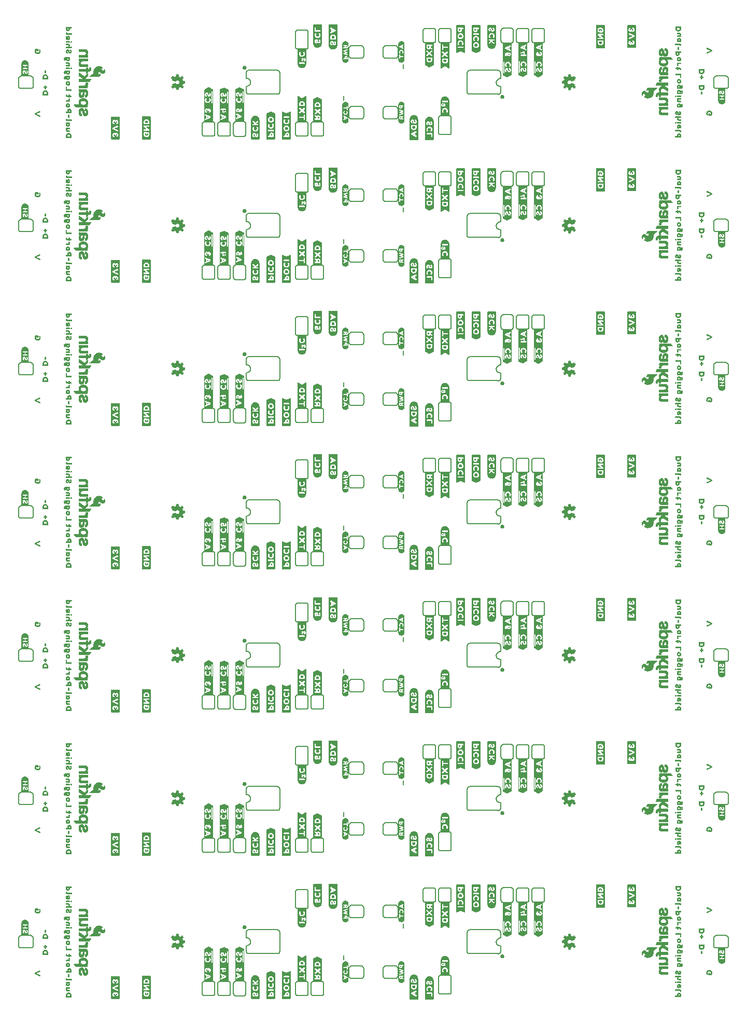
<source format=gbo>
G04 EAGLE Gerber RS-274X export*
G75*
%MOMM*%
%FSLAX34Y34*%
%LPD*%
%INSilkscreen Bottom*%
%IPPOS*%
%AMOC8*
5,1,8,0,0,1.08239X$1,22.5*%
G01*
%ADD10C,0.203200*%
%ADD11C,0.152400*%

G36*
X323811Y1451159D02*
X323811Y1451159D01*
X323818Y1451154D01*
X324318Y1451354D01*
X324333Y1451378D01*
X324340Y1451384D01*
X324338Y1451387D01*
X324343Y1451395D01*
X324349Y1451400D01*
X324349Y1504700D01*
X324324Y1504733D01*
X324322Y1504744D01*
X323722Y1505044D01*
X317723Y1508144D01*
X317696Y1508139D01*
X317684Y1508147D01*
X317084Y1507947D01*
X317082Y1507943D01*
X317078Y1507944D01*
X310978Y1504944D01*
X310969Y1504927D01*
X310958Y1504925D01*
X310658Y1504425D01*
X310660Y1504409D01*
X310653Y1504403D01*
X310654Y1504402D01*
X310651Y1504400D01*
X310651Y1451600D01*
X310663Y1451585D01*
X310663Y1451580D01*
X310661Y1451570D01*
X310961Y1451170D01*
X310992Y1451162D01*
X311000Y1451151D01*
X323800Y1451151D01*
X323811Y1451159D01*
G37*
G36*
X323811Y282759D02*
X323811Y282759D01*
X323818Y282754D01*
X324318Y282954D01*
X324333Y282978D01*
X324340Y282984D01*
X324338Y282987D01*
X324343Y282995D01*
X324349Y283000D01*
X324349Y336300D01*
X324324Y336333D01*
X324322Y336344D01*
X323722Y336644D01*
X317723Y339744D01*
X317696Y339739D01*
X317684Y339747D01*
X317084Y339547D01*
X317082Y339543D01*
X317078Y339544D01*
X310978Y336544D01*
X310969Y336527D01*
X310958Y336525D01*
X310658Y336025D01*
X310660Y336009D01*
X310653Y336003D01*
X310654Y336002D01*
X310651Y336000D01*
X310651Y283200D01*
X310663Y283185D01*
X310663Y283180D01*
X310661Y283170D01*
X310961Y282770D01*
X310992Y282762D01*
X311000Y282751D01*
X323800Y282751D01*
X323811Y282759D01*
G37*
G36*
X323811Y516439D02*
X323811Y516439D01*
X323818Y516434D01*
X324318Y516634D01*
X324333Y516658D01*
X324340Y516664D01*
X324338Y516667D01*
X324343Y516675D01*
X324349Y516680D01*
X324349Y569980D01*
X324324Y570013D01*
X324322Y570024D01*
X323722Y570324D01*
X317723Y573424D01*
X317696Y573419D01*
X317684Y573427D01*
X317084Y573227D01*
X317082Y573223D01*
X317078Y573224D01*
X310978Y570224D01*
X310969Y570207D01*
X310958Y570205D01*
X310658Y569705D01*
X310660Y569689D01*
X310653Y569683D01*
X310654Y569682D01*
X310651Y569680D01*
X310651Y516880D01*
X310663Y516865D01*
X310663Y516860D01*
X310661Y516850D01*
X310961Y516450D01*
X310992Y516442D01*
X311000Y516431D01*
X323800Y516431D01*
X323811Y516439D01*
G37*
G36*
X323811Y750119D02*
X323811Y750119D01*
X323818Y750114D01*
X324318Y750314D01*
X324333Y750338D01*
X324340Y750344D01*
X324338Y750347D01*
X324343Y750355D01*
X324349Y750360D01*
X324349Y803660D01*
X324324Y803693D01*
X324322Y803704D01*
X323722Y804004D01*
X317723Y807104D01*
X317696Y807099D01*
X317684Y807107D01*
X317084Y806907D01*
X317082Y806903D01*
X317078Y806904D01*
X310978Y803904D01*
X310969Y803887D01*
X310958Y803885D01*
X310658Y803385D01*
X310660Y803369D01*
X310653Y803363D01*
X310654Y803362D01*
X310651Y803360D01*
X310651Y750560D01*
X310663Y750545D01*
X310663Y750540D01*
X310661Y750530D01*
X310961Y750130D01*
X310992Y750122D01*
X311000Y750111D01*
X323800Y750111D01*
X323811Y750119D01*
G37*
G36*
X323811Y1217479D02*
X323811Y1217479D01*
X323818Y1217474D01*
X324318Y1217674D01*
X324333Y1217698D01*
X324340Y1217704D01*
X324338Y1217707D01*
X324343Y1217715D01*
X324349Y1217720D01*
X324349Y1271020D01*
X324324Y1271053D01*
X324322Y1271064D01*
X323722Y1271364D01*
X317723Y1274464D01*
X317696Y1274459D01*
X317684Y1274467D01*
X317084Y1274267D01*
X317082Y1274263D01*
X317078Y1274264D01*
X310978Y1271264D01*
X310969Y1271247D01*
X310958Y1271245D01*
X310658Y1270745D01*
X310660Y1270729D01*
X310653Y1270723D01*
X310654Y1270722D01*
X310651Y1270720D01*
X310651Y1217920D01*
X310663Y1217905D01*
X310663Y1217900D01*
X310661Y1217890D01*
X310961Y1217490D01*
X310992Y1217482D01*
X311000Y1217471D01*
X323800Y1217471D01*
X323811Y1217479D01*
G37*
G36*
X323811Y49079D02*
X323811Y49079D01*
X323818Y49074D01*
X324318Y49274D01*
X324333Y49298D01*
X324340Y49304D01*
X324338Y49307D01*
X324343Y49315D01*
X324349Y49320D01*
X324349Y102620D01*
X324324Y102653D01*
X324322Y102664D01*
X323722Y102964D01*
X317723Y106064D01*
X317696Y106059D01*
X317684Y106067D01*
X317084Y105867D01*
X317082Y105863D01*
X317078Y105864D01*
X310978Y102864D01*
X310969Y102847D01*
X310958Y102845D01*
X310658Y102345D01*
X310660Y102329D01*
X310653Y102323D01*
X310654Y102322D01*
X310651Y102320D01*
X310651Y49520D01*
X310663Y49505D01*
X310663Y49500D01*
X310661Y49490D01*
X310961Y49090D01*
X310992Y49082D01*
X311000Y49071D01*
X323800Y49071D01*
X323811Y49079D01*
G37*
G36*
X323811Y983799D02*
X323811Y983799D01*
X323818Y983794D01*
X324318Y983994D01*
X324333Y984018D01*
X324340Y984024D01*
X324338Y984027D01*
X324343Y984035D01*
X324349Y984040D01*
X324349Y1037340D01*
X324324Y1037373D01*
X324322Y1037384D01*
X323722Y1037684D01*
X317723Y1040784D01*
X317696Y1040779D01*
X317684Y1040787D01*
X317084Y1040587D01*
X317082Y1040583D01*
X317078Y1040584D01*
X310978Y1037584D01*
X310969Y1037567D01*
X310958Y1037565D01*
X310658Y1037065D01*
X310660Y1037049D01*
X310653Y1037043D01*
X310654Y1037042D01*
X310651Y1037040D01*
X310651Y984240D01*
X310663Y984225D01*
X310663Y984220D01*
X310661Y984210D01*
X310961Y983810D01*
X310992Y983802D01*
X311000Y983791D01*
X323800Y983791D01*
X323811Y983799D01*
G37*
G36*
X856396Y1057453D02*
X856396Y1057453D01*
X856398Y1057457D01*
X856402Y1057456D01*
X862502Y1060456D01*
X862511Y1060473D01*
X862522Y1060475D01*
X862822Y1060975D01*
X862822Y1060979D01*
X862824Y1060980D01*
X862821Y1060984D01*
X862820Y1060993D01*
X862829Y1061000D01*
X862829Y1113800D01*
X862818Y1113816D01*
X862817Y1113821D01*
X862819Y1113830D01*
X862519Y1114230D01*
X862488Y1114239D01*
X862480Y1114249D01*
X849680Y1114249D01*
X849669Y1114241D01*
X849662Y1114246D01*
X849162Y1114046D01*
X849137Y1114005D01*
X849131Y1114000D01*
X849131Y1060700D01*
X849156Y1060667D01*
X849158Y1060656D01*
X849758Y1060356D01*
X855757Y1057256D01*
X855784Y1057261D01*
X855796Y1057253D01*
X856396Y1057453D01*
G37*
G36*
X856396Y590093D02*
X856396Y590093D01*
X856398Y590097D01*
X856402Y590096D01*
X862502Y593096D01*
X862511Y593113D01*
X862522Y593115D01*
X862822Y593615D01*
X862822Y593619D01*
X862824Y593620D01*
X862821Y593624D01*
X862820Y593633D01*
X862829Y593640D01*
X862829Y646440D01*
X862818Y646456D01*
X862817Y646461D01*
X862819Y646470D01*
X862519Y646870D01*
X862488Y646879D01*
X862480Y646889D01*
X849680Y646889D01*
X849669Y646881D01*
X849662Y646886D01*
X849162Y646686D01*
X849137Y646645D01*
X849131Y646640D01*
X849131Y593340D01*
X849156Y593307D01*
X849158Y593296D01*
X849758Y592996D01*
X855757Y589896D01*
X855784Y589901D01*
X855796Y589893D01*
X856396Y590093D01*
G37*
G36*
X856396Y356413D02*
X856396Y356413D01*
X856398Y356417D01*
X856402Y356416D01*
X862502Y359416D01*
X862511Y359433D01*
X862522Y359435D01*
X862822Y359935D01*
X862822Y359939D01*
X862824Y359940D01*
X862821Y359944D01*
X862820Y359953D01*
X862829Y359960D01*
X862829Y412760D01*
X862818Y412776D01*
X862817Y412781D01*
X862819Y412790D01*
X862519Y413190D01*
X862488Y413199D01*
X862480Y413209D01*
X849680Y413209D01*
X849669Y413201D01*
X849662Y413206D01*
X849162Y413006D01*
X849137Y412965D01*
X849131Y412960D01*
X849131Y359660D01*
X849156Y359627D01*
X849158Y359616D01*
X849758Y359316D01*
X855757Y356216D01*
X855784Y356221D01*
X855796Y356213D01*
X856396Y356413D01*
G37*
G36*
X856396Y1291133D02*
X856396Y1291133D01*
X856398Y1291137D01*
X856402Y1291136D01*
X862502Y1294136D01*
X862511Y1294153D01*
X862522Y1294155D01*
X862822Y1294655D01*
X862822Y1294659D01*
X862824Y1294660D01*
X862821Y1294664D01*
X862820Y1294673D01*
X862829Y1294680D01*
X862829Y1347480D01*
X862818Y1347496D01*
X862817Y1347501D01*
X862819Y1347510D01*
X862519Y1347910D01*
X862488Y1347919D01*
X862480Y1347929D01*
X849680Y1347929D01*
X849669Y1347921D01*
X849662Y1347926D01*
X849162Y1347726D01*
X849137Y1347685D01*
X849131Y1347680D01*
X849131Y1294380D01*
X849156Y1294347D01*
X849158Y1294336D01*
X849758Y1294036D01*
X855757Y1290936D01*
X855784Y1290941D01*
X855796Y1290933D01*
X856396Y1291133D01*
G37*
G36*
X856396Y823773D02*
X856396Y823773D01*
X856398Y823777D01*
X856402Y823776D01*
X862502Y826776D01*
X862511Y826793D01*
X862522Y826795D01*
X862822Y827295D01*
X862822Y827299D01*
X862824Y827300D01*
X862821Y827304D01*
X862820Y827313D01*
X862829Y827320D01*
X862829Y880120D01*
X862818Y880136D01*
X862817Y880141D01*
X862819Y880150D01*
X862519Y880550D01*
X862488Y880559D01*
X862480Y880569D01*
X849680Y880569D01*
X849669Y880561D01*
X849662Y880566D01*
X849162Y880366D01*
X849137Y880325D01*
X849131Y880320D01*
X849131Y827020D01*
X849156Y826987D01*
X849158Y826976D01*
X849758Y826676D01*
X855757Y823576D01*
X855784Y823581D01*
X855796Y823573D01*
X856396Y823773D01*
G37*
G36*
X856396Y1524813D02*
X856396Y1524813D01*
X856398Y1524817D01*
X856402Y1524816D01*
X862502Y1527816D01*
X862511Y1527833D01*
X862522Y1527835D01*
X862822Y1528335D01*
X862822Y1528339D01*
X862824Y1528340D01*
X862821Y1528344D01*
X862820Y1528353D01*
X862829Y1528360D01*
X862829Y1581160D01*
X862818Y1581176D01*
X862817Y1581181D01*
X862819Y1581190D01*
X862519Y1581590D01*
X862488Y1581599D01*
X862480Y1581609D01*
X849680Y1581609D01*
X849669Y1581601D01*
X849662Y1581606D01*
X849162Y1581406D01*
X849137Y1581365D01*
X849131Y1581360D01*
X849131Y1528060D01*
X849156Y1528027D01*
X849158Y1528016D01*
X849758Y1527716D01*
X855757Y1524616D01*
X855784Y1524621D01*
X855796Y1524613D01*
X856396Y1524813D01*
G37*
G36*
X856396Y122733D02*
X856396Y122733D01*
X856398Y122737D01*
X856402Y122736D01*
X862502Y125736D01*
X862511Y125753D01*
X862522Y125755D01*
X862822Y126255D01*
X862822Y126259D01*
X862824Y126260D01*
X862821Y126264D01*
X862820Y126273D01*
X862829Y126280D01*
X862829Y179080D01*
X862818Y179096D01*
X862817Y179101D01*
X862819Y179110D01*
X862519Y179510D01*
X862488Y179519D01*
X862480Y179529D01*
X849680Y179529D01*
X849669Y179521D01*
X849662Y179526D01*
X849162Y179326D01*
X849137Y179285D01*
X849131Y179280D01*
X849131Y125980D01*
X849156Y125947D01*
X849158Y125936D01*
X849758Y125636D01*
X855757Y122536D01*
X855784Y122541D01*
X855796Y122533D01*
X856396Y122733D01*
G37*
G36*
X830690Y1291242D02*
X830690Y1291242D01*
X830702Y1291236D01*
X837402Y1294536D01*
X837411Y1294554D01*
X837427Y1294566D01*
X837421Y1294574D01*
X837429Y1294580D01*
X837429Y1347380D01*
X837421Y1347391D01*
X837426Y1347398D01*
X837226Y1347898D01*
X837185Y1347923D01*
X837180Y1347929D01*
X824280Y1347929D01*
X824269Y1347921D01*
X824262Y1347926D01*
X823762Y1347726D01*
X823741Y1347691D01*
X823733Y1347685D01*
X823734Y1347683D01*
X823731Y1347680D01*
X823731Y1295080D01*
X823738Y1295071D01*
X823733Y1295064D01*
X823933Y1294464D01*
X823956Y1294449D01*
X823958Y1294436D01*
X830058Y1291436D01*
X830063Y1291437D01*
X830064Y1291433D01*
X830664Y1291233D01*
X830690Y1291242D01*
G37*
G36*
X830690Y590202D02*
X830690Y590202D01*
X830702Y590196D01*
X837402Y593496D01*
X837411Y593514D01*
X837427Y593526D01*
X837421Y593534D01*
X837429Y593540D01*
X837429Y646340D01*
X837421Y646351D01*
X837426Y646358D01*
X837226Y646858D01*
X837185Y646883D01*
X837180Y646889D01*
X824280Y646889D01*
X824269Y646881D01*
X824262Y646886D01*
X823762Y646686D01*
X823741Y646651D01*
X823733Y646645D01*
X823734Y646643D01*
X823731Y646640D01*
X823731Y594040D01*
X823738Y594031D01*
X823733Y594024D01*
X823933Y593424D01*
X823956Y593409D01*
X823958Y593396D01*
X830058Y590396D01*
X830063Y590397D01*
X830064Y590393D01*
X830664Y590193D01*
X830690Y590202D01*
G37*
G36*
X830690Y356522D02*
X830690Y356522D01*
X830702Y356516D01*
X837402Y359816D01*
X837411Y359834D01*
X837427Y359846D01*
X837421Y359854D01*
X837429Y359860D01*
X837429Y412660D01*
X837421Y412671D01*
X837426Y412678D01*
X837226Y413178D01*
X837185Y413203D01*
X837180Y413209D01*
X824280Y413209D01*
X824269Y413201D01*
X824262Y413206D01*
X823762Y413006D01*
X823741Y412971D01*
X823733Y412965D01*
X823734Y412963D01*
X823731Y412960D01*
X823731Y360360D01*
X823738Y360351D01*
X823733Y360344D01*
X823933Y359744D01*
X823956Y359729D01*
X823958Y359716D01*
X830058Y356716D01*
X830063Y356717D01*
X830064Y356713D01*
X830664Y356513D01*
X830690Y356522D01*
G37*
G36*
X830690Y1057562D02*
X830690Y1057562D01*
X830702Y1057556D01*
X837402Y1060856D01*
X837411Y1060874D01*
X837427Y1060886D01*
X837421Y1060894D01*
X837429Y1060900D01*
X837429Y1113700D01*
X837421Y1113711D01*
X837426Y1113718D01*
X837226Y1114218D01*
X837185Y1114243D01*
X837180Y1114249D01*
X824280Y1114249D01*
X824269Y1114241D01*
X824262Y1114246D01*
X823762Y1114046D01*
X823741Y1114011D01*
X823733Y1114005D01*
X823734Y1114003D01*
X823731Y1114000D01*
X823731Y1061400D01*
X823738Y1061391D01*
X823733Y1061384D01*
X823933Y1060784D01*
X823956Y1060769D01*
X823958Y1060756D01*
X830058Y1057756D01*
X830063Y1057757D01*
X830064Y1057753D01*
X830664Y1057553D01*
X830690Y1057562D01*
G37*
G36*
X830690Y1524922D02*
X830690Y1524922D01*
X830702Y1524916D01*
X837402Y1528216D01*
X837411Y1528234D01*
X837427Y1528246D01*
X837421Y1528254D01*
X837429Y1528260D01*
X837429Y1581060D01*
X837421Y1581071D01*
X837426Y1581078D01*
X837226Y1581578D01*
X837185Y1581603D01*
X837180Y1581609D01*
X824280Y1581609D01*
X824269Y1581601D01*
X824262Y1581606D01*
X823762Y1581406D01*
X823741Y1581371D01*
X823733Y1581365D01*
X823734Y1581363D01*
X823731Y1581360D01*
X823731Y1528760D01*
X823738Y1528751D01*
X823733Y1528744D01*
X823933Y1528144D01*
X823956Y1528129D01*
X823958Y1528116D01*
X830058Y1525116D01*
X830063Y1525117D01*
X830064Y1525113D01*
X830664Y1524913D01*
X830690Y1524922D01*
G37*
G36*
X830690Y122842D02*
X830690Y122842D01*
X830702Y122836D01*
X837402Y126136D01*
X837411Y126154D01*
X837427Y126166D01*
X837421Y126174D01*
X837429Y126180D01*
X837429Y178980D01*
X837421Y178991D01*
X837426Y178998D01*
X837226Y179498D01*
X837185Y179523D01*
X837180Y179529D01*
X824280Y179529D01*
X824269Y179521D01*
X824262Y179526D01*
X823762Y179326D01*
X823741Y179291D01*
X823733Y179285D01*
X823734Y179283D01*
X823731Y179280D01*
X823731Y126680D01*
X823738Y126671D01*
X823733Y126664D01*
X823933Y126064D01*
X823956Y126049D01*
X823958Y126036D01*
X830058Y123036D01*
X830063Y123037D01*
X830064Y123033D01*
X830664Y122833D01*
X830690Y122842D01*
G37*
G36*
X830690Y823882D02*
X830690Y823882D01*
X830702Y823876D01*
X837402Y827176D01*
X837411Y827194D01*
X837427Y827206D01*
X837421Y827214D01*
X837429Y827220D01*
X837429Y880020D01*
X837421Y880031D01*
X837426Y880038D01*
X837226Y880538D01*
X837185Y880563D01*
X837180Y880569D01*
X824280Y880569D01*
X824269Y880561D01*
X824262Y880566D01*
X823762Y880366D01*
X823741Y880331D01*
X823733Y880325D01*
X823734Y880323D01*
X823731Y880320D01*
X823731Y827720D01*
X823738Y827711D01*
X823733Y827704D01*
X823933Y827104D01*
X823956Y827089D01*
X823958Y827076D01*
X830058Y824076D01*
X830063Y824077D01*
X830064Y824073D01*
X830664Y823873D01*
X830690Y823882D01*
G37*
G36*
X349211Y750119D02*
X349211Y750119D01*
X349218Y750114D01*
X349718Y750314D01*
X349733Y750338D01*
X349740Y750344D01*
X349738Y750347D01*
X349743Y750355D01*
X349749Y750360D01*
X349749Y802960D01*
X349742Y802969D01*
X349747Y802976D01*
X349547Y803576D01*
X349524Y803591D01*
X349522Y803604D01*
X343422Y806604D01*
X343417Y806603D01*
X343416Y806607D01*
X342816Y806807D01*
X342790Y806798D01*
X342778Y806804D01*
X336078Y803504D01*
X336060Y803467D01*
X336053Y803462D01*
X336051Y803460D01*
X336051Y750660D01*
X336059Y750649D01*
X336054Y750642D01*
X336254Y750142D01*
X336295Y750117D01*
X336300Y750111D01*
X349200Y750111D01*
X349211Y750119D01*
G37*
G36*
X349211Y282759D02*
X349211Y282759D01*
X349218Y282754D01*
X349718Y282954D01*
X349733Y282978D01*
X349740Y282984D01*
X349738Y282987D01*
X349743Y282995D01*
X349749Y283000D01*
X349749Y335600D01*
X349742Y335609D01*
X349747Y335616D01*
X349547Y336216D01*
X349524Y336231D01*
X349522Y336244D01*
X343422Y339244D01*
X343417Y339243D01*
X343416Y339247D01*
X342816Y339447D01*
X342790Y339438D01*
X342778Y339444D01*
X336078Y336144D01*
X336060Y336107D01*
X336053Y336102D01*
X336051Y336100D01*
X336051Y283300D01*
X336059Y283289D01*
X336054Y283282D01*
X336254Y282782D01*
X336295Y282757D01*
X336300Y282751D01*
X349200Y282751D01*
X349211Y282759D01*
G37*
G36*
X349211Y516439D02*
X349211Y516439D01*
X349218Y516434D01*
X349718Y516634D01*
X349733Y516658D01*
X349740Y516664D01*
X349738Y516667D01*
X349743Y516675D01*
X349749Y516680D01*
X349749Y569280D01*
X349742Y569289D01*
X349747Y569296D01*
X349547Y569896D01*
X349524Y569911D01*
X349522Y569924D01*
X343422Y572924D01*
X343417Y572923D01*
X343416Y572927D01*
X342816Y573127D01*
X342790Y573118D01*
X342778Y573124D01*
X336078Y569824D01*
X336060Y569787D01*
X336053Y569782D01*
X336051Y569780D01*
X336051Y516980D01*
X336059Y516969D01*
X336054Y516962D01*
X336254Y516462D01*
X336295Y516437D01*
X336300Y516431D01*
X349200Y516431D01*
X349211Y516439D01*
G37*
G36*
X349211Y1217479D02*
X349211Y1217479D01*
X349218Y1217474D01*
X349718Y1217674D01*
X349733Y1217698D01*
X349740Y1217704D01*
X349738Y1217707D01*
X349743Y1217715D01*
X349749Y1217720D01*
X349749Y1270320D01*
X349742Y1270329D01*
X349747Y1270336D01*
X349547Y1270936D01*
X349524Y1270951D01*
X349522Y1270964D01*
X343422Y1273964D01*
X343417Y1273963D01*
X343416Y1273967D01*
X342816Y1274167D01*
X342790Y1274158D01*
X342778Y1274164D01*
X336078Y1270864D01*
X336060Y1270827D01*
X336053Y1270822D01*
X336051Y1270820D01*
X336051Y1218020D01*
X336059Y1218009D01*
X336054Y1218002D01*
X336254Y1217502D01*
X336295Y1217477D01*
X336300Y1217471D01*
X349200Y1217471D01*
X349211Y1217479D01*
G37*
G36*
X349211Y49079D02*
X349211Y49079D01*
X349218Y49074D01*
X349718Y49274D01*
X349733Y49298D01*
X349740Y49304D01*
X349738Y49307D01*
X349743Y49315D01*
X349749Y49320D01*
X349749Y101920D01*
X349742Y101929D01*
X349747Y101936D01*
X349547Y102536D01*
X349524Y102551D01*
X349522Y102564D01*
X343422Y105564D01*
X343417Y105563D01*
X343416Y105567D01*
X342816Y105767D01*
X342790Y105758D01*
X342778Y105764D01*
X336078Y102464D01*
X336060Y102427D01*
X336053Y102422D01*
X336051Y102420D01*
X336051Y49620D01*
X336059Y49609D01*
X336054Y49602D01*
X336254Y49102D01*
X336295Y49077D01*
X336300Y49071D01*
X349200Y49071D01*
X349211Y49079D01*
G37*
G36*
X349211Y983799D02*
X349211Y983799D01*
X349218Y983794D01*
X349718Y983994D01*
X349733Y984018D01*
X349740Y984024D01*
X349738Y984027D01*
X349743Y984035D01*
X349749Y984040D01*
X349749Y1036640D01*
X349742Y1036649D01*
X349747Y1036656D01*
X349547Y1037256D01*
X349524Y1037271D01*
X349522Y1037284D01*
X343422Y1040284D01*
X343417Y1040283D01*
X343416Y1040287D01*
X342816Y1040487D01*
X342790Y1040478D01*
X342778Y1040484D01*
X336078Y1037184D01*
X336060Y1037147D01*
X336053Y1037142D01*
X336051Y1037140D01*
X336051Y984340D01*
X336059Y984329D01*
X336054Y984322D01*
X336254Y983822D01*
X336295Y983797D01*
X336300Y983791D01*
X349200Y983791D01*
X349211Y983799D01*
G37*
G36*
X349211Y1451159D02*
X349211Y1451159D01*
X349218Y1451154D01*
X349718Y1451354D01*
X349733Y1451378D01*
X349740Y1451384D01*
X349738Y1451387D01*
X349743Y1451395D01*
X349749Y1451400D01*
X349749Y1504000D01*
X349742Y1504009D01*
X349747Y1504016D01*
X349547Y1504616D01*
X349524Y1504631D01*
X349522Y1504644D01*
X343422Y1507644D01*
X343417Y1507643D01*
X343416Y1507647D01*
X342816Y1507847D01*
X342790Y1507838D01*
X342778Y1507844D01*
X336078Y1504544D01*
X336060Y1504507D01*
X336053Y1504502D01*
X336051Y1504500D01*
X336051Y1451700D01*
X336059Y1451689D01*
X336054Y1451682D01*
X336254Y1451182D01*
X336295Y1451157D01*
X336300Y1451151D01*
X349200Y1451151D01*
X349211Y1451159D01*
G37*
G36*
X375147Y517737D02*
X375147Y517737D01*
X375142Y517744D01*
X375149Y517750D01*
X375149Y569850D01*
X375146Y569855D01*
X375149Y569858D01*
X375049Y570458D01*
X375025Y570481D01*
X375022Y570494D01*
X368322Y573894D01*
X368311Y573892D01*
X368308Y573895D01*
X368292Y573895D01*
X368285Y573890D01*
X368278Y573894D01*
X361578Y570494D01*
X361567Y570472D01*
X361552Y570461D01*
X361553Y570459D01*
X361551Y570458D01*
X361451Y569858D01*
X361454Y569853D01*
X361451Y569850D01*
X361451Y517750D01*
X361464Y517732D01*
X361471Y517710D01*
X361479Y517713D01*
X361487Y517703D01*
X361494Y517708D01*
X361500Y517701D01*
X375100Y517701D01*
X375147Y517737D01*
G37*
G36*
X375147Y284057D02*
X375147Y284057D01*
X375142Y284064D01*
X375149Y284070D01*
X375149Y336170D01*
X375146Y336175D01*
X375149Y336178D01*
X375049Y336778D01*
X375025Y336801D01*
X375022Y336814D01*
X368322Y340214D01*
X368311Y340212D01*
X368308Y340215D01*
X368292Y340215D01*
X368285Y340210D01*
X368278Y340214D01*
X361578Y336814D01*
X361567Y336792D01*
X361552Y336781D01*
X361553Y336779D01*
X361551Y336778D01*
X361451Y336178D01*
X361454Y336173D01*
X361451Y336170D01*
X361451Y284070D01*
X361464Y284052D01*
X361471Y284030D01*
X361479Y284033D01*
X361487Y284023D01*
X361494Y284028D01*
X361500Y284021D01*
X375100Y284021D01*
X375147Y284057D01*
G37*
G36*
X375147Y1218777D02*
X375147Y1218777D01*
X375142Y1218784D01*
X375149Y1218790D01*
X375149Y1270890D01*
X375146Y1270895D01*
X375149Y1270898D01*
X375049Y1271498D01*
X375025Y1271521D01*
X375022Y1271534D01*
X368322Y1274934D01*
X368311Y1274932D01*
X368308Y1274935D01*
X368292Y1274935D01*
X368285Y1274930D01*
X368278Y1274934D01*
X361578Y1271534D01*
X361567Y1271512D01*
X361552Y1271501D01*
X361553Y1271499D01*
X361551Y1271498D01*
X361451Y1270898D01*
X361454Y1270893D01*
X361451Y1270890D01*
X361451Y1218790D01*
X361464Y1218772D01*
X361471Y1218750D01*
X361479Y1218753D01*
X361487Y1218743D01*
X361494Y1218748D01*
X361500Y1218741D01*
X375100Y1218741D01*
X375147Y1218777D01*
G37*
G36*
X375147Y751417D02*
X375147Y751417D01*
X375142Y751424D01*
X375149Y751430D01*
X375149Y803530D01*
X375146Y803535D01*
X375149Y803538D01*
X375049Y804138D01*
X375025Y804161D01*
X375022Y804174D01*
X368322Y807574D01*
X368311Y807572D01*
X368308Y807575D01*
X368292Y807575D01*
X368285Y807570D01*
X368278Y807574D01*
X361578Y804174D01*
X361567Y804152D01*
X361552Y804141D01*
X361553Y804139D01*
X361551Y804138D01*
X361451Y803538D01*
X361454Y803533D01*
X361451Y803530D01*
X361451Y751430D01*
X361464Y751412D01*
X361471Y751390D01*
X361479Y751393D01*
X361487Y751383D01*
X361494Y751388D01*
X361500Y751381D01*
X375100Y751381D01*
X375147Y751417D01*
G37*
G36*
X375147Y985097D02*
X375147Y985097D01*
X375142Y985104D01*
X375149Y985110D01*
X375149Y1037210D01*
X375146Y1037215D01*
X375149Y1037218D01*
X375049Y1037818D01*
X375025Y1037841D01*
X375022Y1037854D01*
X368322Y1041254D01*
X368311Y1041252D01*
X368308Y1041255D01*
X368292Y1041255D01*
X368285Y1041250D01*
X368278Y1041254D01*
X361578Y1037854D01*
X361567Y1037832D01*
X361552Y1037821D01*
X361553Y1037819D01*
X361551Y1037818D01*
X361451Y1037218D01*
X361454Y1037213D01*
X361451Y1037210D01*
X361451Y985110D01*
X361464Y985092D01*
X361471Y985070D01*
X361479Y985073D01*
X361487Y985063D01*
X361494Y985068D01*
X361500Y985061D01*
X375100Y985061D01*
X375147Y985097D01*
G37*
G36*
X375147Y50377D02*
X375147Y50377D01*
X375142Y50384D01*
X375149Y50390D01*
X375149Y102490D01*
X375146Y102495D01*
X375149Y102498D01*
X375049Y103098D01*
X375025Y103121D01*
X375022Y103134D01*
X368322Y106534D01*
X368311Y106532D01*
X368308Y106535D01*
X368292Y106535D01*
X368285Y106530D01*
X368278Y106534D01*
X361578Y103134D01*
X361567Y103112D01*
X361552Y103101D01*
X361553Y103099D01*
X361551Y103098D01*
X361451Y102498D01*
X361454Y102493D01*
X361451Y102490D01*
X361451Y50390D01*
X361464Y50372D01*
X361471Y50350D01*
X361479Y50353D01*
X361487Y50343D01*
X361494Y50348D01*
X361500Y50341D01*
X375100Y50341D01*
X375147Y50377D01*
G37*
G36*
X375147Y1452457D02*
X375147Y1452457D01*
X375142Y1452464D01*
X375149Y1452470D01*
X375149Y1504570D01*
X375146Y1504575D01*
X375149Y1504578D01*
X375049Y1505178D01*
X375025Y1505201D01*
X375022Y1505214D01*
X368322Y1508614D01*
X368311Y1508612D01*
X368308Y1508615D01*
X368292Y1508615D01*
X368285Y1508610D01*
X368278Y1508614D01*
X361578Y1505214D01*
X361567Y1505192D01*
X361552Y1505181D01*
X361553Y1505179D01*
X361551Y1505178D01*
X361451Y1504578D01*
X361454Y1504573D01*
X361451Y1504570D01*
X361451Y1452470D01*
X361464Y1452452D01*
X361471Y1452430D01*
X361479Y1452433D01*
X361487Y1452423D01*
X361494Y1452428D01*
X361500Y1452421D01*
X375100Y1452421D01*
X375147Y1452457D01*
G37*
G36*
X811902Y1527546D02*
X811902Y1527546D01*
X811912Y1527566D01*
X811924Y1527575D01*
X811922Y1527578D01*
X811929Y1527582D01*
X812029Y1528182D01*
X812026Y1528187D01*
X812029Y1528190D01*
X812029Y1580290D01*
X812016Y1580308D01*
X812009Y1580330D01*
X812001Y1580327D01*
X811993Y1580337D01*
X811986Y1580332D01*
X811980Y1580339D01*
X798380Y1580339D01*
X798333Y1580303D01*
X798335Y1580301D01*
X798333Y1580299D01*
X798336Y1580294D01*
X798331Y1580290D01*
X798331Y1528190D01*
X798334Y1528185D01*
X798331Y1528182D01*
X798431Y1527582D01*
X798455Y1527559D01*
X798458Y1527546D01*
X805158Y1524146D01*
X805190Y1524152D01*
X805202Y1524146D01*
X811902Y1527546D01*
G37*
G36*
X811902Y359146D02*
X811902Y359146D01*
X811912Y359166D01*
X811924Y359175D01*
X811922Y359178D01*
X811929Y359182D01*
X812029Y359782D01*
X812026Y359787D01*
X812029Y359790D01*
X812029Y411890D01*
X812016Y411908D01*
X812009Y411930D01*
X812001Y411927D01*
X811993Y411937D01*
X811986Y411932D01*
X811980Y411939D01*
X798380Y411939D01*
X798333Y411903D01*
X798335Y411901D01*
X798333Y411899D01*
X798336Y411894D01*
X798331Y411890D01*
X798331Y359790D01*
X798334Y359785D01*
X798331Y359782D01*
X798431Y359182D01*
X798455Y359159D01*
X798458Y359146D01*
X805158Y355746D01*
X805190Y355752D01*
X805202Y355746D01*
X811902Y359146D01*
G37*
G36*
X811902Y826506D02*
X811902Y826506D01*
X811912Y826526D01*
X811924Y826535D01*
X811922Y826538D01*
X811929Y826542D01*
X812029Y827142D01*
X812026Y827147D01*
X812029Y827150D01*
X812029Y879250D01*
X812016Y879268D01*
X812009Y879290D01*
X812001Y879287D01*
X811993Y879297D01*
X811986Y879292D01*
X811980Y879299D01*
X798380Y879299D01*
X798333Y879263D01*
X798335Y879261D01*
X798333Y879259D01*
X798336Y879254D01*
X798331Y879250D01*
X798331Y827150D01*
X798334Y827145D01*
X798331Y827142D01*
X798431Y826542D01*
X798455Y826519D01*
X798458Y826506D01*
X805158Y823106D01*
X805190Y823112D01*
X805202Y823106D01*
X811902Y826506D01*
G37*
G36*
X811902Y592826D02*
X811902Y592826D01*
X811912Y592846D01*
X811924Y592855D01*
X811922Y592858D01*
X811929Y592862D01*
X812029Y593462D01*
X812026Y593467D01*
X812029Y593470D01*
X812029Y645570D01*
X812016Y645588D01*
X812009Y645610D01*
X812001Y645607D01*
X811993Y645617D01*
X811986Y645612D01*
X811980Y645619D01*
X798380Y645619D01*
X798333Y645583D01*
X798335Y645581D01*
X798333Y645579D01*
X798336Y645574D01*
X798331Y645570D01*
X798331Y593470D01*
X798334Y593465D01*
X798331Y593462D01*
X798431Y592862D01*
X798455Y592839D01*
X798458Y592826D01*
X805158Y589426D01*
X805190Y589432D01*
X805202Y589426D01*
X811902Y592826D01*
G37*
G36*
X811902Y1060186D02*
X811902Y1060186D01*
X811912Y1060206D01*
X811924Y1060215D01*
X811922Y1060218D01*
X811929Y1060222D01*
X812029Y1060822D01*
X812026Y1060827D01*
X812029Y1060830D01*
X812029Y1112930D01*
X812016Y1112948D01*
X812009Y1112970D01*
X812001Y1112967D01*
X811993Y1112977D01*
X811986Y1112972D01*
X811980Y1112979D01*
X798380Y1112979D01*
X798333Y1112943D01*
X798335Y1112941D01*
X798333Y1112939D01*
X798336Y1112934D01*
X798331Y1112930D01*
X798331Y1060830D01*
X798334Y1060825D01*
X798331Y1060822D01*
X798431Y1060222D01*
X798455Y1060199D01*
X798458Y1060186D01*
X805158Y1056786D01*
X805190Y1056792D01*
X805202Y1056786D01*
X811902Y1060186D01*
G37*
G36*
X811902Y125466D02*
X811902Y125466D01*
X811912Y125486D01*
X811924Y125495D01*
X811922Y125498D01*
X811929Y125502D01*
X812029Y126102D01*
X812026Y126107D01*
X812029Y126110D01*
X812029Y178210D01*
X812016Y178228D01*
X812009Y178250D01*
X812001Y178247D01*
X811993Y178257D01*
X811986Y178252D01*
X811980Y178259D01*
X798380Y178259D01*
X798333Y178223D01*
X798335Y178221D01*
X798333Y178219D01*
X798336Y178214D01*
X798331Y178210D01*
X798331Y126110D01*
X798334Y126105D01*
X798331Y126102D01*
X798431Y125502D01*
X798455Y125479D01*
X798458Y125466D01*
X805158Y122066D01*
X805190Y122072D01*
X805202Y122066D01*
X811902Y125466D01*
G37*
G36*
X811902Y1293866D02*
X811902Y1293866D01*
X811912Y1293886D01*
X811924Y1293895D01*
X811922Y1293898D01*
X811929Y1293902D01*
X812029Y1294502D01*
X812026Y1294507D01*
X812029Y1294510D01*
X812029Y1346610D01*
X812016Y1346628D01*
X812009Y1346650D01*
X812001Y1346647D01*
X811993Y1346657D01*
X811986Y1346652D01*
X811980Y1346659D01*
X798380Y1346659D01*
X798333Y1346623D01*
X798335Y1346621D01*
X798333Y1346619D01*
X798336Y1346614D01*
X798331Y1346610D01*
X798331Y1294510D01*
X798334Y1294505D01*
X798331Y1294502D01*
X798431Y1293902D01*
X798455Y1293879D01*
X798458Y1293866D01*
X805158Y1290466D01*
X805190Y1290472D01*
X805202Y1290466D01*
X811902Y1293866D01*
G37*
G36*
X722690Y629432D02*
X722690Y629432D01*
X722696Y629439D01*
X722702Y629436D01*
X728688Y632429D01*
X729265Y632333D01*
X735358Y629336D01*
X735382Y629340D01*
X735392Y629332D01*
X735792Y629432D01*
X735814Y629459D01*
X735821Y629465D01*
X735820Y629467D01*
X735829Y629479D01*
X735828Y629479D01*
X735829Y629480D01*
X735829Y674180D01*
X735826Y674185D01*
X735829Y674188D01*
X735729Y674788D01*
X735685Y674829D01*
X735683Y674826D01*
X735680Y674829D01*
X722780Y674829D01*
X722775Y674826D01*
X722772Y674829D01*
X722172Y674729D01*
X722131Y674685D01*
X722134Y674683D01*
X722131Y674680D01*
X722131Y629380D01*
X722167Y629333D01*
X722179Y629342D01*
X722190Y629332D01*
X722690Y629432D01*
G37*
G36*
X722690Y395752D02*
X722690Y395752D01*
X722696Y395759D01*
X722702Y395756D01*
X728688Y398749D01*
X729265Y398653D01*
X735358Y395656D01*
X735382Y395660D01*
X735392Y395652D01*
X735792Y395752D01*
X735814Y395779D01*
X735821Y395785D01*
X735820Y395787D01*
X735829Y395799D01*
X735828Y395799D01*
X735829Y395800D01*
X735829Y440500D01*
X735826Y440505D01*
X735829Y440508D01*
X735729Y441108D01*
X735685Y441149D01*
X735683Y441146D01*
X735680Y441149D01*
X722780Y441149D01*
X722775Y441146D01*
X722772Y441149D01*
X722172Y441049D01*
X722131Y441005D01*
X722134Y441003D01*
X722131Y441000D01*
X722131Y395700D01*
X722167Y395653D01*
X722179Y395662D01*
X722190Y395652D01*
X722690Y395752D01*
G37*
G36*
X722690Y1096792D02*
X722690Y1096792D01*
X722696Y1096799D01*
X722702Y1096796D01*
X728688Y1099789D01*
X729265Y1099693D01*
X735358Y1096696D01*
X735382Y1096700D01*
X735392Y1096692D01*
X735792Y1096792D01*
X735814Y1096819D01*
X735821Y1096825D01*
X735820Y1096827D01*
X735829Y1096839D01*
X735828Y1096839D01*
X735829Y1096840D01*
X735829Y1141540D01*
X735826Y1141545D01*
X735829Y1141548D01*
X735729Y1142148D01*
X735685Y1142189D01*
X735683Y1142186D01*
X735680Y1142189D01*
X722780Y1142189D01*
X722775Y1142186D01*
X722772Y1142189D01*
X722172Y1142089D01*
X722131Y1142045D01*
X722134Y1142043D01*
X722131Y1142040D01*
X722131Y1096740D01*
X722167Y1096693D01*
X722179Y1096702D01*
X722190Y1096692D01*
X722690Y1096792D01*
G37*
G36*
X722690Y162072D02*
X722690Y162072D01*
X722696Y162079D01*
X722702Y162076D01*
X728688Y165069D01*
X729265Y164973D01*
X735358Y161976D01*
X735382Y161980D01*
X735392Y161972D01*
X735792Y162072D01*
X735814Y162099D01*
X735821Y162105D01*
X735820Y162107D01*
X735829Y162119D01*
X735828Y162119D01*
X735829Y162120D01*
X735829Y206820D01*
X735826Y206825D01*
X735829Y206828D01*
X735729Y207428D01*
X735685Y207469D01*
X735683Y207466D01*
X735680Y207469D01*
X722780Y207469D01*
X722775Y207466D01*
X722772Y207469D01*
X722172Y207369D01*
X722131Y207325D01*
X722134Y207323D01*
X722131Y207320D01*
X722131Y162020D01*
X722167Y161973D01*
X722179Y161982D01*
X722190Y161972D01*
X722690Y162072D01*
G37*
G36*
X722690Y1330472D02*
X722690Y1330472D01*
X722696Y1330479D01*
X722702Y1330476D01*
X728688Y1333469D01*
X729265Y1333373D01*
X735358Y1330376D01*
X735382Y1330380D01*
X735392Y1330372D01*
X735792Y1330472D01*
X735814Y1330499D01*
X735821Y1330505D01*
X735820Y1330507D01*
X735829Y1330519D01*
X735828Y1330519D01*
X735829Y1330520D01*
X735829Y1375220D01*
X735826Y1375225D01*
X735829Y1375228D01*
X735729Y1375828D01*
X735685Y1375869D01*
X735683Y1375866D01*
X735680Y1375869D01*
X722780Y1375869D01*
X722775Y1375866D01*
X722772Y1375869D01*
X722172Y1375769D01*
X722131Y1375725D01*
X722134Y1375723D01*
X722131Y1375720D01*
X722131Y1330420D01*
X722167Y1330373D01*
X722179Y1330382D01*
X722190Y1330372D01*
X722690Y1330472D01*
G37*
G36*
X722690Y863112D02*
X722690Y863112D01*
X722696Y863119D01*
X722702Y863116D01*
X728688Y866109D01*
X729265Y866013D01*
X735358Y863016D01*
X735382Y863020D01*
X735392Y863012D01*
X735792Y863112D01*
X735814Y863139D01*
X735821Y863145D01*
X735820Y863147D01*
X735829Y863159D01*
X735828Y863159D01*
X735829Y863160D01*
X735829Y907860D01*
X735826Y907865D01*
X735829Y907868D01*
X735729Y908468D01*
X735685Y908509D01*
X735683Y908506D01*
X735680Y908509D01*
X722780Y908509D01*
X722775Y908506D01*
X722772Y908509D01*
X722172Y908409D01*
X722131Y908365D01*
X722134Y908363D01*
X722131Y908360D01*
X722131Y863060D01*
X722167Y863013D01*
X722179Y863022D01*
X722190Y863012D01*
X722690Y863112D01*
G37*
G36*
X722690Y1564152D02*
X722690Y1564152D01*
X722696Y1564159D01*
X722702Y1564156D01*
X728688Y1567149D01*
X729265Y1567053D01*
X735358Y1564056D01*
X735382Y1564060D01*
X735392Y1564052D01*
X735792Y1564152D01*
X735814Y1564179D01*
X735821Y1564185D01*
X735820Y1564187D01*
X735829Y1564199D01*
X735828Y1564199D01*
X735829Y1564200D01*
X735829Y1608900D01*
X735826Y1608905D01*
X735829Y1608908D01*
X735729Y1609508D01*
X735685Y1609549D01*
X735683Y1609546D01*
X735680Y1609549D01*
X722780Y1609549D01*
X722775Y1609546D01*
X722772Y1609549D01*
X722172Y1609449D01*
X722131Y1609405D01*
X722134Y1609403D01*
X722131Y1609400D01*
X722131Y1564100D01*
X722167Y1564053D01*
X722179Y1564062D01*
X722190Y1564052D01*
X722690Y1564152D01*
G37*
G36*
X450705Y722174D02*
X450705Y722174D01*
X450708Y722171D01*
X451308Y722271D01*
X451349Y722315D01*
X451346Y722318D01*
X451349Y722320D01*
X451349Y767620D01*
X451313Y767667D01*
X451301Y767658D01*
X451290Y767668D01*
X450790Y767568D01*
X450784Y767561D01*
X450778Y767564D01*
X444792Y764571D01*
X444215Y764667D01*
X438122Y767664D01*
X438098Y767660D01*
X438088Y767668D01*
X437688Y767568D01*
X437651Y767521D01*
X437652Y767521D01*
X437651Y767520D01*
X437651Y722820D01*
X437654Y722815D01*
X437651Y722812D01*
X437751Y722212D01*
X437795Y722171D01*
X437798Y722174D01*
X437800Y722171D01*
X450700Y722171D01*
X450705Y722174D01*
G37*
G36*
X450705Y254814D02*
X450705Y254814D01*
X450708Y254811D01*
X451308Y254911D01*
X451349Y254955D01*
X451346Y254958D01*
X451349Y254960D01*
X451349Y300260D01*
X451313Y300307D01*
X451301Y300298D01*
X451290Y300308D01*
X450790Y300208D01*
X450784Y300201D01*
X450778Y300204D01*
X444792Y297211D01*
X444215Y297307D01*
X438122Y300304D01*
X438098Y300300D01*
X438088Y300308D01*
X437688Y300208D01*
X437651Y300161D01*
X437652Y300161D01*
X437651Y300160D01*
X437651Y255460D01*
X437654Y255455D01*
X437651Y255452D01*
X437751Y254852D01*
X437795Y254811D01*
X437798Y254814D01*
X437800Y254811D01*
X450700Y254811D01*
X450705Y254814D01*
G37*
G36*
X450705Y955854D02*
X450705Y955854D01*
X450708Y955851D01*
X451308Y955951D01*
X451349Y955995D01*
X451346Y955998D01*
X451349Y956000D01*
X451349Y1001300D01*
X451313Y1001347D01*
X451301Y1001338D01*
X451290Y1001348D01*
X450790Y1001248D01*
X450784Y1001241D01*
X450778Y1001244D01*
X444792Y998251D01*
X444215Y998347D01*
X438122Y1001344D01*
X438098Y1001340D01*
X438088Y1001348D01*
X437688Y1001248D01*
X437651Y1001201D01*
X437652Y1001201D01*
X437651Y1001200D01*
X437651Y956500D01*
X437654Y956495D01*
X437651Y956492D01*
X437751Y955892D01*
X437795Y955851D01*
X437798Y955854D01*
X437800Y955851D01*
X450700Y955851D01*
X450705Y955854D01*
G37*
G36*
X450705Y21134D02*
X450705Y21134D01*
X450708Y21131D01*
X451308Y21231D01*
X451349Y21275D01*
X451346Y21278D01*
X451349Y21280D01*
X451349Y66580D01*
X451313Y66627D01*
X451301Y66618D01*
X451290Y66628D01*
X450790Y66528D01*
X450784Y66521D01*
X450778Y66524D01*
X444792Y63531D01*
X444215Y63627D01*
X438122Y66624D01*
X438098Y66620D01*
X438088Y66628D01*
X437688Y66528D01*
X437651Y66481D01*
X437652Y66481D01*
X437651Y66480D01*
X437651Y21780D01*
X437654Y21775D01*
X437651Y21772D01*
X437751Y21172D01*
X437795Y21131D01*
X437798Y21134D01*
X437800Y21131D01*
X450700Y21131D01*
X450705Y21134D01*
G37*
G36*
X450705Y488494D02*
X450705Y488494D01*
X450708Y488491D01*
X451308Y488591D01*
X451349Y488635D01*
X451346Y488638D01*
X451349Y488640D01*
X451349Y533940D01*
X451313Y533987D01*
X451301Y533978D01*
X451290Y533988D01*
X450790Y533888D01*
X450784Y533881D01*
X450778Y533884D01*
X444792Y530891D01*
X444215Y530987D01*
X438122Y533984D01*
X438098Y533980D01*
X438088Y533988D01*
X437688Y533888D01*
X437651Y533841D01*
X437652Y533841D01*
X437651Y533840D01*
X437651Y489140D01*
X437654Y489135D01*
X437651Y489132D01*
X437751Y488532D01*
X437795Y488491D01*
X437798Y488494D01*
X437800Y488491D01*
X450700Y488491D01*
X450705Y488494D01*
G37*
G36*
X450705Y1189534D02*
X450705Y1189534D01*
X450708Y1189531D01*
X451308Y1189631D01*
X451349Y1189675D01*
X451346Y1189678D01*
X451349Y1189680D01*
X451349Y1234980D01*
X451313Y1235027D01*
X451301Y1235018D01*
X451290Y1235028D01*
X450790Y1234928D01*
X450784Y1234921D01*
X450778Y1234924D01*
X444792Y1231931D01*
X444215Y1232027D01*
X438122Y1235024D01*
X438098Y1235020D01*
X438088Y1235028D01*
X437688Y1234928D01*
X437651Y1234881D01*
X437652Y1234881D01*
X437651Y1234880D01*
X437651Y1190180D01*
X437654Y1190175D01*
X437651Y1190172D01*
X437751Y1189572D01*
X437795Y1189531D01*
X437798Y1189534D01*
X437800Y1189531D01*
X450700Y1189531D01*
X450705Y1189534D01*
G37*
G36*
X450705Y1423214D02*
X450705Y1423214D01*
X450708Y1423211D01*
X451308Y1423311D01*
X451349Y1423355D01*
X451346Y1423358D01*
X451349Y1423360D01*
X451349Y1468660D01*
X451313Y1468707D01*
X451301Y1468698D01*
X451290Y1468708D01*
X450790Y1468608D01*
X450784Y1468601D01*
X450778Y1468604D01*
X444792Y1465611D01*
X444215Y1465707D01*
X438122Y1468704D01*
X438098Y1468700D01*
X438088Y1468708D01*
X437688Y1468608D01*
X437651Y1468561D01*
X437652Y1468561D01*
X437651Y1468560D01*
X437651Y1423860D01*
X437654Y1423855D01*
X437651Y1423852D01*
X437751Y1423252D01*
X437795Y1423211D01*
X437798Y1423214D01*
X437800Y1423211D01*
X450700Y1423211D01*
X450705Y1423214D01*
G37*
G36*
X754693Y1096700D02*
X754693Y1096700D01*
X754702Y1096696D01*
X760802Y1099696D01*
X760809Y1099709D01*
X760818Y1099709D01*
X761218Y1100209D01*
X761219Y1100219D01*
X761225Y1100223D01*
X761219Y1100231D01*
X761219Y1100232D01*
X761229Y1100240D01*
X761229Y1141540D01*
X761226Y1141545D01*
X761229Y1141548D01*
X761129Y1142148D01*
X761085Y1142189D01*
X761083Y1142186D01*
X761080Y1142189D01*
X748180Y1142189D01*
X748175Y1142186D01*
X748172Y1142189D01*
X747572Y1142089D01*
X747531Y1142045D01*
X747534Y1142043D01*
X747531Y1142040D01*
X747531Y1100140D01*
X747550Y1100115D01*
X747549Y1100102D01*
X748049Y1099702D01*
X748057Y1099701D01*
X748058Y1099696D01*
X754058Y1096696D01*
X754074Y1096699D01*
X754080Y1096691D01*
X754680Y1096691D01*
X754693Y1096700D01*
G37*
G36*
X754693Y395660D02*
X754693Y395660D01*
X754702Y395656D01*
X760802Y398656D01*
X760809Y398669D01*
X760818Y398669D01*
X761218Y399169D01*
X761219Y399179D01*
X761225Y399183D01*
X761219Y399191D01*
X761219Y399192D01*
X761229Y399200D01*
X761229Y440500D01*
X761226Y440505D01*
X761229Y440508D01*
X761129Y441108D01*
X761085Y441149D01*
X761083Y441146D01*
X761080Y441149D01*
X748180Y441149D01*
X748175Y441146D01*
X748172Y441149D01*
X747572Y441049D01*
X747531Y441005D01*
X747534Y441003D01*
X747531Y441000D01*
X747531Y399100D01*
X747550Y399075D01*
X747549Y399062D01*
X748049Y398662D01*
X748057Y398661D01*
X748058Y398656D01*
X754058Y395656D01*
X754074Y395659D01*
X754080Y395651D01*
X754680Y395651D01*
X754693Y395660D01*
G37*
G36*
X754693Y161980D02*
X754693Y161980D01*
X754702Y161976D01*
X760802Y164976D01*
X760809Y164989D01*
X760818Y164989D01*
X761218Y165489D01*
X761219Y165499D01*
X761225Y165503D01*
X761219Y165511D01*
X761219Y165512D01*
X761229Y165520D01*
X761229Y206820D01*
X761226Y206825D01*
X761229Y206828D01*
X761129Y207428D01*
X761085Y207469D01*
X761083Y207466D01*
X761080Y207469D01*
X748180Y207469D01*
X748175Y207466D01*
X748172Y207469D01*
X747572Y207369D01*
X747531Y207325D01*
X747534Y207323D01*
X747531Y207320D01*
X747531Y165420D01*
X747550Y165395D01*
X747549Y165382D01*
X748049Y164982D01*
X748057Y164981D01*
X748058Y164976D01*
X754058Y161976D01*
X754074Y161979D01*
X754080Y161971D01*
X754680Y161971D01*
X754693Y161980D01*
G37*
G36*
X754693Y1330380D02*
X754693Y1330380D01*
X754702Y1330376D01*
X760802Y1333376D01*
X760809Y1333389D01*
X760818Y1333389D01*
X761218Y1333889D01*
X761219Y1333899D01*
X761225Y1333903D01*
X761219Y1333911D01*
X761219Y1333912D01*
X761229Y1333920D01*
X761229Y1375220D01*
X761226Y1375225D01*
X761229Y1375228D01*
X761129Y1375828D01*
X761085Y1375869D01*
X761083Y1375866D01*
X761080Y1375869D01*
X748180Y1375869D01*
X748175Y1375866D01*
X748172Y1375869D01*
X747572Y1375769D01*
X747531Y1375725D01*
X747534Y1375723D01*
X747531Y1375720D01*
X747531Y1333820D01*
X747550Y1333795D01*
X747549Y1333782D01*
X748049Y1333382D01*
X748057Y1333381D01*
X748058Y1333376D01*
X754058Y1330376D01*
X754074Y1330379D01*
X754080Y1330371D01*
X754680Y1330371D01*
X754693Y1330380D01*
G37*
G36*
X754693Y863020D02*
X754693Y863020D01*
X754702Y863016D01*
X760802Y866016D01*
X760809Y866029D01*
X760818Y866029D01*
X761218Y866529D01*
X761219Y866539D01*
X761225Y866543D01*
X761219Y866551D01*
X761219Y866552D01*
X761229Y866560D01*
X761229Y907860D01*
X761226Y907865D01*
X761229Y907868D01*
X761129Y908468D01*
X761085Y908509D01*
X761083Y908506D01*
X761080Y908509D01*
X748180Y908509D01*
X748175Y908506D01*
X748172Y908509D01*
X747572Y908409D01*
X747531Y908365D01*
X747534Y908363D01*
X747531Y908360D01*
X747531Y866460D01*
X747550Y866435D01*
X747549Y866422D01*
X748049Y866022D01*
X748057Y866021D01*
X748058Y866016D01*
X754058Y863016D01*
X754074Y863019D01*
X754080Y863011D01*
X754680Y863011D01*
X754693Y863020D01*
G37*
G36*
X754693Y1564060D02*
X754693Y1564060D01*
X754702Y1564056D01*
X760802Y1567056D01*
X760809Y1567069D01*
X760818Y1567069D01*
X761218Y1567569D01*
X761219Y1567579D01*
X761225Y1567583D01*
X761219Y1567591D01*
X761219Y1567592D01*
X761229Y1567600D01*
X761229Y1608900D01*
X761226Y1608905D01*
X761229Y1608908D01*
X761129Y1609508D01*
X761085Y1609549D01*
X761083Y1609546D01*
X761080Y1609549D01*
X748180Y1609549D01*
X748175Y1609546D01*
X748172Y1609549D01*
X747572Y1609449D01*
X747531Y1609405D01*
X747534Y1609403D01*
X747531Y1609400D01*
X747531Y1567500D01*
X747550Y1567475D01*
X747549Y1567462D01*
X748049Y1567062D01*
X748057Y1567061D01*
X748058Y1567056D01*
X754058Y1564056D01*
X754074Y1564059D01*
X754080Y1564051D01*
X754680Y1564051D01*
X754693Y1564060D01*
G37*
G36*
X754693Y629340D02*
X754693Y629340D01*
X754702Y629336D01*
X760802Y632336D01*
X760809Y632349D01*
X760818Y632349D01*
X761218Y632849D01*
X761219Y632859D01*
X761225Y632863D01*
X761219Y632871D01*
X761219Y632872D01*
X761229Y632880D01*
X761229Y674180D01*
X761226Y674185D01*
X761229Y674188D01*
X761129Y674788D01*
X761085Y674829D01*
X761083Y674826D01*
X761080Y674829D01*
X748180Y674829D01*
X748175Y674826D01*
X748172Y674829D01*
X747572Y674729D01*
X747531Y674685D01*
X747534Y674683D01*
X747531Y674680D01*
X747531Y632780D01*
X747550Y632755D01*
X747549Y632742D01*
X748049Y632342D01*
X748057Y632341D01*
X748058Y632336D01*
X754058Y629336D01*
X754074Y629339D01*
X754080Y629331D01*
X754680Y629331D01*
X754693Y629340D01*
G37*
G36*
X425305Y21134D02*
X425305Y21134D01*
X425308Y21131D01*
X425908Y21231D01*
X425949Y21275D01*
X425946Y21278D01*
X425949Y21280D01*
X425949Y63180D01*
X425930Y63205D01*
X425931Y63218D01*
X425431Y63618D01*
X425423Y63619D01*
X425422Y63624D01*
X419422Y66624D01*
X419406Y66621D01*
X419400Y66629D01*
X418800Y66629D01*
X418787Y66620D01*
X418778Y66624D01*
X412678Y63624D01*
X412671Y63611D01*
X412662Y63611D01*
X412262Y63111D01*
X412261Y63088D01*
X412251Y63080D01*
X412251Y21780D01*
X412254Y21775D01*
X412251Y21772D01*
X412351Y21172D01*
X412395Y21131D01*
X412398Y21134D01*
X412400Y21131D01*
X425300Y21131D01*
X425305Y21134D01*
G37*
G36*
X425305Y488494D02*
X425305Y488494D01*
X425308Y488491D01*
X425908Y488591D01*
X425949Y488635D01*
X425946Y488638D01*
X425949Y488640D01*
X425949Y530540D01*
X425930Y530565D01*
X425931Y530578D01*
X425431Y530978D01*
X425423Y530979D01*
X425422Y530984D01*
X419422Y533984D01*
X419406Y533981D01*
X419400Y533989D01*
X418800Y533989D01*
X418787Y533980D01*
X418778Y533984D01*
X412678Y530984D01*
X412671Y530971D01*
X412662Y530971D01*
X412262Y530471D01*
X412261Y530448D01*
X412251Y530440D01*
X412251Y489140D01*
X412254Y489135D01*
X412251Y489132D01*
X412351Y488532D01*
X412395Y488491D01*
X412398Y488494D01*
X412400Y488491D01*
X425300Y488491D01*
X425305Y488494D01*
G37*
G36*
X425305Y1189534D02*
X425305Y1189534D01*
X425308Y1189531D01*
X425908Y1189631D01*
X425949Y1189675D01*
X425946Y1189678D01*
X425949Y1189680D01*
X425949Y1231580D01*
X425930Y1231605D01*
X425931Y1231618D01*
X425431Y1232018D01*
X425423Y1232019D01*
X425422Y1232024D01*
X419422Y1235024D01*
X419406Y1235021D01*
X419400Y1235029D01*
X418800Y1235029D01*
X418787Y1235020D01*
X418778Y1235024D01*
X412678Y1232024D01*
X412671Y1232011D01*
X412662Y1232011D01*
X412262Y1231511D01*
X412261Y1231488D01*
X412251Y1231480D01*
X412251Y1190180D01*
X412254Y1190175D01*
X412251Y1190172D01*
X412351Y1189572D01*
X412395Y1189531D01*
X412398Y1189534D01*
X412400Y1189531D01*
X425300Y1189531D01*
X425305Y1189534D01*
G37*
G36*
X425305Y955854D02*
X425305Y955854D01*
X425308Y955851D01*
X425908Y955951D01*
X425949Y955995D01*
X425946Y955998D01*
X425949Y956000D01*
X425949Y997900D01*
X425930Y997925D01*
X425931Y997938D01*
X425431Y998338D01*
X425423Y998339D01*
X425422Y998344D01*
X419422Y1001344D01*
X419406Y1001341D01*
X419400Y1001349D01*
X418800Y1001349D01*
X418787Y1001340D01*
X418778Y1001344D01*
X412678Y998344D01*
X412671Y998331D01*
X412662Y998331D01*
X412262Y997831D01*
X412261Y997808D01*
X412251Y997800D01*
X412251Y956500D01*
X412254Y956495D01*
X412251Y956492D01*
X412351Y955892D01*
X412395Y955851D01*
X412398Y955854D01*
X412400Y955851D01*
X425300Y955851D01*
X425305Y955854D01*
G37*
G36*
X425305Y254814D02*
X425305Y254814D01*
X425308Y254811D01*
X425908Y254911D01*
X425949Y254955D01*
X425946Y254958D01*
X425949Y254960D01*
X425949Y296860D01*
X425930Y296885D01*
X425931Y296898D01*
X425431Y297298D01*
X425423Y297299D01*
X425422Y297304D01*
X419422Y300304D01*
X419406Y300301D01*
X419400Y300309D01*
X418800Y300309D01*
X418787Y300300D01*
X418778Y300304D01*
X412678Y297304D01*
X412671Y297291D01*
X412662Y297291D01*
X412262Y296791D01*
X412261Y296768D01*
X412251Y296760D01*
X412251Y255460D01*
X412254Y255455D01*
X412251Y255452D01*
X412351Y254852D01*
X412395Y254811D01*
X412398Y254814D01*
X412400Y254811D01*
X425300Y254811D01*
X425305Y254814D01*
G37*
G36*
X425305Y722174D02*
X425305Y722174D01*
X425308Y722171D01*
X425908Y722271D01*
X425949Y722315D01*
X425946Y722318D01*
X425949Y722320D01*
X425949Y764220D01*
X425930Y764245D01*
X425931Y764258D01*
X425431Y764658D01*
X425423Y764659D01*
X425422Y764664D01*
X419422Y767664D01*
X419406Y767661D01*
X419400Y767669D01*
X418800Y767669D01*
X418787Y767660D01*
X418778Y767664D01*
X412678Y764664D01*
X412671Y764651D01*
X412662Y764651D01*
X412262Y764151D01*
X412261Y764128D01*
X412251Y764120D01*
X412251Y722820D01*
X412254Y722815D01*
X412251Y722812D01*
X412351Y722212D01*
X412395Y722171D01*
X412398Y722174D01*
X412400Y722171D01*
X425300Y722171D01*
X425305Y722174D01*
G37*
G36*
X425305Y1423214D02*
X425305Y1423214D01*
X425308Y1423211D01*
X425908Y1423311D01*
X425949Y1423355D01*
X425946Y1423358D01*
X425949Y1423360D01*
X425949Y1465260D01*
X425930Y1465285D01*
X425931Y1465298D01*
X425431Y1465698D01*
X425423Y1465699D01*
X425422Y1465704D01*
X419422Y1468704D01*
X419406Y1468701D01*
X419400Y1468709D01*
X418800Y1468709D01*
X418787Y1468700D01*
X418778Y1468704D01*
X412678Y1465704D01*
X412671Y1465691D01*
X412662Y1465691D01*
X412262Y1465191D01*
X412261Y1465168D01*
X412251Y1465160D01*
X412251Y1423860D01*
X412254Y1423855D01*
X412251Y1423852D01*
X412351Y1423252D01*
X412395Y1423211D01*
X412398Y1423214D01*
X412400Y1423211D01*
X425300Y1423211D01*
X425305Y1423214D01*
G37*
G36*
X476211Y282759D02*
X476211Y282759D01*
X476218Y282754D01*
X476718Y282954D01*
X476733Y282978D01*
X476740Y282984D01*
X476738Y282987D01*
X476743Y282995D01*
X476749Y283000D01*
X476749Y325500D01*
X476747Y325503D01*
X476749Y325505D01*
X476742Y325509D01*
X476713Y325547D01*
X476706Y325542D01*
X476700Y325549D01*
X476699Y325549D01*
X476689Y325541D01*
X476682Y325546D01*
X476182Y325346D01*
X476180Y325343D01*
X476178Y325344D01*
X470093Y322351D01*
X469515Y322447D01*
X463522Y325444D01*
X463498Y325440D01*
X463488Y325448D01*
X463088Y325348D01*
X463051Y325301D01*
X463052Y325301D01*
X463051Y325300D01*
X463051Y283300D01*
X463059Y283289D01*
X463054Y283282D01*
X463254Y282782D01*
X463295Y282757D01*
X463300Y282751D01*
X476200Y282751D01*
X476211Y282759D01*
G37*
G36*
X476211Y750119D02*
X476211Y750119D01*
X476218Y750114D01*
X476718Y750314D01*
X476733Y750338D01*
X476740Y750344D01*
X476738Y750347D01*
X476743Y750355D01*
X476749Y750360D01*
X476749Y792860D01*
X476747Y792863D01*
X476749Y792865D01*
X476742Y792869D01*
X476713Y792907D01*
X476706Y792902D01*
X476700Y792909D01*
X476699Y792909D01*
X476689Y792901D01*
X476682Y792906D01*
X476182Y792706D01*
X476180Y792703D01*
X476178Y792704D01*
X470093Y789711D01*
X469515Y789807D01*
X463522Y792804D01*
X463498Y792800D01*
X463488Y792808D01*
X463088Y792708D01*
X463051Y792661D01*
X463052Y792661D01*
X463051Y792660D01*
X463051Y750660D01*
X463059Y750649D01*
X463054Y750642D01*
X463254Y750142D01*
X463295Y750117D01*
X463300Y750111D01*
X476200Y750111D01*
X476211Y750119D01*
G37*
G36*
X476211Y1451159D02*
X476211Y1451159D01*
X476218Y1451154D01*
X476718Y1451354D01*
X476733Y1451378D01*
X476740Y1451384D01*
X476738Y1451387D01*
X476743Y1451395D01*
X476749Y1451400D01*
X476749Y1493900D01*
X476747Y1493903D01*
X476749Y1493905D01*
X476742Y1493909D01*
X476713Y1493947D01*
X476706Y1493942D01*
X476700Y1493949D01*
X476699Y1493949D01*
X476689Y1493941D01*
X476682Y1493946D01*
X476182Y1493746D01*
X476180Y1493743D01*
X476178Y1493744D01*
X470093Y1490751D01*
X469515Y1490847D01*
X463522Y1493844D01*
X463498Y1493840D01*
X463488Y1493848D01*
X463088Y1493748D01*
X463051Y1493701D01*
X463052Y1493701D01*
X463051Y1493700D01*
X463051Y1451700D01*
X463059Y1451689D01*
X463054Y1451682D01*
X463254Y1451182D01*
X463295Y1451157D01*
X463300Y1451151D01*
X476200Y1451151D01*
X476211Y1451159D01*
G37*
G36*
X476211Y1217479D02*
X476211Y1217479D01*
X476218Y1217474D01*
X476718Y1217674D01*
X476733Y1217698D01*
X476740Y1217704D01*
X476738Y1217707D01*
X476743Y1217715D01*
X476749Y1217720D01*
X476749Y1260220D01*
X476747Y1260223D01*
X476749Y1260225D01*
X476742Y1260229D01*
X476713Y1260267D01*
X476706Y1260262D01*
X476700Y1260269D01*
X476699Y1260269D01*
X476689Y1260261D01*
X476682Y1260266D01*
X476182Y1260066D01*
X476180Y1260063D01*
X476178Y1260064D01*
X470093Y1257071D01*
X469515Y1257167D01*
X463522Y1260164D01*
X463498Y1260160D01*
X463488Y1260168D01*
X463088Y1260068D01*
X463051Y1260021D01*
X463052Y1260021D01*
X463051Y1260020D01*
X463051Y1218020D01*
X463059Y1218009D01*
X463054Y1218002D01*
X463254Y1217502D01*
X463295Y1217477D01*
X463300Y1217471D01*
X476200Y1217471D01*
X476211Y1217479D01*
G37*
G36*
X476211Y516439D02*
X476211Y516439D01*
X476218Y516434D01*
X476718Y516634D01*
X476733Y516658D01*
X476740Y516664D01*
X476738Y516667D01*
X476743Y516675D01*
X476749Y516680D01*
X476749Y559180D01*
X476747Y559183D01*
X476749Y559185D01*
X476742Y559189D01*
X476713Y559227D01*
X476706Y559222D01*
X476700Y559229D01*
X476699Y559229D01*
X476689Y559221D01*
X476682Y559226D01*
X476182Y559026D01*
X476180Y559023D01*
X476178Y559024D01*
X470093Y556031D01*
X469515Y556127D01*
X463522Y559124D01*
X463498Y559120D01*
X463488Y559128D01*
X463088Y559028D01*
X463051Y558981D01*
X463052Y558981D01*
X463051Y558980D01*
X463051Y516980D01*
X463059Y516969D01*
X463054Y516962D01*
X463254Y516462D01*
X463295Y516437D01*
X463300Y516431D01*
X476200Y516431D01*
X476211Y516439D01*
G37*
G36*
X476211Y49079D02*
X476211Y49079D01*
X476218Y49074D01*
X476718Y49274D01*
X476733Y49298D01*
X476740Y49304D01*
X476738Y49307D01*
X476743Y49315D01*
X476749Y49320D01*
X476749Y91820D01*
X476747Y91823D01*
X476749Y91825D01*
X476742Y91829D01*
X476713Y91867D01*
X476706Y91862D01*
X476700Y91869D01*
X476699Y91869D01*
X476689Y91861D01*
X476682Y91866D01*
X476182Y91666D01*
X476180Y91663D01*
X476178Y91664D01*
X470093Y88671D01*
X469515Y88767D01*
X463522Y91764D01*
X463498Y91760D01*
X463488Y91768D01*
X463088Y91668D01*
X463051Y91621D01*
X463052Y91621D01*
X463051Y91620D01*
X463051Y49620D01*
X463059Y49609D01*
X463054Y49602D01*
X463254Y49102D01*
X463295Y49077D01*
X463300Y49071D01*
X476200Y49071D01*
X476211Y49079D01*
G37*
G36*
X476211Y983799D02*
X476211Y983799D01*
X476218Y983794D01*
X476718Y983994D01*
X476733Y984018D01*
X476740Y984024D01*
X476738Y984027D01*
X476743Y984035D01*
X476749Y984040D01*
X476749Y1026540D01*
X476747Y1026543D01*
X476749Y1026545D01*
X476742Y1026549D01*
X476713Y1026587D01*
X476706Y1026582D01*
X476700Y1026589D01*
X476699Y1026589D01*
X476689Y1026581D01*
X476682Y1026586D01*
X476182Y1026386D01*
X476180Y1026383D01*
X476178Y1026384D01*
X470093Y1023391D01*
X469515Y1023487D01*
X463522Y1026484D01*
X463498Y1026480D01*
X463488Y1026488D01*
X463088Y1026388D01*
X463051Y1026341D01*
X463052Y1026341D01*
X463051Y1026340D01*
X463051Y984340D01*
X463059Y984329D01*
X463054Y984322D01*
X463254Y983822D01*
X463295Y983797D01*
X463300Y983791D01*
X476200Y983791D01*
X476211Y983799D01*
G37*
G36*
X696782Y136744D02*
X696782Y136744D01*
X696798Y136734D01*
X697298Y136934D01*
X697300Y136937D01*
X697302Y136936D01*
X703388Y139929D01*
X703965Y139833D01*
X709958Y136836D01*
X709982Y136840D01*
X709992Y136832D01*
X710392Y136932D01*
X710429Y136979D01*
X710428Y136979D01*
X710429Y136980D01*
X710429Y178980D01*
X710421Y178991D01*
X710426Y178998D01*
X710226Y179498D01*
X710185Y179523D01*
X710180Y179529D01*
X697280Y179529D01*
X697279Y179529D01*
X697269Y179521D01*
X697262Y179526D01*
X696762Y179326D01*
X696748Y179302D01*
X696739Y179296D01*
X696742Y179293D01*
X696737Y179285D01*
X696731Y179280D01*
X696731Y136780D01*
X696733Y136777D01*
X696731Y136775D01*
X696738Y136771D01*
X696767Y136733D01*
X696782Y136744D01*
G37*
G36*
X696782Y1538824D02*
X696782Y1538824D01*
X696798Y1538814D01*
X697298Y1539014D01*
X697300Y1539017D01*
X697302Y1539016D01*
X703388Y1542009D01*
X703965Y1541913D01*
X709958Y1538916D01*
X709982Y1538920D01*
X709992Y1538912D01*
X710392Y1539012D01*
X710429Y1539059D01*
X710428Y1539059D01*
X710429Y1539060D01*
X710429Y1581060D01*
X710421Y1581071D01*
X710426Y1581078D01*
X710226Y1581578D01*
X710185Y1581603D01*
X710180Y1581609D01*
X697280Y1581609D01*
X697279Y1581609D01*
X697269Y1581601D01*
X697262Y1581606D01*
X696762Y1581406D01*
X696748Y1581382D01*
X696739Y1581376D01*
X696742Y1581373D01*
X696737Y1581365D01*
X696731Y1581360D01*
X696731Y1538860D01*
X696733Y1538857D01*
X696731Y1538855D01*
X696738Y1538851D01*
X696767Y1538813D01*
X696782Y1538824D01*
G37*
G36*
X696782Y837784D02*
X696782Y837784D01*
X696798Y837774D01*
X697298Y837974D01*
X697300Y837977D01*
X697302Y837976D01*
X703388Y840969D01*
X703965Y840873D01*
X709958Y837876D01*
X709982Y837880D01*
X709992Y837872D01*
X710392Y837972D01*
X710429Y838019D01*
X710428Y838019D01*
X710429Y838020D01*
X710429Y880020D01*
X710421Y880031D01*
X710426Y880038D01*
X710226Y880538D01*
X710185Y880563D01*
X710180Y880569D01*
X697280Y880569D01*
X697279Y880569D01*
X697269Y880561D01*
X697262Y880566D01*
X696762Y880366D01*
X696748Y880342D01*
X696739Y880336D01*
X696742Y880333D01*
X696737Y880325D01*
X696731Y880320D01*
X696731Y837820D01*
X696733Y837817D01*
X696731Y837815D01*
X696738Y837811D01*
X696767Y837773D01*
X696782Y837784D01*
G37*
G36*
X696782Y604104D02*
X696782Y604104D01*
X696798Y604094D01*
X697298Y604294D01*
X697300Y604297D01*
X697302Y604296D01*
X703388Y607289D01*
X703965Y607193D01*
X709958Y604196D01*
X709982Y604200D01*
X709992Y604192D01*
X710392Y604292D01*
X710429Y604339D01*
X710428Y604339D01*
X710429Y604340D01*
X710429Y646340D01*
X710421Y646351D01*
X710426Y646358D01*
X710226Y646858D01*
X710185Y646883D01*
X710180Y646889D01*
X697280Y646889D01*
X697279Y646889D01*
X697269Y646881D01*
X697262Y646886D01*
X696762Y646686D01*
X696748Y646662D01*
X696739Y646656D01*
X696742Y646653D01*
X696737Y646645D01*
X696731Y646640D01*
X696731Y604140D01*
X696733Y604137D01*
X696731Y604135D01*
X696738Y604131D01*
X696767Y604093D01*
X696782Y604104D01*
G37*
G36*
X696782Y370424D02*
X696782Y370424D01*
X696798Y370414D01*
X697298Y370614D01*
X697300Y370617D01*
X697302Y370616D01*
X703388Y373609D01*
X703965Y373513D01*
X709958Y370516D01*
X709982Y370520D01*
X709992Y370512D01*
X710392Y370612D01*
X710429Y370659D01*
X710428Y370659D01*
X710429Y370660D01*
X710429Y412660D01*
X710421Y412671D01*
X710426Y412678D01*
X710226Y413178D01*
X710185Y413203D01*
X710180Y413209D01*
X697280Y413209D01*
X697279Y413209D01*
X697269Y413201D01*
X697262Y413206D01*
X696762Y413006D01*
X696748Y412982D01*
X696739Y412976D01*
X696742Y412973D01*
X696737Y412965D01*
X696731Y412960D01*
X696731Y370460D01*
X696733Y370457D01*
X696731Y370455D01*
X696738Y370451D01*
X696767Y370413D01*
X696782Y370424D01*
G37*
G36*
X696782Y1305144D02*
X696782Y1305144D01*
X696798Y1305134D01*
X697298Y1305334D01*
X697300Y1305337D01*
X697302Y1305336D01*
X703388Y1308329D01*
X703965Y1308233D01*
X709958Y1305236D01*
X709982Y1305240D01*
X709992Y1305232D01*
X710392Y1305332D01*
X710429Y1305379D01*
X710428Y1305379D01*
X710429Y1305380D01*
X710429Y1347380D01*
X710421Y1347391D01*
X710426Y1347398D01*
X710226Y1347898D01*
X710185Y1347923D01*
X710180Y1347929D01*
X697280Y1347929D01*
X697279Y1347929D01*
X697269Y1347921D01*
X697262Y1347926D01*
X696762Y1347726D01*
X696748Y1347702D01*
X696739Y1347696D01*
X696742Y1347693D01*
X696737Y1347685D01*
X696731Y1347680D01*
X696731Y1305180D01*
X696733Y1305177D01*
X696731Y1305175D01*
X696738Y1305171D01*
X696767Y1305133D01*
X696782Y1305144D01*
G37*
G36*
X696782Y1071464D02*
X696782Y1071464D01*
X696798Y1071454D01*
X697298Y1071654D01*
X697300Y1071657D01*
X697302Y1071656D01*
X703388Y1074649D01*
X703965Y1074553D01*
X709958Y1071556D01*
X709982Y1071560D01*
X709992Y1071552D01*
X710392Y1071652D01*
X710429Y1071699D01*
X710428Y1071699D01*
X710429Y1071700D01*
X710429Y1113700D01*
X710421Y1113711D01*
X710426Y1113718D01*
X710226Y1114218D01*
X710185Y1114243D01*
X710180Y1114249D01*
X697280Y1114249D01*
X697279Y1114249D01*
X697269Y1114241D01*
X697262Y1114246D01*
X696762Y1114046D01*
X696748Y1114022D01*
X696739Y1114016D01*
X696742Y1114013D01*
X696737Y1114005D01*
X696731Y1114000D01*
X696731Y1071500D01*
X696733Y1071497D01*
X696731Y1071495D01*
X696738Y1071491D01*
X696767Y1071453D01*
X696782Y1071464D01*
G37*
G36*
X678190Y371922D02*
X678190Y371922D01*
X678202Y371916D01*
X684902Y375316D01*
X684912Y375336D01*
X684924Y375345D01*
X684922Y375348D01*
X684929Y375352D01*
X685029Y375952D01*
X685026Y375957D01*
X685029Y375960D01*
X685029Y412560D01*
X685026Y412565D01*
X685029Y412568D01*
X684929Y413168D01*
X684885Y413209D01*
X684883Y413206D01*
X684880Y413209D01*
X671980Y413209D01*
X671975Y413206D01*
X671972Y413209D01*
X671372Y413109D01*
X671331Y413065D01*
X671334Y413063D01*
X671331Y413060D01*
X671331Y375860D01*
X671338Y375851D01*
X671333Y375844D01*
X671533Y375244D01*
X671555Y375229D01*
X671558Y375216D01*
X678158Y371916D01*
X678190Y371922D01*
G37*
G36*
X678190Y1306642D02*
X678190Y1306642D01*
X678202Y1306636D01*
X684902Y1310036D01*
X684912Y1310056D01*
X684924Y1310065D01*
X684922Y1310068D01*
X684929Y1310072D01*
X685029Y1310672D01*
X685026Y1310677D01*
X685029Y1310680D01*
X685029Y1347280D01*
X685026Y1347285D01*
X685029Y1347288D01*
X684929Y1347888D01*
X684885Y1347929D01*
X684883Y1347926D01*
X684880Y1347929D01*
X671980Y1347929D01*
X671975Y1347926D01*
X671972Y1347929D01*
X671372Y1347829D01*
X671331Y1347785D01*
X671334Y1347783D01*
X671331Y1347780D01*
X671331Y1310580D01*
X671338Y1310571D01*
X671333Y1310564D01*
X671533Y1309964D01*
X671555Y1309949D01*
X671558Y1309936D01*
X678158Y1306636D01*
X678190Y1306642D01*
G37*
G36*
X678190Y138242D02*
X678190Y138242D01*
X678202Y138236D01*
X684902Y141636D01*
X684912Y141656D01*
X684924Y141665D01*
X684922Y141668D01*
X684929Y141672D01*
X685029Y142272D01*
X685026Y142277D01*
X685029Y142280D01*
X685029Y178880D01*
X685026Y178885D01*
X685029Y178888D01*
X684929Y179488D01*
X684885Y179529D01*
X684883Y179526D01*
X684880Y179529D01*
X671980Y179529D01*
X671975Y179526D01*
X671972Y179529D01*
X671372Y179429D01*
X671331Y179385D01*
X671334Y179383D01*
X671331Y179380D01*
X671331Y142180D01*
X671338Y142171D01*
X671333Y142164D01*
X671533Y141564D01*
X671555Y141549D01*
X671558Y141536D01*
X678158Y138236D01*
X678190Y138242D01*
G37*
G36*
X678190Y1072962D02*
X678190Y1072962D01*
X678202Y1072956D01*
X684902Y1076356D01*
X684912Y1076376D01*
X684924Y1076385D01*
X684922Y1076388D01*
X684929Y1076392D01*
X685029Y1076992D01*
X685026Y1076997D01*
X685029Y1077000D01*
X685029Y1113600D01*
X685026Y1113605D01*
X685029Y1113608D01*
X684929Y1114208D01*
X684885Y1114249D01*
X684883Y1114246D01*
X684880Y1114249D01*
X671980Y1114249D01*
X671975Y1114246D01*
X671972Y1114249D01*
X671372Y1114149D01*
X671331Y1114105D01*
X671334Y1114103D01*
X671331Y1114100D01*
X671331Y1076900D01*
X671338Y1076891D01*
X671333Y1076884D01*
X671533Y1076284D01*
X671555Y1076269D01*
X671558Y1076256D01*
X678158Y1072956D01*
X678190Y1072962D01*
G37*
G36*
X678190Y605602D02*
X678190Y605602D01*
X678202Y605596D01*
X684902Y608996D01*
X684912Y609016D01*
X684924Y609025D01*
X684922Y609028D01*
X684929Y609032D01*
X685029Y609632D01*
X685026Y609637D01*
X685029Y609640D01*
X685029Y646240D01*
X685026Y646245D01*
X685029Y646248D01*
X684929Y646848D01*
X684885Y646889D01*
X684883Y646886D01*
X684880Y646889D01*
X671980Y646889D01*
X671975Y646886D01*
X671972Y646889D01*
X671372Y646789D01*
X671331Y646745D01*
X671334Y646743D01*
X671331Y646740D01*
X671331Y609540D01*
X671338Y609531D01*
X671333Y609524D01*
X671533Y608924D01*
X671555Y608909D01*
X671558Y608896D01*
X678158Y605596D01*
X678190Y605602D01*
G37*
G36*
X678190Y839282D02*
X678190Y839282D01*
X678202Y839276D01*
X684902Y842676D01*
X684912Y842696D01*
X684924Y842705D01*
X684922Y842708D01*
X684929Y842712D01*
X685029Y843312D01*
X685026Y843317D01*
X685029Y843320D01*
X685029Y879920D01*
X685026Y879925D01*
X685029Y879928D01*
X684929Y880528D01*
X684885Y880569D01*
X684883Y880566D01*
X684880Y880569D01*
X671980Y880569D01*
X671975Y880566D01*
X671972Y880569D01*
X671372Y880469D01*
X671331Y880425D01*
X671334Y880423D01*
X671331Y880420D01*
X671331Y843220D01*
X671338Y843211D01*
X671333Y843204D01*
X671533Y842604D01*
X671555Y842589D01*
X671558Y842576D01*
X678158Y839276D01*
X678190Y839282D01*
G37*
G36*
X678190Y1540322D02*
X678190Y1540322D01*
X678202Y1540316D01*
X684902Y1543716D01*
X684912Y1543736D01*
X684924Y1543745D01*
X684922Y1543748D01*
X684929Y1543752D01*
X685029Y1544352D01*
X685026Y1544357D01*
X685029Y1544360D01*
X685029Y1580960D01*
X685026Y1580965D01*
X685029Y1580968D01*
X684929Y1581568D01*
X684885Y1581609D01*
X684883Y1581606D01*
X684880Y1581609D01*
X671980Y1581609D01*
X671975Y1581606D01*
X671972Y1581609D01*
X671372Y1581509D01*
X671331Y1581465D01*
X671334Y1581463D01*
X671331Y1581460D01*
X671331Y1544260D01*
X671338Y1544251D01*
X671333Y1544244D01*
X671533Y1543644D01*
X671555Y1543629D01*
X671558Y1543616D01*
X678158Y1540316D01*
X678190Y1540322D01*
G37*
G36*
X501505Y282754D02*
X501505Y282754D01*
X501508Y282751D01*
X502108Y282851D01*
X502149Y282895D01*
X502146Y282898D01*
X502149Y282900D01*
X502149Y320100D01*
X502142Y320109D01*
X502147Y320116D01*
X501947Y320716D01*
X501925Y320731D01*
X501922Y320744D01*
X495322Y324044D01*
X495290Y324038D01*
X495278Y324044D01*
X488578Y320644D01*
X488563Y320614D01*
X488551Y320608D01*
X488451Y320008D01*
X488454Y320003D01*
X488451Y320000D01*
X488451Y283400D01*
X488454Y283395D01*
X488451Y283392D01*
X488551Y282792D01*
X488595Y282751D01*
X488598Y282754D01*
X488600Y282751D01*
X501500Y282751D01*
X501505Y282754D01*
G37*
G36*
X501505Y750114D02*
X501505Y750114D01*
X501508Y750111D01*
X502108Y750211D01*
X502149Y750255D01*
X502146Y750258D01*
X502149Y750260D01*
X502149Y787460D01*
X502142Y787469D01*
X502147Y787476D01*
X501947Y788076D01*
X501925Y788091D01*
X501922Y788104D01*
X495322Y791404D01*
X495290Y791398D01*
X495278Y791404D01*
X488578Y788004D01*
X488563Y787974D01*
X488551Y787968D01*
X488451Y787368D01*
X488454Y787363D01*
X488451Y787360D01*
X488451Y750760D01*
X488454Y750755D01*
X488451Y750752D01*
X488551Y750152D01*
X488595Y750111D01*
X488598Y750114D01*
X488600Y750111D01*
X501500Y750111D01*
X501505Y750114D01*
G37*
G36*
X501505Y1451154D02*
X501505Y1451154D01*
X501508Y1451151D01*
X502108Y1451251D01*
X502149Y1451295D01*
X502146Y1451298D01*
X502149Y1451300D01*
X502149Y1488500D01*
X502142Y1488509D01*
X502147Y1488516D01*
X501947Y1489116D01*
X501925Y1489131D01*
X501922Y1489144D01*
X495322Y1492444D01*
X495290Y1492438D01*
X495278Y1492444D01*
X488578Y1489044D01*
X488563Y1489014D01*
X488551Y1489008D01*
X488451Y1488408D01*
X488454Y1488403D01*
X488451Y1488400D01*
X488451Y1451800D01*
X488454Y1451795D01*
X488451Y1451792D01*
X488551Y1451192D01*
X488595Y1451151D01*
X488598Y1451154D01*
X488600Y1451151D01*
X501500Y1451151D01*
X501505Y1451154D01*
G37*
G36*
X501505Y516434D02*
X501505Y516434D01*
X501508Y516431D01*
X502108Y516531D01*
X502149Y516575D01*
X502146Y516578D01*
X502149Y516580D01*
X502149Y553780D01*
X502142Y553789D01*
X502147Y553796D01*
X501947Y554396D01*
X501925Y554411D01*
X501922Y554424D01*
X495322Y557724D01*
X495290Y557718D01*
X495278Y557724D01*
X488578Y554324D01*
X488563Y554294D01*
X488551Y554288D01*
X488451Y553688D01*
X488454Y553683D01*
X488451Y553680D01*
X488451Y517080D01*
X488454Y517075D01*
X488451Y517072D01*
X488551Y516472D01*
X488595Y516431D01*
X488598Y516434D01*
X488600Y516431D01*
X501500Y516431D01*
X501505Y516434D01*
G37*
G36*
X501505Y49074D02*
X501505Y49074D01*
X501508Y49071D01*
X502108Y49171D01*
X502149Y49215D01*
X502146Y49218D01*
X502149Y49220D01*
X502149Y86420D01*
X502142Y86429D01*
X502147Y86436D01*
X501947Y87036D01*
X501925Y87051D01*
X501922Y87064D01*
X495322Y90364D01*
X495290Y90358D01*
X495278Y90364D01*
X488578Y86964D01*
X488563Y86934D01*
X488551Y86928D01*
X488451Y86328D01*
X488454Y86323D01*
X488451Y86320D01*
X488451Y49720D01*
X488454Y49715D01*
X488451Y49712D01*
X488551Y49112D01*
X488595Y49071D01*
X488598Y49074D01*
X488600Y49071D01*
X501500Y49071D01*
X501505Y49074D01*
G37*
G36*
X501505Y1217474D02*
X501505Y1217474D01*
X501508Y1217471D01*
X502108Y1217571D01*
X502149Y1217615D01*
X502146Y1217618D01*
X502149Y1217620D01*
X502149Y1254820D01*
X502142Y1254829D01*
X502147Y1254836D01*
X501947Y1255436D01*
X501925Y1255451D01*
X501922Y1255464D01*
X495322Y1258764D01*
X495290Y1258758D01*
X495278Y1258764D01*
X488578Y1255364D01*
X488563Y1255334D01*
X488551Y1255328D01*
X488451Y1254728D01*
X488454Y1254723D01*
X488451Y1254720D01*
X488451Y1218120D01*
X488454Y1218115D01*
X488451Y1218112D01*
X488551Y1217512D01*
X488595Y1217471D01*
X488598Y1217474D01*
X488600Y1217471D01*
X501500Y1217471D01*
X501505Y1217474D01*
G37*
G36*
X501505Y983794D02*
X501505Y983794D01*
X501508Y983791D01*
X502108Y983891D01*
X502149Y983935D01*
X502146Y983938D01*
X502149Y983940D01*
X502149Y1021140D01*
X502142Y1021149D01*
X502147Y1021156D01*
X501947Y1021756D01*
X501925Y1021771D01*
X501922Y1021784D01*
X495322Y1025084D01*
X495290Y1025078D01*
X495278Y1025084D01*
X488578Y1021684D01*
X488563Y1021654D01*
X488551Y1021648D01*
X488451Y1021048D01*
X488454Y1021043D01*
X488451Y1021040D01*
X488451Y984440D01*
X488454Y984435D01*
X488451Y984432D01*
X488551Y983832D01*
X488595Y983791D01*
X488598Y983794D01*
X488600Y983791D01*
X501500Y983791D01*
X501505Y983794D01*
G37*
G36*
X659198Y253554D02*
X659198Y253554D01*
X659210Y253551D01*
X659610Y253851D01*
X659614Y253867D01*
X659621Y253872D01*
X659617Y253878D01*
X659619Y253882D01*
X659629Y253890D01*
X659629Y287690D01*
X659626Y287694D01*
X659629Y287697D01*
X659529Y288393D01*
X659529Y288990D01*
X659523Y288998D01*
X659527Y289004D01*
X659327Y289704D01*
X659326Y289705D01*
X659327Y289706D01*
X659127Y290306D01*
X659124Y290307D01*
X659125Y290309D01*
X658825Y291009D01*
X658817Y291014D01*
X658818Y291021D01*
X658420Y291519D01*
X658021Y292117D01*
X658018Y292118D01*
X658018Y292121D01*
X657618Y292621D01*
X657611Y292623D01*
X657611Y292628D01*
X657111Y293028D01*
X657107Y293029D01*
X657107Y293031D01*
X656509Y293430D01*
X656011Y293828D01*
X656001Y293829D01*
X655999Y293835D01*
X655299Y294135D01*
X655296Y294135D01*
X655296Y294137D01*
X654696Y294337D01*
X654690Y294335D01*
X654688Y294339D01*
X654088Y294439D01*
X654087Y294438D01*
X654087Y294439D01*
X652687Y294639D01*
X652678Y294634D01*
X652673Y294639D01*
X651973Y294539D01*
X651972Y294538D01*
X651972Y294539D01*
X651372Y294439D01*
X651369Y294435D01*
X651366Y294437D01*
X650666Y294237D01*
X650665Y294236D01*
X650664Y294237D01*
X650064Y294037D01*
X650061Y294032D01*
X650058Y294034D01*
X649458Y293734D01*
X649456Y293730D01*
X649453Y293731D01*
X648853Y293331D01*
X648852Y293328D01*
X648849Y293328D01*
X648349Y292928D01*
X648348Y292924D01*
X648345Y292925D01*
X647345Y291925D01*
X647344Y291916D01*
X647338Y291915D01*
X647038Y291416D01*
X646639Y290817D01*
X646640Y290808D01*
X646633Y290806D01*
X646433Y290206D01*
X646434Y290204D01*
X646433Y290204D01*
X646402Y290098D01*
X646388Y290048D01*
X646346Y289901D01*
X646304Y289753D01*
X646290Y289704D01*
X646248Y289556D01*
X646233Y289505D01*
X646033Y288906D01*
X646035Y288899D01*
X646031Y288897D01*
X645931Y288197D01*
X645934Y288192D01*
X645931Y288190D01*
X645931Y253990D01*
X645944Y253972D01*
X645941Y253960D01*
X646241Y253560D01*
X646272Y253552D01*
X646280Y253541D01*
X659180Y253541D01*
X659198Y253554D01*
G37*
G36*
X659198Y720914D02*
X659198Y720914D01*
X659210Y720911D01*
X659610Y721211D01*
X659614Y721227D01*
X659621Y721232D01*
X659617Y721238D01*
X659619Y721242D01*
X659629Y721250D01*
X659629Y755050D01*
X659626Y755054D01*
X659629Y755057D01*
X659529Y755753D01*
X659529Y756350D01*
X659523Y756358D01*
X659527Y756364D01*
X659327Y757064D01*
X659326Y757065D01*
X659327Y757066D01*
X659127Y757666D01*
X659124Y757667D01*
X659125Y757669D01*
X658825Y758369D01*
X658817Y758374D01*
X658818Y758381D01*
X658420Y758879D01*
X658021Y759477D01*
X658018Y759478D01*
X658018Y759481D01*
X657618Y759981D01*
X657611Y759983D01*
X657611Y759988D01*
X657111Y760388D01*
X657107Y760389D01*
X657107Y760391D01*
X656509Y760790D01*
X656011Y761188D01*
X656001Y761189D01*
X655999Y761195D01*
X655299Y761495D01*
X655296Y761495D01*
X655296Y761497D01*
X654696Y761697D01*
X654690Y761695D01*
X654688Y761699D01*
X654088Y761799D01*
X654087Y761798D01*
X654087Y761799D01*
X652687Y761999D01*
X652678Y761994D01*
X652673Y761999D01*
X651973Y761899D01*
X651972Y761898D01*
X651972Y761899D01*
X651372Y761799D01*
X651369Y761795D01*
X651366Y761797D01*
X650666Y761597D01*
X650665Y761596D01*
X650664Y761597D01*
X650064Y761397D01*
X650061Y761392D01*
X650058Y761394D01*
X649458Y761094D01*
X649456Y761090D01*
X649453Y761091D01*
X648853Y760691D01*
X648852Y760688D01*
X648849Y760688D01*
X648349Y760288D01*
X648348Y760284D01*
X648345Y760285D01*
X647345Y759285D01*
X647344Y759276D01*
X647338Y759275D01*
X647038Y758776D01*
X646639Y758177D01*
X646640Y758168D01*
X646633Y758166D01*
X646433Y757566D01*
X646434Y757564D01*
X646433Y757564D01*
X646431Y757556D01*
X646388Y757408D01*
X646374Y757359D01*
X646332Y757211D01*
X646290Y757064D01*
X646276Y757014D01*
X646234Y756867D01*
X646233Y756865D01*
X646033Y756266D01*
X646035Y756259D01*
X646031Y756257D01*
X645931Y755557D01*
X645934Y755552D01*
X645931Y755550D01*
X645931Y721350D01*
X645944Y721332D01*
X645941Y721320D01*
X646241Y720920D01*
X646272Y720912D01*
X646280Y720901D01*
X659180Y720901D01*
X659198Y720914D01*
G37*
G36*
X659198Y487234D02*
X659198Y487234D01*
X659210Y487231D01*
X659610Y487531D01*
X659614Y487547D01*
X659621Y487552D01*
X659617Y487558D01*
X659619Y487562D01*
X659629Y487570D01*
X659629Y521370D01*
X659626Y521374D01*
X659629Y521377D01*
X659529Y522073D01*
X659529Y522670D01*
X659523Y522678D01*
X659527Y522684D01*
X659327Y523384D01*
X659326Y523385D01*
X659327Y523386D01*
X659127Y523986D01*
X659124Y523987D01*
X659125Y523989D01*
X658825Y524689D01*
X658817Y524694D01*
X658818Y524701D01*
X658420Y525199D01*
X658021Y525797D01*
X658018Y525798D01*
X658018Y525801D01*
X657618Y526301D01*
X657611Y526303D01*
X657611Y526308D01*
X657111Y526708D01*
X657107Y526709D01*
X657107Y526711D01*
X656509Y527110D01*
X656011Y527508D01*
X656001Y527509D01*
X655999Y527515D01*
X655299Y527815D01*
X655296Y527815D01*
X655296Y527817D01*
X654696Y528017D01*
X654690Y528015D01*
X654688Y528019D01*
X654088Y528119D01*
X654087Y528118D01*
X654087Y528119D01*
X652687Y528319D01*
X652678Y528314D01*
X652673Y528319D01*
X651973Y528219D01*
X651972Y528218D01*
X651972Y528219D01*
X651372Y528119D01*
X651369Y528115D01*
X651366Y528117D01*
X650666Y527917D01*
X650665Y527916D01*
X650664Y527917D01*
X650064Y527717D01*
X650061Y527712D01*
X650058Y527714D01*
X649458Y527414D01*
X649456Y527410D01*
X649453Y527411D01*
X648853Y527011D01*
X648852Y527008D01*
X648849Y527008D01*
X648349Y526608D01*
X648348Y526604D01*
X648345Y526605D01*
X647345Y525605D01*
X647344Y525596D01*
X647338Y525595D01*
X647038Y525096D01*
X646639Y524497D01*
X646640Y524488D01*
X646633Y524486D01*
X646433Y523886D01*
X646434Y523884D01*
X646433Y523884D01*
X646431Y523876D01*
X646388Y523728D01*
X646374Y523679D01*
X646332Y523531D01*
X646290Y523384D01*
X646276Y523334D01*
X646234Y523187D01*
X646233Y523185D01*
X646033Y522586D01*
X646035Y522579D01*
X646031Y522577D01*
X645931Y521877D01*
X645934Y521872D01*
X645931Y521870D01*
X645931Y487670D01*
X645944Y487652D01*
X645941Y487640D01*
X646241Y487240D01*
X646272Y487232D01*
X646280Y487221D01*
X659180Y487221D01*
X659198Y487234D01*
G37*
G36*
X659198Y1188274D02*
X659198Y1188274D01*
X659210Y1188271D01*
X659610Y1188571D01*
X659614Y1188587D01*
X659621Y1188592D01*
X659617Y1188598D01*
X659619Y1188602D01*
X659629Y1188610D01*
X659629Y1222410D01*
X659626Y1222414D01*
X659629Y1222417D01*
X659529Y1223113D01*
X659529Y1223710D01*
X659523Y1223718D01*
X659527Y1223724D01*
X659327Y1224424D01*
X659326Y1224425D01*
X659327Y1224426D01*
X659127Y1225026D01*
X659124Y1225027D01*
X659125Y1225029D01*
X658825Y1225729D01*
X658817Y1225734D01*
X658818Y1225741D01*
X658420Y1226239D01*
X658021Y1226837D01*
X658018Y1226838D01*
X658018Y1226841D01*
X657618Y1227341D01*
X657611Y1227343D01*
X657611Y1227348D01*
X657111Y1227748D01*
X657107Y1227749D01*
X657107Y1227751D01*
X656509Y1228150D01*
X656011Y1228548D01*
X656001Y1228549D01*
X655999Y1228555D01*
X655299Y1228855D01*
X655296Y1228855D01*
X655296Y1228857D01*
X654696Y1229057D01*
X654690Y1229055D01*
X654688Y1229059D01*
X654088Y1229159D01*
X654087Y1229158D01*
X654087Y1229159D01*
X652687Y1229359D01*
X652678Y1229354D01*
X652673Y1229359D01*
X651973Y1229259D01*
X651972Y1229258D01*
X651972Y1229259D01*
X651372Y1229159D01*
X651369Y1229155D01*
X651366Y1229157D01*
X650666Y1228957D01*
X650665Y1228956D01*
X650664Y1228957D01*
X650064Y1228757D01*
X650061Y1228752D01*
X650058Y1228754D01*
X649458Y1228454D01*
X649456Y1228450D01*
X649453Y1228451D01*
X648853Y1228051D01*
X648852Y1228048D01*
X648849Y1228048D01*
X648349Y1227648D01*
X648348Y1227644D01*
X648345Y1227645D01*
X647345Y1226645D01*
X647344Y1226636D01*
X647338Y1226635D01*
X647038Y1226136D01*
X646639Y1225537D01*
X646640Y1225528D01*
X646633Y1225526D01*
X646433Y1224926D01*
X646434Y1224924D01*
X646433Y1224924D01*
X646431Y1224916D01*
X646388Y1224768D01*
X646374Y1224719D01*
X646332Y1224571D01*
X646290Y1224424D01*
X646276Y1224374D01*
X646234Y1224227D01*
X646233Y1224225D01*
X646033Y1223626D01*
X646035Y1223619D01*
X646031Y1223617D01*
X645931Y1222917D01*
X645934Y1222912D01*
X645931Y1222910D01*
X645931Y1188710D01*
X645944Y1188692D01*
X645941Y1188680D01*
X646241Y1188280D01*
X646272Y1188272D01*
X646280Y1188261D01*
X659180Y1188261D01*
X659198Y1188274D01*
G37*
G36*
X659198Y1421954D02*
X659198Y1421954D01*
X659210Y1421951D01*
X659610Y1422251D01*
X659614Y1422267D01*
X659621Y1422272D01*
X659617Y1422278D01*
X659619Y1422282D01*
X659629Y1422290D01*
X659629Y1456090D01*
X659626Y1456094D01*
X659629Y1456097D01*
X659529Y1456793D01*
X659529Y1457390D01*
X659523Y1457398D01*
X659527Y1457404D01*
X659327Y1458104D01*
X659326Y1458105D01*
X659327Y1458106D01*
X659127Y1458706D01*
X659124Y1458707D01*
X659125Y1458709D01*
X658825Y1459409D01*
X658817Y1459414D01*
X658818Y1459421D01*
X658420Y1459919D01*
X658021Y1460517D01*
X658018Y1460518D01*
X658018Y1460521D01*
X657618Y1461021D01*
X657611Y1461023D01*
X657611Y1461028D01*
X657111Y1461428D01*
X657107Y1461429D01*
X657107Y1461431D01*
X656509Y1461830D01*
X656011Y1462228D01*
X656001Y1462229D01*
X655999Y1462235D01*
X655299Y1462535D01*
X655296Y1462535D01*
X655296Y1462537D01*
X654696Y1462737D01*
X654690Y1462735D01*
X654688Y1462739D01*
X654088Y1462839D01*
X654087Y1462838D01*
X654087Y1462839D01*
X652687Y1463039D01*
X652678Y1463034D01*
X652673Y1463039D01*
X651973Y1462939D01*
X651972Y1462938D01*
X651972Y1462939D01*
X651372Y1462839D01*
X651369Y1462835D01*
X651366Y1462837D01*
X650666Y1462637D01*
X650665Y1462636D01*
X650664Y1462637D01*
X650064Y1462437D01*
X650061Y1462432D01*
X650058Y1462434D01*
X649458Y1462134D01*
X649456Y1462130D01*
X649453Y1462131D01*
X648853Y1461731D01*
X648852Y1461728D01*
X648849Y1461728D01*
X648349Y1461328D01*
X648348Y1461324D01*
X648345Y1461325D01*
X647345Y1460325D01*
X647344Y1460316D01*
X647338Y1460315D01*
X647038Y1459816D01*
X646639Y1459217D01*
X646640Y1459208D01*
X646633Y1459206D01*
X646433Y1458606D01*
X646434Y1458604D01*
X646433Y1458604D01*
X646431Y1458596D01*
X646388Y1458448D01*
X646374Y1458399D01*
X646332Y1458251D01*
X646290Y1458104D01*
X646276Y1458054D01*
X646234Y1457907D01*
X646233Y1457905D01*
X646033Y1457306D01*
X646035Y1457299D01*
X646031Y1457297D01*
X645931Y1456597D01*
X645934Y1456592D01*
X645931Y1456590D01*
X645931Y1422390D01*
X645944Y1422372D01*
X645941Y1422360D01*
X646241Y1421960D01*
X646272Y1421952D01*
X646280Y1421941D01*
X659180Y1421941D01*
X659198Y1421954D01*
G37*
G36*
X659198Y19874D02*
X659198Y19874D01*
X659210Y19871D01*
X659610Y20171D01*
X659614Y20187D01*
X659621Y20192D01*
X659617Y20198D01*
X659619Y20202D01*
X659629Y20210D01*
X659629Y54010D01*
X659626Y54014D01*
X659629Y54017D01*
X659529Y54713D01*
X659529Y55310D01*
X659523Y55318D01*
X659527Y55324D01*
X659327Y56024D01*
X659326Y56025D01*
X659327Y56026D01*
X659127Y56626D01*
X659124Y56627D01*
X659125Y56629D01*
X658825Y57329D01*
X658817Y57334D01*
X658818Y57341D01*
X658420Y57839D01*
X658021Y58437D01*
X658018Y58438D01*
X658018Y58441D01*
X657618Y58941D01*
X657611Y58943D01*
X657611Y58948D01*
X657111Y59348D01*
X657107Y59349D01*
X657107Y59351D01*
X656509Y59750D01*
X656011Y60148D01*
X656001Y60149D01*
X655999Y60155D01*
X655299Y60455D01*
X655296Y60455D01*
X655296Y60457D01*
X654696Y60657D01*
X654690Y60655D01*
X654688Y60659D01*
X654088Y60759D01*
X654087Y60758D01*
X654087Y60759D01*
X652687Y60959D01*
X652678Y60954D01*
X652673Y60959D01*
X651973Y60859D01*
X651972Y60858D01*
X651972Y60859D01*
X651372Y60759D01*
X651369Y60755D01*
X651366Y60757D01*
X650666Y60557D01*
X650665Y60556D01*
X650664Y60557D01*
X650064Y60357D01*
X650061Y60352D01*
X650058Y60354D01*
X649458Y60054D01*
X649456Y60050D01*
X649453Y60051D01*
X648853Y59651D01*
X648852Y59648D01*
X648849Y59648D01*
X648349Y59248D01*
X648348Y59244D01*
X648345Y59245D01*
X647345Y58245D01*
X647344Y58236D01*
X647338Y58235D01*
X647038Y57736D01*
X646639Y57137D01*
X646640Y57128D01*
X646633Y57126D01*
X646433Y56526D01*
X646434Y56524D01*
X646433Y56524D01*
X646431Y56516D01*
X646388Y56368D01*
X646374Y56319D01*
X646332Y56171D01*
X646290Y56024D01*
X646276Y55974D01*
X646234Y55827D01*
X646233Y55825D01*
X646033Y55226D01*
X646035Y55219D01*
X646031Y55217D01*
X645931Y54517D01*
X645934Y54512D01*
X645931Y54510D01*
X645931Y20310D01*
X645944Y20292D01*
X645941Y20280D01*
X646241Y19880D01*
X646272Y19872D01*
X646280Y19861D01*
X659180Y19861D01*
X659198Y19874D01*
G37*
G36*
X659198Y954594D02*
X659198Y954594D01*
X659210Y954591D01*
X659610Y954891D01*
X659614Y954907D01*
X659621Y954912D01*
X659617Y954918D01*
X659619Y954922D01*
X659629Y954930D01*
X659629Y988730D01*
X659626Y988734D01*
X659629Y988737D01*
X659529Y989433D01*
X659529Y990030D01*
X659523Y990038D01*
X659527Y990044D01*
X659327Y990744D01*
X659326Y990745D01*
X659327Y990746D01*
X659127Y991346D01*
X659124Y991347D01*
X659125Y991349D01*
X658825Y992049D01*
X658817Y992054D01*
X658818Y992061D01*
X658420Y992559D01*
X658021Y993157D01*
X658018Y993158D01*
X658018Y993161D01*
X657618Y993661D01*
X657611Y993663D01*
X657611Y993668D01*
X657111Y994068D01*
X657107Y994069D01*
X657107Y994071D01*
X656509Y994470D01*
X656011Y994868D01*
X656001Y994869D01*
X655999Y994875D01*
X655299Y995175D01*
X655296Y995175D01*
X655296Y995177D01*
X654696Y995377D01*
X654690Y995375D01*
X654688Y995379D01*
X654088Y995479D01*
X654087Y995478D01*
X654087Y995479D01*
X652687Y995679D01*
X652678Y995674D01*
X652673Y995679D01*
X651973Y995579D01*
X651972Y995578D01*
X651972Y995579D01*
X651372Y995479D01*
X651369Y995475D01*
X651366Y995477D01*
X650666Y995277D01*
X650665Y995276D01*
X650664Y995277D01*
X650064Y995077D01*
X650061Y995072D01*
X650058Y995074D01*
X649458Y994774D01*
X649456Y994770D01*
X649453Y994771D01*
X648853Y994371D01*
X648852Y994368D01*
X648849Y994368D01*
X648349Y993968D01*
X648348Y993964D01*
X648345Y993965D01*
X647345Y992965D01*
X647344Y992956D01*
X647338Y992955D01*
X647038Y992456D01*
X646639Y991857D01*
X646640Y991848D01*
X646633Y991846D01*
X646433Y991246D01*
X646434Y991244D01*
X646433Y991244D01*
X646431Y991236D01*
X646388Y991088D01*
X646374Y991039D01*
X646332Y990891D01*
X646290Y990744D01*
X646276Y990694D01*
X646234Y990547D01*
X646233Y990545D01*
X646033Y989946D01*
X646035Y989939D01*
X646031Y989937D01*
X645931Y989237D01*
X645934Y989232D01*
X645931Y989230D01*
X645931Y955030D01*
X645944Y955012D01*
X645941Y955000D01*
X646241Y954600D01*
X646272Y954592D01*
X646280Y954581D01*
X659180Y954581D01*
X659198Y954594D01*
G37*
G36*
X521507Y167741D02*
X521507Y167741D01*
X521508Y167742D01*
X521508Y167741D01*
X522108Y167841D01*
X522111Y167845D01*
X522114Y167843D01*
X522814Y168043D01*
X522815Y168044D01*
X522816Y168043D01*
X523416Y168243D01*
X523419Y168248D01*
X523422Y168246D01*
X524022Y168546D01*
X524024Y168550D01*
X524027Y168549D01*
X524627Y168949D01*
X524628Y168952D01*
X524631Y168952D01*
X525131Y169352D01*
X525132Y169356D01*
X525135Y169355D01*
X526135Y170355D01*
X526136Y170364D01*
X526142Y170365D01*
X526442Y170864D01*
X526841Y171463D01*
X526841Y171468D01*
X526842Y171469D01*
X526840Y171471D01*
X526840Y171472D01*
X526847Y171474D01*
X527047Y172074D01*
X527046Y172076D01*
X527047Y172076D01*
X527057Y172109D01*
X527071Y172158D01*
X527113Y172306D01*
X527155Y172454D01*
X527169Y172503D01*
X527211Y172651D01*
X527212Y172651D01*
X527211Y172651D01*
X527247Y172775D01*
X527447Y173374D01*
X527445Y173381D01*
X527449Y173383D01*
X527549Y174083D01*
X527546Y174088D01*
X527549Y174090D01*
X527549Y208290D01*
X527536Y208308D01*
X527539Y208320D01*
X527239Y208720D01*
X527208Y208729D01*
X527200Y208739D01*
X514300Y208739D01*
X514282Y208726D01*
X514270Y208729D01*
X513870Y208429D01*
X513862Y208398D01*
X513851Y208390D01*
X513851Y174590D01*
X513854Y174586D01*
X513851Y174583D01*
X513951Y173887D01*
X513951Y173290D01*
X513957Y173282D01*
X513953Y173276D01*
X514153Y172576D01*
X514154Y172575D01*
X514153Y172574D01*
X514353Y171974D01*
X514356Y171973D01*
X514355Y171971D01*
X514655Y171271D01*
X514663Y171266D01*
X514662Y171259D01*
X515060Y170761D01*
X515459Y170163D01*
X515462Y170162D01*
X515462Y170159D01*
X515862Y169659D01*
X515869Y169657D01*
X515869Y169652D01*
X516369Y169252D01*
X516373Y169251D01*
X516373Y169249D01*
X516971Y168850D01*
X517469Y168452D01*
X517479Y168451D01*
X517481Y168445D01*
X518181Y168145D01*
X518184Y168146D01*
X518184Y168143D01*
X518784Y167943D01*
X518790Y167945D01*
X518792Y167941D01*
X519392Y167841D01*
X519393Y167842D01*
X519393Y167841D01*
X520793Y167641D01*
X520802Y167646D01*
X520807Y167641D01*
X521507Y167741D01*
G37*
G36*
X521507Y868781D02*
X521507Y868781D01*
X521508Y868782D01*
X521508Y868781D01*
X522108Y868881D01*
X522111Y868885D01*
X522114Y868883D01*
X522814Y869083D01*
X522815Y869084D01*
X522816Y869083D01*
X523416Y869283D01*
X523419Y869288D01*
X523422Y869286D01*
X524022Y869586D01*
X524024Y869590D01*
X524027Y869589D01*
X524627Y869989D01*
X524628Y869992D01*
X524631Y869992D01*
X525131Y870392D01*
X525132Y870396D01*
X525135Y870395D01*
X526135Y871395D01*
X526136Y871404D01*
X526142Y871405D01*
X526442Y871904D01*
X526841Y872503D01*
X526841Y872508D01*
X526842Y872509D01*
X526840Y872511D01*
X526840Y872512D01*
X526847Y872514D01*
X527047Y873114D01*
X527046Y873116D01*
X527047Y873116D01*
X527057Y873149D01*
X527071Y873198D01*
X527113Y873346D01*
X527155Y873494D01*
X527169Y873543D01*
X527211Y873691D01*
X527212Y873691D01*
X527211Y873691D01*
X527247Y873815D01*
X527447Y874414D01*
X527445Y874421D01*
X527449Y874423D01*
X527549Y875123D01*
X527546Y875128D01*
X527549Y875130D01*
X527549Y909330D01*
X527536Y909348D01*
X527539Y909360D01*
X527239Y909760D01*
X527208Y909769D01*
X527200Y909779D01*
X514300Y909779D01*
X514282Y909766D01*
X514270Y909769D01*
X513870Y909469D01*
X513862Y909438D01*
X513851Y909430D01*
X513851Y875630D01*
X513854Y875626D01*
X513851Y875623D01*
X513951Y874927D01*
X513951Y874330D01*
X513957Y874322D01*
X513953Y874316D01*
X514153Y873616D01*
X514154Y873615D01*
X514153Y873614D01*
X514353Y873014D01*
X514356Y873013D01*
X514355Y873011D01*
X514655Y872311D01*
X514663Y872306D01*
X514662Y872299D01*
X515060Y871801D01*
X515459Y871203D01*
X515462Y871202D01*
X515462Y871199D01*
X515862Y870699D01*
X515869Y870697D01*
X515869Y870692D01*
X516369Y870292D01*
X516373Y870291D01*
X516373Y870289D01*
X516971Y869890D01*
X517469Y869492D01*
X517479Y869491D01*
X517481Y869485D01*
X518181Y869185D01*
X518184Y869186D01*
X518184Y869183D01*
X518784Y868983D01*
X518790Y868985D01*
X518792Y868981D01*
X519392Y868881D01*
X519393Y868882D01*
X519393Y868881D01*
X520793Y868681D01*
X520802Y868686D01*
X520807Y868681D01*
X521507Y868781D01*
G37*
G36*
X521507Y635101D02*
X521507Y635101D01*
X521508Y635102D01*
X521508Y635101D01*
X522108Y635201D01*
X522111Y635205D01*
X522114Y635203D01*
X522814Y635403D01*
X522815Y635404D01*
X522816Y635403D01*
X523416Y635603D01*
X523419Y635608D01*
X523422Y635606D01*
X524022Y635906D01*
X524024Y635910D01*
X524027Y635909D01*
X524627Y636309D01*
X524628Y636312D01*
X524631Y636312D01*
X525131Y636712D01*
X525132Y636716D01*
X525135Y636715D01*
X526135Y637715D01*
X526136Y637724D01*
X526142Y637725D01*
X526442Y638224D01*
X526841Y638823D01*
X526841Y638828D01*
X526842Y638829D01*
X526840Y638831D01*
X526840Y638832D01*
X526847Y638834D01*
X527047Y639434D01*
X527046Y639436D01*
X527047Y639436D01*
X527057Y639469D01*
X527071Y639518D01*
X527113Y639666D01*
X527155Y639814D01*
X527169Y639863D01*
X527211Y640011D01*
X527212Y640011D01*
X527211Y640011D01*
X527247Y640135D01*
X527447Y640734D01*
X527445Y640741D01*
X527449Y640743D01*
X527549Y641443D01*
X527546Y641448D01*
X527549Y641450D01*
X527549Y675650D01*
X527536Y675668D01*
X527539Y675680D01*
X527239Y676080D01*
X527208Y676089D01*
X527200Y676099D01*
X514300Y676099D01*
X514282Y676086D01*
X514270Y676089D01*
X513870Y675789D01*
X513862Y675758D01*
X513851Y675750D01*
X513851Y641950D01*
X513854Y641946D01*
X513851Y641943D01*
X513951Y641247D01*
X513951Y640650D01*
X513957Y640642D01*
X513953Y640636D01*
X514153Y639936D01*
X514154Y639935D01*
X514153Y639934D01*
X514353Y639334D01*
X514356Y639333D01*
X514355Y639331D01*
X514655Y638631D01*
X514663Y638626D01*
X514662Y638619D01*
X515060Y638121D01*
X515459Y637523D01*
X515462Y637522D01*
X515462Y637519D01*
X515862Y637019D01*
X515869Y637017D01*
X515869Y637012D01*
X516369Y636612D01*
X516373Y636611D01*
X516373Y636609D01*
X516971Y636210D01*
X517469Y635812D01*
X517479Y635811D01*
X517481Y635805D01*
X518181Y635505D01*
X518184Y635506D01*
X518184Y635503D01*
X518784Y635303D01*
X518790Y635305D01*
X518792Y635301D01*
X519392Y635201D01*
X519393Y635202D01*
X519393Y635201D01*
X520793Y635001D01*
X520802Y635006D01*
X520807Y635001D01*
X521507Y635101D01*
G37*
G36*
X521507Y1336141D02*
X521507Y1336141D01*
X521508Y1336142D01*
X521508Y1336141D01*
X522108Y1336241D01*
X522111Y1336245D01*
X522114Y1336243D01*
X522814Y1336443D01*
X522815Y1336444D01*
X522816Y1336443D01*
X523416Y1336643D01*
X523419Y1336648D01*
X523422Y1336646D01*
X524022Y1336946D01*
X524024Y1336950D01*
X524027Y1336949D01*
X524627Y1337349D01*
X524628Y1337352D01*
X524631Y1337352D01*
X525131Y1337752D01*
X525132Y1337756D01*
X525135Y1337755D01*
X526135Y1338755D01*
X526136Y1338764D01*
X526142Y1338765D01*
X526442Y1339264D01*
X526841Y1339863D01*
X526841Y1339868D01*
X526842Y1339869D01*
X526840Y1339871D01*
X526840Y1339872D01*
X526847Y1339874D01*
X527047Y1340474D01*
X527046Y1340476D01*
X527047Y1340476D01*
X527057Y1340509D01*
X527071Y1340558D01*
X527113Y1340706D01*
X527155Y1340854D01*
X527169Y1340903D01*
X527211Y1341051D01*
X527212Y1341051D01*
X527211Y1341051D01*
X527247Y1341175D01*
X527447Y1341774D01*
X527445Y1341781D01*
X527449Y1341783D01*
X527549Y1342483D01*
X527546Y1342488D01*
X527549Y1342490D01*
X527549Y1376690D01*
X527536Y1376708D01*
X527539Y1376720D01*
X527239Y1377120D01*
X527208Y1377129D01*
X527200Y1377139D01*
X514300Y1377139D01*
X514282Y1377126D01*
X514270Y1377129D01*
X513870Y1376829D01*
X513862Y1376798D01*
X513851Y1376790D01*
X513851Y1342990D01*
X513854Y1342986D01*
X513851Y1342983D01*
X513951Y1342287D01*
X513951Y1341690D01*
X513957Y1341682D01*
X513953Y1341676D01*
X514153Y1340976D01*
X514154Y1340975D01*
X514153Y1340974D01*
X514353Y1340374D01*
X514356Y1340373D01*
X514355Y1340371D01*
X514655Y1339671D01*
X514663Y1339666D01*
X514662Y1339659D01*
X515060Y1339161D01*
X515459Y1338563D01*
X515462Y1338562D01*
X515462Y1338559D01*
X515862Y1338059D01*
X515869Y1338057D01*
X515869Y1338052D01*
X516369Y1337652D01*
X516373Y1337651D01*
X516373Y1337649D01*
X516971Y1337250D01*
X517469Y1336852D01*
X517479Y1336851D01*
X517481Y1336845D01*
X518181Y1336545D01*
X518184Y1336546D01*
X518184Y1336543D01*
X518784Y1336343D01*
X518790Y1336345D01*
X518792Y1336341D01*
X519392Y1336241D01*
X519393Y1336242D01*
X519393Y1336241D01*
X520793Y1336041D01*
X520802Y1336046D01*
X520807Y1336041D01*
X521507Y1336141D01*
G37*
G36*
X521507Y1102461D02*
X521507Y1102461D01*
X521508Y1102462D01*
X521508Y1102461D01*
X522108Y1102561D01*
X522111Y1102565D01*
X522114Y1102563D01*
X522814Y1102763D01*
X522815Y1102764D01*
X522816Y1102763D01*
X523416Y1102963D01*
X523419Y1102968D01*
X523422Y1102966D01*
X524022Y1103266D01*
X524024Y1103270D01*
X524027Y1103269D01*
X524627Y1103669D01*
X524628Y1103672D01*
X524631Y1103672D01*
X525131Y1104072D01*
X525132Y1104076D01*
X525135Y1104075D01*
X526135Y1105075D01*
X526136Y1105084D01*
X526142Y1105085D01*
X526442Y1105584D01*
X526841Y1106183D01*
X526841Y1106188D01*
X526842Y1106189D01*
X526840Y1106191D01*
X526840Y1106192D01*
X526847Y1106194D01*
X527047Y1106794D01*
X527046Y1106796D01*
X527047Y1106796D01*
X527057Y1106829D01*
X527071Y1106878D01*
X527113Y1107026D01*
X527155Y1107174D01*
X527169Y1107223D01*
X527211Y1107371D01*
X527212Y1107371D01*
X527211Y1107371D01*
X527247Y1107495D01*
X527447Y1108094D01*
X527445Y1108101D01*
X527449Y1108103D01*
X527549Y1108803D01*
X527546Y1108808D01*
X527549Y1108810D01*
X527549Y1143010D01*
X527536Y1143028D01*
X527539Y1143040D01*
X527239Y1143440D01*
X527208Y1143449D01*
X527200Y1143459D01*
X514300Y1143459D01*
X514282Y1143446D01*
X514270Y1143449D01*
X513870Y1143149D01*
X513862Y1143118D01*
X513851Y1143110D01*
X513851Y1109310D01*
X513854Y1109306D01*
X513851Y1109303D01*
X513951Y1108607D01*
X513951Y1108010D01*
X513957Y1108002D01*
X513953Y1107996D01*
X514153Y1107296D01*
X514154Y1107295D01*
X514153Y1107294D01*
X514353Y1106694D01*
X514356Y1106693D01*
X514355Y1106691D01*
X514655Y1105991D01*
X514663Y1105986D01*
X514662Y1105979D01*
X515060Y1105481D01*
X515459Y1104883D01*
X515462Y1104882D01*
X515462Y1104879D01*
X515862Y1104379D01*
X515869Y1104377D01*
X515869Y1104372D01*
X516369Y1103972D01*
X516373Y1103971D01*
X516373Y1103969D01*
X516971Y1103570D01*
X517469Y1103172D01*
X517479Y1103171D01*
X517481Y1103165D01*
X518181Y1102865D01*
X518184Y1102866D01*
X518184Y1102863D01*
X518784Y1102663D01*
X518790Y1102665D01*
X518792Y1102661D01*
X519392Y1102561D01*
X519393Y1102562D01*
X519393Y1102561D01*
X520793Y1102361D01*
X520802Y1102366D01*
X520807Y1102361D01*
X521507Y1102461D01*
G37*
G36*
X521507Y401421D02*
X521507Y401421D01*
X521508Y401422D01*
X521508Y401421D01*
X522108Y401521D01*
X522111Y401525D01*
X522114Y401523D01*
X522814Y401723D01*
X522815Y401724D01*
X522816Y401723D01*
X523416Y401923D01*
X523419Y401928D01*
X523422Y401926D01*
X524022Y402226D01*
X524024Y402230D01*
X524027Y402229D01*
X524627Y402629D01*
X524628Y402632D01*
X524631Y402632D01*
X525131Y403032D01*
X525132Y403036D01*
X525135Y403035D01*
X526135Y404035D01*
X526136Y404044D01*
X526142Y404045D01*
X526442Y404544D01*
X526841Y405143D01*
X526841Y405148D01*
X526842Y405149D01*
X526840Y405151D01*
X526840Y405152D01*
X526847Y405154D01*
X527047Y405754D01*
X527046Y405756D01*
X527047Y405756D01*
X527057Y405789D01*
X527071Y405838D01*
X527113Y405986D01*
X527155Y406134D01*
X527169Y406183D01*
X527211Y406331D01*
X527212Y406331D01*
X527211Y406331D01*
X527247Y406455D01*
X527447Y407054D01*
X527445Y407061D01*
X527449Y407063D01*
X527549Y407763D01*
X527546Y407768D01*
X527549Y407770D01*
X527549Y441970D01*
X527536Y441988D01*
X527539Y442000D01*
X527239Y442400D01*
X527208Y442409D01*
X527200Y442419D01*
X514300Y442419D01*
X514282Y442406D01*
X514270Y442409D01*
X513870Y442109D01*
X513862Y442078D01*
X513851Y442070D01*
X513851Y408270D01*
X513854Y408266D01*
X513851Y408263D01*
X513951Y407567D01*
X513951Y406970D01*
X513957Y406962D01*
X513953Y406956D01*
X514153Y406256D01*
X514154Y406255D01*
X514153Y406254D01*
X514353Y405654D01*
X514356Y405653D01*
X514355Y405651D01*
X514655Y404951D01*
X514663Y404946D01*
X514662Y404939D01*
X515060Y404441D01*
X515459Y403843D01*
X515462Y403842D01*
X515462Y403839D01*
X515862Y403339D01*
X515869Y403337D01*
X515869Y403332D01*
X516369Y402932D01*
X516373Y402931D01*
X516373Y402929D01*
X516971Y402530D01*
X517469Y402132D01*
X517479Y402131D01*
X517481Y402125D01*
X518181Y401825D01*
X518184Y401826D01*
X518184Y401823D01*
X518784Y401623D01*
X518790Y401625D01*
X518792Y401621D01*
X519392Y401521D01*
X519393Y401522D01*
X519393Y401521D01*
X520793Y401321D01*
X520802Y401326D01*
X520807Y401321D01*
X521507Y401421D01*
G37*
G36*
X521507Y1569821D02*
X521507Y1569821D01*
X521508Y1569822D01*
X521508Y1569821D01*
X522108Y1569921D01*
X522111Y1569925D01*
X522114Y1569923D01*
X522814Y1570123D01*
X522815Y1570124D01*
X522816Y1570123D01*
X523416Y1570323D01*
X523419Y1570328D01*
X523422Y1570326D01*
X524022Y1570626D01*
X524024Y1570630D01*
X524027Y1570629D01*
X524627Y1571029D01*
X524628Y1571032D01*
X524631Y1571032D01*
X525131Y1571432D01*
X525132Y1571436D01*
X525135Y1571435D01*
X526135Y1572435D01*
X526136Y1572444D01*
X526142Y1572445D01*
X526442Y1572944D01*
X526841Y1573543D01*
X526841Y1573548D01*
X526842Y1573549D01*
X526840Y1573551D01*
X526840Y1573552D01*
X526847Y1573554D01*
X527047Y1574154D01*
X527046Y1574156D01*
X527047Y1574156D01*
X527057Y1574189D01*
X527071Y1574238D01*
X527113Y1574386D01*
X527155Y1574534D01*
X527169Y1574583D01*
X527211Y1574731D01*
X527212Y1574731D01*
X527211Y1574731D01*
X527247Y1574855D01*
X527447Y1575454D01*
X527445Y1575461D01*
X527449Y1575463D01*
X527549Y1576163D01*
X527546Y1576168D01*
X527549Y1576170D01*
X527549Y1610370D01*
X527536Y1610388D01*
X527539Y1610400D01*
X527239Y1610800D01*
X527208Y1610809D01*
X527200Y1610819D01*
X514300Y1610819D01*
X514282Y1610806D01*
X514270Y1610809D01*
X513870Y1610509D01*
X513862Y1610478D01*
X513851Y1610470D01*
X513851Y1576670D01*
X513854Y1576666D01*
X513851Y1576663D01*
X513951Y1575967D01*
X513951Y1575370D01*
X513957Y1575362D01*
X513953Y1575356D01*
X514153Y1574656D01*
X514154Y1574655D01*
X514153Y1574654D01*
X514353Y1574054D01*
X514356Y1574053D01*
X514355Y1574051D01*
X514655Y1573351D01*
X514663Y1573346D01*
X514662Y1573339D01*
X515060Y1572841D01*
X515459Y1572243D01*
X515462Y1572242D01*
X515462Y1572239D01*
X515862Y1571739D01*
X515869Y1571737D01*
X515869Y1571732D01*
X516369Y1571332D01*
X516373Y1571331D01*
X516373Y1571329D01*
X516971Y1570930D01*
X517469Y1570532D01*
X517479Y1570531D01*
X517481Y1570525D01*
X518181Y1570225D01*
X518184Y1570226D01*
X518184Y1570223D01*
X518784Y1570023D01*
X518790Y1570025D01*
X518792Y1570021D01*
X519392Y1569921D01*
X519393Y1569922D01*
X519393Y1569921D01*
X520793Y1569721D01*
X520802Y1569726D01*
X520807Y1569721D01*
X521507Y1569821D01*
G37*
G36*
X964427Y870647D02*
X964427Y870647D01*
X964422Y870654D01*
X964429Y870660D01*
X964429Y907860D01*
X964426Y907865D01*
X964429Y907868D01*
X964329Y908468D01*
X964285Y908509D01*
X964283Y908506D01*
X964280Y908509D01*
X950780Y908509D01*
X950733Y908473D01*
X950738Y908466D01*
X950731Y908460D01*
X950731Y871260D01*
X950734Y871255D01*
X950731Y871252D01*
X950831Y870652D01*
X950875Y870611D01*
X950878Y870614D01*
X950880Y870611D01*
X964380Y870611D01*
X964427Y870647D01*
G37*
G36*
X222747Y1423247D02*
X222747Y1423247D01*
X222742Y1423254D01*
X222749Y1423260D01*
X222749Y1460460D01*
X222746Y1460465D01*
X222749Y1460468D01*
X222649Y1461068D01*
X222605Y1461109D01*
X222603Y1461106D01*
X222600Y1461109D01*
X209100Y1461109D01*
X209053Y1461073D01*
X209058Y1461066D01*
X209051Y1461060D01*
X209051Y1423860D01*
X209054Y1423855D01*
X209051Y1423852D01*
X209151Y1423252D01*
X209195Y1423211D01*
X209198Y1423214D01*
X209200Y1423211D01*
X222700Y1423211D01*
X222747Y1423247D01*
G37*
G36*
X964427Y636967D02*
X964427Y636967D01*
X964422Y636974D01*
X964429Y636980D01*
X964429Y674180D01*
X964426Y674185D01*
X964429Y674188D01*
X964329Y674788D01*
X964285Y674829D01*
X964283Y674826D01*
X964280Y674829D01*
X950780Y674829D01*
X950733Y674793D01*
X950738Y674786D01*
X950731Y674780D01*
X950731Y637580D01*
X950734Y637575D01*
X950731Y637572D01*
X950831Y636972D01*
X950875Y636931D01*
X950878Y636934D01*
X950880Y636931D01*
X964380Y636931D01*
X964427Y636967D01*
G37*
G36*
X222747Y488527D02*
X222747Y488527D01*
X222742Y488534D01*
X222749Y488540D01*
X222749Y525740D01*
X222746Y525745D01*
X222749Y525748D01*
X222649Y526348D01*
X222605Y526389D01*
X222603Y526386D01*
X222600Y526389D01*
X209100Y526389D01*
X209053Y526353D01*
X209058Y526346D01*
X209051Y526340D01*
X209051Y489140D01*
X209054Y489135D01*
X209051Y489132D01*
X209151Y488532D01*
X209195Y488491D01*
X209198Y488494D01*
X209200Y488491D01*
X222700Y488491D01*
X222747Y488527D01*
G37*
G36*
X964427Y1104327D02*
X964427Y1104327D01*
X964422Y1104334D01*
X964429Y1104340D01*
X964429Y1141540D01*
X964426Y1141545D01*
X964429Y1141548D01*
X964329Y1142148D01*
X964285Y1142189D01*
X964283Y1142186D01*
X964280Y1142189D01*
X950780Y1142189D01*
X950733Y1142153D01*
X950738Y1142146D01*
X950731Y1142140D01*
X950731Y1104940D01*
X950734Y1104935D01*
X950731Y1104932D01*
X950831Y1104332D01*
X950875Y1104291D01*
X950878Y1104294D01*
X950880Y1104291D01*
X964380Y1104291D01*
X964427Y1104327D01*
G37*
G36*
X222747Y1189567D02*
X222747Y1189567D01*
X222742Y1189574D01*
X222749Y1189580D01*
X222749Y1226780D01*
X222746Y1226785D01*
X222749Y1226788D01*
X222649Y1227388D01*
X222605Y1227429D01*
X222603Y1227426D01*
X222600Y1227429D01*
X209100Y1227429D01*
X209053Y1227393D01*
X209058Y1227386D01*
X209051Y1227380D01*
X209051Y1190180D01*
X209054Y1190175D01*
X209051Y1190172D01*
X209151Y1189572D01*
X209195Y1189531D01*
X209198Y1189534D01*
X209200Y1189531D01*
X222700Y1189531D01*
X222747Y1189567D01*
G37*
G36*
X222747Y722207D02*
X222747Y722207D01*
X222742Y722214D01*
X222749Y722220D01*
X222749Y759420D01*
X222746Y759425D01*
X222749Y759428D01*
X222649Y760028D01*
X222605Y760069D01*
X222603Y760066D01*
X222600Y760069D01*
X209100Y760069D01*
X209053Y760033D01*
X209058Y760026D01*
X209051Y760020D01*
X209051Y722820D01*
X209054Y722815D01*
X209051Y722812D01*
X209151Y722212D01*
X209195Y722171D01*
X209198Y722174D01*
X209200Y722171D01*
X222700Y722171D01*
X222747Y722207D01*
G37*
G36*
X964427Y403287D02*
X964427Y403287D01*
X964422Y403294D01*
X964429Y403300D01*
X964429Y440500D01*
X964426Y440505D01*
X964429Y440508D01*
X964329Y441108D01*
X964285Y441149D01*
X964283Y441146D01*
X964280Y441149D01*
X950780Y441149D01*
X950733Y441113D01*
X950738Y441106D01*
X950731Y441100D01*
X950731Y403900D01*
X950734Y403895D01*
X950731Y403892D01*
X950831Y403292D01*
X950875Y403251D01*
X950878Y403254D01*
X950880Y403251D01*
X964380Y403251D01*
X964427Y403287D01*
G37*
G36*
X222747Y955887D02*
X222747Y955887D01*
X222742Y955894D01*
X222749Y955900D01*
X222749Y993100D01*
X222746Y993105D01*
X222749Y993108D01*
X222649Y993708D01*
X222605Y993749D01*
X222603Y993746D01*
X222600Y993749D01*
X209100Y993749D01*
X209053Y993713D01*
X209058Y993706D01*
X209051Y993700D01*
X209051Y956500D01*
X209054Y956495D01*
X209051Y956492D01*
X209151Y955892D01*
X209195Y955851D01*
X209198Y955854D01*
X209200Y955851D01*
X222700Y955851D01*
X222747Y955887D01*
G37*
G36*
X222747Y21167D02*
X222747Y21167D01*
X222742Y21174D01*
X222749Y21180D01*
X222749Y58380D01*
X222746Y58385D01*
X222749Y58388D01*
X222649Y58988D01*
X222605Y59029D01*
X222603Y59026D01*
X222600Y59029D01*
X209100Y59029D01*
X209053Y58993D01*
X209058Y58986D01*
X209051Y58980D01*
X209051Y21780D01*
X209054Y21775D01*
X209051Y21772D01*
X209151Y21172D01*
X209195Y21131D01*
X209198Y21134D01*
X209200Y21131D01*
X222700Y21131D01*
X222747Y21167D01*
G37*
G36*
X964427Y169607D02*
X964427Y169607D01*
X964422Y169614D01*
X964429Y169620D01*
X964429Y206820D01*
X964426Y206825D01*
X964429Y206828D01*
X964329Y207428D01*
X964285Y207469D01*
X964283Y207466D01*
X964280Y207469D01*
X950780Y207469D01*
X950733Y207433D01*
X950738Y207426D01*
X950731Y207420D01*
X950731Y170220D01*
X950734Y170215D01*
X950731Y170212D01*
X950831Y169612D01*
X950875Y169571D01*
X950878Y169574D01*
X950880Y169571D01*
X964380Y169571D01*
X964427Y169607D01*
G37*
G36*
X964427Y1338007D02*
X964427Y1338007D01*
X964422Y1338014D01*
X964429Y1338020D01*
X964429Y1375220D01*
X964426Y1375225D01*
X964429Y1375228D01*
X964329Y1375828D01*
X964285Y1375869D01*
X964283Y1375866D01*
X964280Y1375869D01*
X950780Y1375869D01*
X950733Y1375833D01*
X950738Y1375826D01*
X950731Y1375820D01*
X950731Y1338620D01*
X950734Y1338615D01*
X950731Y1338612D01*
X950831Y1338012D01*
X950875Y1337971D01*
X950878Y1337974D01*
X950880Y1337971D01*
X964380Y1337971D01*
X964427Y1338007D01*
G37*
G36*
X964427Y1571687D02*
X964427Y1571687D01*
X964422Y1571694D01*
X964429Y1571700D01*
X964429Y1608900D01*
X964426Y1608905D01*
X964429Y1608908D01*
X964329Y1609508D01*
X964285Y1609549D01*
X964283Y1609546D01*
X964280Y1609549D01*
X950780Y1609549D01*
X950733Y1609513D01*
X950738Y1609506D01*
X950731Y1609500D01*
X950731Y1572300D01*
X950734Y1572295D01*
X950731Y1572292D01*
X950831Y1571692D01*
X950875Y1571651D01*
X950878Y1571654D01*
X950880Y1571651D01*
X964380Y1571651D01*
X964427Y1571687D01*
G37*
G36*
X222747Y254847D02*
X222747Y254847D01*
X222742Y254854D01*
X222749Y254860D01*
X222749Y292060D01*
X222746Y292065D01*
X222749Y292068D01*
X222649Y292668D01*
X222605Y292709D01*
X222603Y292706D01*
X222600Y292709D01*
X209100Y292709D01*
X209053Y292673D01*
X209058Y292666D01*
X209051Y292660D01*
X209051Y255460D01*
X209054Y255455D01*
X209051Y255452D01*
X209151Y254852D01*
X209195Y254811D01*
X209198Y254814D01*
X209200Y254811D01*
X222700Y254811D01*
X222747Y254847D01*
G37*
G36*
X400011Y1189539D02*
X400011Y1189539D01*
X400018Y1189534D01*
X400518Y1189734D01*
X400533Y1189758D01*
X400540Y1189764D01*
X400538Y1189767D01*
X400543Y1189775D01*
X400549Y1189780D01*
X400549Y1221380D01*
X400546Y1221384D01*
X400549Y1221387D01*
X400449Y1222083D01*
X400449Y1222680D01*
X400443Y1222688D01*
X400447Y1222694D01*
X400247Y1223394D01*
X400246Y1223395D01*
X400247Y1223396D01*
X400047Y1223996D01*
X400044Y1223997D01*
X400045Y1223999D01*
X399745Y1224699D01*
X399737Y1224704D01*
X399738Y1224711D01*
X399340Y1225209D01*
X398941Y1225807D01*
X398938Y1225808D01*
X398938Y1225811D01*
X398538Y1226311D01*
X398531Y1226313D01*
X398531Y1226318D01*
X398031Y1226718D01*
X398027Y1226719D01*
X398027Y1226721D01*
X397429Y1227120D01*
X396931Y1227518D01*
X396921Y1227519D01*
X396919Y1227525D01*
X396219Y1227825D01*
X396216Y1227825D01*
X396216Y1227827D01*
X395616Y1228027D01*
X395609Y1228025D01*
X395607Y1228029D01*
X394908Y1228129D01*
X394308Y1228229D01*
X394307Y1228228D01*
X394307Y1228229D01*
X393607Y1228329D01*
X393598Y1228324D01*
X393593Y1228329D01*
X392893Y1228229D01*
X392892Y1228228D01*
X392892Y1228229D01*
X392292Y1228129D01*
X392289Y1228125D01*
X392286Y1228127D01*
X391586Y1227927D01*
X391585Y1227926D01*
X391584Y1227927D01*
X390984Y1227727D01*
X390981Y1227722D01*
X390978Y1227724D01*
X390378Y1227424D01*
X390376Y1227420D01*
X390373Y1227421D01*
X389773Y1227021D01*
X389772Y1227018D01*
X389769Y1227018D01*
X389269Y1226618D01*
X389268Y1226614D01*
X389265Y1226615D01*
X388265Y1225615D01*
X388265Y1225611D01*
X388262Y1225611D01*
X387862Y1225111D01*
X387861Y1225104D01*
X387860Y1225103D01*
X387856Y1225102D01*
X387556Y1224502D01*
X387557Y1224497D01*
X387553Y1224496D01*
X387354Y1223898D01*
X387055Y1223199D01*
X387057Y1223190D01*
X387051Y1223187D01*
X386951Y1222488D01*
X386851Y1221888D01*
X386854Y1221883D01*
X386851Y1221880D01*
X386851Y1190080D01*
X386859Y1190069D01*
X386854Y1190062D01*
X387054Y1189562D01*
X387095Y1189537D01*
X387100Y1189531D01*
X400000Y1189531D01*
X400011Y1189539D01*
G37*
G36*
X400011Y21139D02*
X400011Y21139D01*
X400018Y21134D01*
X400518Y21334D01*
X400533Y21358D01*
X400540Y21364D01*
X400538Y21367D01*
X400543Y21375D01*
X400549Y21380D01*
X400549Y52980D01*
X400546Y52984D01*
X400549Y52987D01*
X400449Y53683D01*
X400449Y54280D01*
X400443Y54288D01*
X400447Y54294D01*
X400247Y54994D01*
X400246Y54995D01*
X400247Y54996D01*
X400047Y55596D01*
X400044Y55597D01*
X400045Y55599D01*
X399745Y56299D01*
X399737Y56304D01*
X399738Y56311D01*
X399340Y56809D01*
X398941Y57407D01*
X398938Y57408D01*
X398938Y57411D01*
X398538Y57911D01*
X398531Y57913D01*
X398531Y57918D01*
X398031Y58318D01*
X398027Y58319D01*
X398027Y58321D01*
X397429Y58720D01*
X396931Y59118D01*
X396921Y59119D01*
X396919Y59125D01*
X396219Y59425D01*
X396216Y59425D01*
X396216Y59427D01*
X395616Y59627D01*
X395609Y59625D01*
X395607Y59629D01*
X394908Y59729D01*
X394308Y59829D01*
X394307Y59828D01*
X394307Y59829D01*
X393607Y59929D01*
X393598Y59924D01*
X393593Y59929D01*
X392893Y59829D01*
X392892Y59828D01*
X392892Y59829D01*
X392292Y59729D01*
X392289Y59725D01*
X392286Y59727D01*
X391586Y59527D01*
X391585Y59526D01*
X391584Y59527D01*
X390984Y59327D01*
X390981Y59322D01*
X390978Y59324D01*
X390378Y59024D01*
X390376Y59020D01*
X390373Y59021D01*
X389773Y58621D01*
X389772Y58618D01*
X389769Y58618D01*
X389269Y58218D01*
X389268Y58214D01*
X389265Y58215D01*
X388265Y57215D01*
X388265Y57211D01*
X388262Y57211D01*
X387862Y56711D01*
X387861Y56704D01*
X387860Y56703D01*
X387856Y56702D01*
X387556Y56102D01*
X387557Y56097D01*
X387553Y56096D01*
X387354Y55498D01*
X387055Y54799D01*
X387057Y54790D01*
X387051Y54787D01*
X386951Y54088D01*
X386851Y53488D01*
X386854Y53483D01*
X386851Y53480D01*
X386851Y21680D01*
X386859Y21669D01*
X386854Y21662D01*
X387054Y21162D01*
X387095Y21137D01*
X387100Y21131D01*
X400000Y21131D01*
X400011Y21139D01*
G37*
G36*
X400011Y722179D02*
X400011Y722179D01*
X400018Y722174D01*
X400518Y722374D01*
X400533Y722398D01*
X400540Y722404D01*
X400538Y722407D01*
X400543Y722415D01*
X400549Y722420D01*
X400549Y754020D01*
X400546Y754024D01*
X400549Y754027D01*
X400449Y754723D01*
X400449Y755320D01*
X400443Y755328D01*
X400447Y755334D01*
X400247Y756034D01*
X400246Y756035D01*
X400247Y756036D01*
X400047Y756636D01*
X400044Y756637D01*
X400045Y756639D01*
X399745Y757339D01*
X399737Y757344D01*
X399738Y757351D01*
X399340Y757849D01*
X398941Y758447D01*
X398938Y758448D01*
X398938Y758451D01*
X398538Y758951D01*
X398531Y758953D01*
X398531Y758958D01*
X398031Y759358D01*
X398027Y759359D01*
X398027Y759361D01*
X397429Y759760D01*
X396931Y760158D01*
X396921Y760159D01*
X396919Y760165D01*
X396219Y760465D01*
X396216Y760465D01*
X396216Y760467D01*
X395616Y760667D01*
X395609Y760665D01*
X395607Y760669D01*
X394908Y760769D01*
X394308Y760869D01*
X394307Y760868D01*
X394307Y760869D01*
X393607Y760969D01*
X393598Y760964D01*
X393593Y760969D01*
X392893Y760869D01*
X392892Y760868D01*
X392892Y760869D01*
X392292Y760769D01*
X392289Y760765D01*
X392286Y760767D01*
X391586Y760567D01*
X391585Y760566D01*
X391584Y760567D01*
X390984Y760367D01*
X390981Y760362D01*
X390978Y760364D01*
X390378Y760064D01*
X390376Y760060D01*
X390373Y760061D01*
X389773Y759661D01*
X389772Y759658D01*
X389769Y759658D01*
X389269Y759258D01*
X389268Y759254D01*
X389265Y759255D01*
X388265Y758255D01*
X388265Y758251D01*
X388262Y758251D01*
X387862Y757751D01*
X387861Y757744D01*
X387860Y757743D01*
X387856Y757742D01*
X387556Y757142D01*
X387557Y757137D01*
X387553Y757136D01*
X387354Y756538D01*
X387055Y755839D01*
X387057Y755830D01*
X387051Y755827D01*
X386951Y755128D01*
X386851Y754528D01*
X386854Y754523D01*
X386851Y754520D01*
X386851Y722720D01*
X386859Y722709D01*
X386854Y722702D01*
X387054Y722202D01*
X387095Y722177D01*
X387100Y722171D01*
X400000Y722171D01*
X400011Y722179D01*
G37*
G36*
X400011Y955859D02*
X400011Y955859D01*
X400018Y955854D01*
X400518Y956054D01*
X400533Y956078D01*
X400540Y956084D01*
X400538Y956087D01*
X400543Y956095D01*
X400549Y956100D01*
X400549Y987700D01*
X400546Y987704D01*
X400549Y987707D01*
X400449Y988403D01*
X400449Y989000D01*
X400443Y989008D01*
X400447Y989014D01*
X400247Y989714D01*
X400246Y989715D01*
X400247Y989716D01*
X400047Y990316D01*
X400044Y990317D01*
X400045Y990319D01*
X399745Y991019D01*
X399737Y991024D01*
X399738Y991031D01*
X399340Y991529D01*
X398941Y992127D01*
X398938Y992128D01*
X398938Y992131D01*
X398538Y992631D01*
X398531Y992633D01*
X398531Y992638D01*
X398031Y993038D01*
X398027Y993039D01*
X398027Y993041D01*
X397429Y993440D01*
X396931Y993838D01*
X396921Y993839D01*
X396919Y993845D01*
X396219Y994145D01*
X396216Y994145D01*
X396216Y994147D01*
X395616Y994347D01*
X395609Y994345D01*
X395607Y994349D01*
X394908Y994449D01*
X394308Y994549D01*
X394307Y994548D01*
X394307Y994549D01*
X393607Y994649D01*
X393598Y994644D01*
X393593Y994649D01*
X392893Y994549D01*
X392892Y994548D01*
X392892Y994549D01*
X392292Y994449D01*
X392289Y994445D01*
X392286Y994447D01*
X391586Y994247D01*
X391585Y994246D01*
X391584Y994247D01*
X390984Y994047D01*
X390981Y994042D01*
X390978Y994044D01*
X390378Y993744D01*
X390376Y993740D01*
X390373Y993741D01*
X389773Y993341D01*
X389772Y993338D01*
X389769Y993338D01*
X389269Y992938D01*
X389268Y992934D01*
X389265Y992935D01*
X388265Y991935D01*
X388265Y991931D01*
X388262Y991931D01*
X387862Y991431D01*
X387861Y991424D01*
X387860Y991423D01*
X387856Y991422D01*
X387556Y990822D01*
X387557Y990817D01*
X387553Y990816D01*
X387354Y990218D01*
X387055Y989519D01*
X387057Y989510D01*
X387051Y989507D01*
X386951Y988808D01*
X386851Y988208D01*
X386854Y988203D01*
X386851Y988200D01*
X386851Y956400D01*
X386859Y956389D01*
X386854Y956382D01*
X387054Y955882D01*
X387095Y955857D01*
X387100Y955851D01*
X400000Y955851D01*
X400011Y955859D01*
G37*
G36*
X400011Y254819D02*
X400011Y254819D01*
X400018Y254814D01*
X400518Y255014D01*
X400533Y255038D01*
X400540Y255044D01*
X400538Y255047D01*
X400543Y255055D01*
X400549Y255060D01*
X400549Y286660D01*
X400546Y286664D01*
X400549Y286667D01*
X400449Y287363D01*
X400449Y287960D01*
X400443Y287968D01*
X400447Y287974D01*
X400247Y288674D01*
X400246Y288675D01*
X400247Y288676D01*
X400047Y289276D01*
X400044Y289277D01*
X400045Y289279D01*
X399745Y289979D01*
X399737Y289984D01*
X399738Y289991D01*
X399340Y290489D01*
X398941Y291087D01*
X398938Y291088D01*
X398938Y291091D01*
X398538Y291591D01*
X398531Y291593D01*
X398531Y291598D01*
X398031Y291998D01*
X398027Y291999D01*
X398027Y292001D01*
X397429Y292400D01*
X396931Y292798D01*
X396921Y292799D01*
X396919Y292805D01*
X396219Y293105D01*
X396216Y293105D01*
X396216Y293107D01*
X395616Y293307D01*
X395609Y293305D01*
X395607Y293309D01*
X394908Y293409D01*
X394308Y293509D01*
X394307Y293508D01*
X394307Y293509D01*
X393607Y293609D01*
X393598Y293604D01*
X393593Y293609D01*
X392893Y293509D01*
X392892Y293508D01*
X392892Y293509D01*
X392292Y293409D01*
X392289Y293405D01*
X392286Y293407D01*
X391586Y293207D01*
X391585Y293206D01*
X391584Y293207D01*
X390984Y293007D01*
X390981Y293002D01*
X390978Y293004D01*
X390378Y292704D01*
X390376Y292700D01*
X390373Y292701D01*
X389773Y292301D01*
X389772Y292298D01*
X389769Y292298D01*
X389269Y291898D01*
X389268Y291894D01*
X389265Y291895D01*
X388265Y290895D01*
X388265Y290891D01*
X388262Y290891D01*
X387862Y290391D01*
X387861Y290384D01*
X387860Y290383D01*
X387856Y290382D01*
X387556Y289782D01*
X387557Y289777D01*
X387553Y289776D01*
X387354Y289178D01*
X387055Y288479D01*
X387057Y288470D01*
X387051Y288467D01*
X386951Y287768D01*
X386851Y287168D01*
X386854Y287163D01*
X386851Y287160D01*
X386851Y255360D01*
X386859Y255349D01*
X386854Y255342D01*
X387054Y254842D01*
X387095Y254817D01*
X387100Y254811D01*
X400000Y254811D01*
X400011Y254819D01*
G37*
G36*
X400011Y1423219D02*
X400011Y1423219D01*
X400018Y1423214D01*
X400518Y1423414D01*
X400533Y1423438D01*
X400540Y1423444D01*
X400538Y1423447D01*
X400543Y1423455D01*
X400549Y1423460D01*
X400549Y1455060D01*
X400546Y1455064D01*
X400549Y1455067D01*
X400449Y1455763D01*
X400449Y1456360D01*
X400443Y1456368D01*
X400447Y1456374D01*
X400247Y1457074D01*
X400246Y1457075D01*
X400247Y1457076D01*
X400047Y1457676D01*
X400044Y1457677D01*
X400045Y1457679D01*
X399745Y1458379D01*
X399737Y1458384D01*
X399738Y1458391D01*
X399340Y1458889D01*
X398941Y1459487D01*
X398938Y1459488D01*
X398938Y1459491D01*
X398538Y1459991D01*
X398531Y1459993D01*
X398531Y1459998D01*
X398031Y1460398D01*
X398027Y1460399D01*
X398027Y1460401D01*
X397429Y1460800D01*
X396931Y1461198D01*
X396921Y1461199D01*
X396919Y1461205D01*
X396219Y1461505D01*
X396216Y1461505D01*
X396216Y1461507D01*
X395616Y1461707D01*
X395609Y1461705D01*
X395607Y1461709D01*
X394908Y1461809D01*
X394308Y1461909D01*
X394307Y1461908D01*
X394307Y1461909D01*
X393607Y1462009D01*
X393598Y1462004D01*
X393593Y1462009D01*
X392893Y1461909D01*
X392892Y1461908D01*
X392892Y1461909D01*
X392292Y1461809D01*
X392289Y1461805D01*
X392286Y1461807D01*
X391586Y1461607D01*
X391585Y1461606D01*
X391584Y1461607D01*
X390984Y1461407D01*
X390981Y1461402D01*
X390978Y1461404D01*
X390378Y1461104D01*
X390376Y1461100D01*
X390373Y1461101D01*
X389773Y1460701D01*
X389772Y1460698D01*
X389769Y1460698D01*
X389269Y1460298D01*
X389268Y1460294D01*
X389265Y1460295D01*
X388265Y1459295D01*
X388265Y1459291D01*
X388262Y1459291D01*
X387862Y1458791D01*
X387861Y1458784D01*
X387860Y1458783D01*
X387856Y1458782D01*
X387556Y1458182D01*
X387557Y1458177D01*
X387553Y1458176D01*
X387354Y1457578D01*
X387055Y1456879D01*
X387057Y1456870D01*
X387051Y1456867D01*
X386951Y1456168D01*
X386851Y1455568D01*
X386854Y1455563D01*
X386851Y1455560D01*
X386851Y1423760D01*
X386859Y1423749D01*
X386854Y1423742D01*
X387054Y1423242D01*
X387095Y1423217D01*
X387100Y1423211D01*
X400000Y1423211D01*
X400011Y1423219D01*
G37*
G36*
X780587Y869811D02*
X780587Y869811D01*
X780588Y869812D01*
X780588Y869811D01*
X781188Y869911D01*
X781191Y869915D01*
X781194Y869913D01*
X781894Y870113D01*
X781895Y870114D01*
X781896Y870113D01*
X782496Y870313D01*
X782499Y870318D01*
X782502Y870316D01*
X783102Y870616D01*
X783104Y870620D01*
X783107Y870619D01*
X783707Y871019D01*
X783708Y871022D01*
X783711Y871022D01*
X784211Y871422D01*
X784212Y871426D01*
X784215Y871425D01*
X785215Y872425D01*
X785215Y872429D01*
X785218Y872429D01*
X785618Y872929D01*
X785619Y872937D01*
X785624Y872938D01*
X785924Y873538D01*
X785923Y873543D01*
X785927Y873544D01*
X786126Y874142D01*
X786425Y874841D01*
X786423Y874850D01*
X786429Y874853D01*
X786529Y875552D01*
X786629Y876152D01*
X786626Y876157D01*
X786629Y876160D01*
X786629Y907960D01*
X786621Y907971D01*
X786626Y907978D01*
X786426Y908478D01*
X786385Y908503D01*
X786380Y908509D01*
X773480Y908509D01*
X773469Y908501D01*
X773462Y908506D01*
X772962Y908306D01*
X772937Y908265D01*
X772931Y908260D01*
X772931Y876660D01*
X772934Y876656D01*
X772931Y876653D01*
X773031Y875957D01*
X773031Y875360D01*
X773037Y875352D01*
X773033Y875346D01*
X773233Y874646D01*
X773234Y874645D01*
X773233Y874644D01*
X773433Y874044D01*
X773436Y874043D01*
X773435Y874041D01*
X773735Y873341D01*
X773743Y873336D01*
X773742Y873329D01*
X774140Y872831D01*
X774539Y872233D01*
X774542Y872232D01*
X774542Y872229D01*
X774942Y871729D01*
X774949Y871727D01*
X774949Y871722D01*
X775449Y871322D01*
X775453Y871321D01*
X775453Y871319D01*
X776051Y870920D01*
X776549Y870522D01*
X776559Y870521D01*
X776561Y870515D01*
X777261Y870215D01*
X777264Y870216D01*
X777264Y870213D01*
X777864Y870013D01*
X777871Y870015D01*
X777873Y870011D01*
X778572Y869911D01*
X779172Y869811D01*
X779173Y869812D01*
X779173Y869811D01*
X779873Y869711D01*
X779882Y869716D01*
X779887Y869711D01*
X780587Y869811D01*
G37*
G36*
X780587Y168771D02*
X780587Y168771D01*
X780588Y168772D01*
X780588Y168771D01*
X781188Y168871D01*
X781191Y168875D01*
X781194Y168873D01*
X781894Y169073D01*
X781895Y169074D01*
X781896Y169073D01*
X782496Y169273D01*
X782499Y169278D01*
X782502Y169276D01*
X783102Y169576D01*
X783104Y169580D01*
X783107Y169579D01*
X783707Y169979D01*
X783708Y169982D01*
X783711Y169982D01*
X784211Y170382D01*
X784212Y170386D01*
X784215Y170385D01*
X785215Y171385D01*
X785215Y171389D01*
X785218Y171389D01*
X785618Y171889D01*
X785619Y171897D01*
X785624Y171898D01*
X785924Y172498D01*
X785923Y172503D01*
X785927Y172504D01*
X786126Y173102D01*
X786425Y173801D01*
X786423Y173810D01*
X786429Y173813D01*
X786529Y174512D01*
X786629Y175112D01*
X786626Y175117D01*
X786629Y175120D01*
X786629Y206920D01*
X786621Y206931D01*
X786626Y206938D01*
X786426Y207438D01*
X786385Y207463D01*
X786380Y207469D01*
X773480Y207469D01*
X773469Y207461D01*
X773462Y207466D01*
X772962Y207266D01*
X772937Y207225D01*
X772931Y207220D01*
X772931Y175620D01*
X772934Y175616D01*
X772931Y175613D01*
X773031Y174917D01*
X773031Y174320D01*
X773037Y174312D01*
X773033Y174306D01*
X773233Y173606D01*
X773234Y173605D01*
X773233Y173604D01*
X773433Y173004D01*
X773436Y173003D01*
X773435Y173001D01*
X773735Y172301D01*
X773743Y172296D01*
X773742Y172289D01*
X774140Y171791D01*
X774539Y171193D01*
X774542Y171192D01*
X774542Y171189D01*
X774942Y170689D01*
X774949Y170687D01*
X774949Y170682D01*
X775449Y170282D01*
X775453Y170281D01*
X775453Y170279D01*
X776051Y169880D01*
X776549Y169482D01*
X776559Y169481D01*
X776561Y169475D01*
X777261Y169175D01*
X777264Y169176D01*
X777264Y169173D01*
X777864Y168973D01*
X777871Y168975D01*
X777873Y168971D01*
X778572Y168871D01*
X779172Y168771D01*
X779173Y168772D01*
X779173Y168771D01*
X779873Y168671D01*
X779882Y168676D01*
X779887Y168671D01*
X780587Y168771D01*
G37*
G36*
X780587Y1570851D02*
X780587Y1570851D01*
X780588Y1570852D01*
X780588Y1570851D01*
X781188Y1570951D01*
X781191Y1570955D01*
X781194Y1570953D01*
X781894Y1571153D01*
X781895Y1571154D01*
X781896Y1571153D01*
X782496Y1571353D01*
X782499Y1571358D01*
X782502Y1571356D01*
X783102Y1571656D01*
X783104Y1571660D01*
X783107Y1571659D01*
X783707Y1572059D01*
X783708Y1572062D01*
X783711Y1572062D01*
X784211Y1572462D01*
X784212Y1572466D01*
X784215Y1572465D01*
X785215Y1573465D01*
X785215Y1573469D01*
X785218Y1573469D01*
X785618Y1573969D01*
X785619Y1573977D01*
X785624Y1573978D01*
X785924Y1574578D01*
X785923Y1574583D01*
X785927Y1574584D01*
X786126Y1575182D01*
X786425Y1575881D01*
X786423Y1575890D01*
X786429Y1575893D01*
X786529Y1576592D01*
X786629Y1577192D01*
X786626Y1577197D01*
X786629Y1577200D01*
X786629Y1609000D01*
X786621Y1609011D01*
X786626Y1609018D01*
X786426Y1609518D01*
X786385Y1609543D01*
X786380Y1609549D01*
X773480Y1609549D01*
X773469Y1609541D01*
X773462Y1609546D01*
X772962Y1609346D01*
X772937Y1609305D01*
X772931Y1609300D01*
X772931Y1577700D01*
X772934Y1577696D01*
X772931Y1577693D01*
X773031Y1576997D01*
X773031Y1576400D01*
X773037Y1576392D01*
X773033Y1576386D01*
X773233Y1575686D01*
X773234Y1575685D01*
X773233Y1575684D01*
X773433Y1575084D01*
X773436Y1575083D01*
X773435Y1575081D01*
X773735Y1574381D01*
X773743Y1574376D01*
X773742Y1574369D01*
X774140Y1573871D01*
X774539Y1573273D01*
X774542Y1573272D01*
X774542Y1573269D01*
X774942Y1572769D01*
X774949Y1572767D01*
X774949Y1572762D01*
X775449Y1572362D01*
X775453Y1572361D01*
X775453Y1572359D01*
X776051Y1571960D01*
X776549Y1571562D01*
X776559Y1571561D01*
X776561Y1571555D01*
X777261Y1571255D01*
X777264Y1571256D01*
X777264Y1571253D01*
X777864Y1571053D01*
X777871Y1571055D01*
X777873Y1571051D01*
X778572Y1570951D01*
X779172Y1570851D01*
X779173Y1570852D01*
X779173Y1570851D01*
X779873Y1570751D01*
X779882Y1570756D01*
X779887Y1570751D01*
X780587Y1570851D01*
G37*
G36*
X780587Y1337171D02*
X780587Y1337171D01*
X780588Y1337172D01*
X780588Y1337171D01*
X781188Y1337271D01*
X781191Y1337275D01*
X781194Y1337273D01*
X781894Y1337473D01*
X781895Y1337474D01*
X781896Y1337473D01*
X782496Y1337673D01*
X782499Y1337678D01*
X782502Y1337676D01*
X783102Y1337976D01*
X783104Y1337980D01*
X783107Y1337979D01*
X783707Y1338379D01*
X783708Y1338382D01*
X783711Y1338382D01*
X784211Y1338782D01*
X784212Y1338786D01*
X784215Y1338785D01*
X785215Y1339785D01*
X785215Y1339789D01*
X785218Y1339789D01*
X785618Y1340289D01*
X785619Y1340297D01*
X785624Y1340298D01*
X785924Y1340898D01*
X785923Y1340903D01*
X785927Y1340904D01*
X786126Y1341502D01*
X786425Y1342201D01*
X786423Y1342210D01*
X786429Y1342213D01*
X786529Y1342912D01*
X786629Y1343512D01*
X786626Y1343517D01*
X786629Y1343520D01*
X786629Y1375320D01*
X786621Y1375331D01*
X786626Y1375338D01*
X786426Y1375838D01*
X786385Y1375863D01*
X786380Y1375869D01*
X773480Y1375869D01*
X773469Y1375861D01*
X773462Y1375866D01*
X772962Y1375666D01*
X772937Y1375625D01*
X772931Y1375620D01*
X772931Y1344020D01*
X772934Y1344016D01*
X772931Y1344013D01*
X773031Y1343317D01*
X773031Y1342720D01*
X773037Y1342712D01*
X773033Y1342706D01*
X773233Y1342006D01*
X773234Y1342005D01*
X773233Y1342004D01*
X773433Y1341404D01*
X773436Y1341403D01*
X773435Y1341401D01*
X773735Y1340701D01*
X773743Y1340696D01*
X773742Y1340689D01*
X774140Y1340191D01*
X774539Y1339593D01*
X774542Y1339592D01*
X774542Y1339589D01*
X774942Y1339089D01*
X774949Y1339087D01*
X774949Y1339082D01*
X775449Y1338682D01*
X775453Y1338681D01*
X775453Y1338679D01*
X776051Y1338280D01*
X776549Y1337882D01*
X776559Y1337881D01*
X776561Y1337875D01*
X777261Y1337575D01*
X777264Y1337576D01*
X777264Y1337573D01*
X777864Y1337373D01*
X777871Y1337375D01*
X777873Y1337371D01*
X778572Y1337271D01*
X779172Y1337171D01*
X779173Y1337172D01*
X779173Y1337171D01*
X779873Y1337071D01*
X779882Y1337076D01*
X779887Y1337071D01*
X780587Y1337171D01*
G37*
G36*
X780587Y636131D02*
X780587Y636131D01*
X780588Y636132D01*
X780588Y636131D01*
X781188Y636231D01*
X781191Y636235D01*
X781194Y636233D01*
X781894Y636433D01*
X781895Y636434D01*
X781896Y636433D01*
X782496Y636633D01*
X782499Y636638D01*
X782502Y636636D01*
X783102Y636936D01*
X783104Y636940D01*
X783107Y636939D01*
X783707Y637339D01*
X783708Y637342D01*
X783711Y637342D01*
X784211Y637742D01*
X784212Y637746D01*
X784215Y637745D01*
X785215Y638745D01*
X785215Y638749D01*
X785218Y638749D01*
X785618Y639249D01*
X785619Y639257D01*
X785624Y639258D01*
X785924Y639858D01*
X785923Y639863D01*
X785927Y639864D01*
X786126Y640462D01*
X786425Y641161D01*
X786423Y641170D01*
X786429Y641173D01*
X786529Y641872D01*
X786629Y642472D01*
X786626Y642477D01*
X786629Y642480D01*
X786629Y674280D01*
X786621Y674291D01*
X786626Y674298D01*
X786426Y674798D01*
X786385Y674823D01*
X786380Y674829D01*
X773480Y674829D01*
X773469Y674821D01*
X773462Y674826D01*
X772962Y674626D01*
X772937Y674585D01*
X772931Y674580D01*
X772931Y642980D01*
X772934Y642976D01*
X772931Y642973D01*
X773031Y642277D01*
X773031Y641680D01*
X773037Y641672D01*
X773033Y641666D01*
X773233Y640966D01*
X773234Y640965D01*
X773233Y640964D01*
X773433Y640364D01*
X773436Y640363D01*
X773435Y640361D01*
X773735Y639661D01*
X773743Y639656D01*
X773742Y639649D01*
X774140Y639151D01*
X774539Y638553D01*
X774542Y638552D01*
X774542Y638549D01*
X774942Y638049D01*
X774949Y638047D01*
X774949Y638042D01*
X775449Y637642D01*
X775453Y637641D01*
X775453Y637639D01*
X776051Y637240D01*
X776549Y636842D01*
X776559Y636841D01*
X776561Y636835D01*
X777261Y636535D01*
X777264Y636536D01*
X777264Y636533D01*
X777864Y636333D01*
X777871Y636335D01*
X777873Y636331D01*
X778572Y636231D01*
X779172Y636131D01*
X779173Y636132D01*
X779173Y636131D01*
X779873Y636031D01*
X779882Y636036D01*
X779887Y636031D01*
X780587Y636131D01*
G37*
G36*
X400011Y488499D02*
X400011Y488499D01*
X400018Y488494D01*
X400518Y488694D01*
X400533Y488718D01*
X400540Y488724D01*
X400538Y488727D01*
X400543Y488735D01*
X400549Y488740D01*
X400549Y520340D01*
X400546Y520344D01*
X400549Y520347D01*
X400449Y521043D01*
X400449Y521640D01*
X400443Y521648D01*
X400447Y521654D01*
X400247Y522354D01*
X400246Y522355D01*
X400247Y522356D01*
X400047Y522956D01*
X400044Y522957D01*
X400045Y522959D01*
X399745Y523659D01*
X399737Y523664D01*
X399738Y523671D01*
X399340Y524169D01*
X398941Y524767D01*
X398938Y524768D01*
X398938Y524771D01*
X398538Y525271D01*
X398531Y525273D01*
X398531Y525278D01*
X398031Y525678D01*
X398027Y525679D01*
X398027Y525681D01*
X397429Y526080D01*
X396931Y526478D01*
X396921Y526479D01*
X396919Y526485D01*
X396219Y526785D01*
X396216Y526785D01*
X396216Y526787D01*
X395616Y526987D01*
X395609Y526985D01*
X395607Y526989D01*
X394908Y527089D01*
X394308Y527189D01*
X394307Y527188D01*
X394307Y527189D01*
X393607Y527289D01*
X393598Y527284D01*
X393593Y527289D01*
X392893Y527189D01*
X392892Y527188D01*
X392892Y527189D01*
X392292Y527089D01*
X392289Y527085D01*
X392286Y527087D01*
X391586Y526887D01*
X391585Y526886D01*
X391584Y526887D01*
X390984Y526687D01*
X390981Y526682D01*
X390978Y526684D01*
X390378Y526384D01*
X390376Y526380D01*
X390373Y526381D01*
X389773Y525981D01*
X389772Y525978D01*
X389769Y525978D01*
X389269Y525578D01*
X389268Y525574D01*
X389265Y525575D01*
X388265Y524575D01*
X388265Y524571D01*
X388262Y524571D01*
X387862Y524071D01*
X387861Y524064D01*
X387860Y524063D01*
X387856Y524062D01*
X387556Y523462D01*
X387557Y523457D01*
X387553Y523456D01*
X387354Y522858D01*
X387055Y522159D01*
X387057Y522150D01*
X387051Y522147D01*
X386951Y521448D01*
X386851Y520848D01*
X386854Y520843D01*
X386851Y520840D01*
X386851Y489040D01*
X386859Y489029D01*
X386854Y489022D01*
X387054Y488522D01*
X387095Y488497D01*
X387100Y488491D01*
X400000Y488491D01*
X400011Y488499D01*
G37*
G36*
X780587Y402451D02*
X780587Y402451D01*
X780588Y402452D01*
X780588Y402451D01*
X781188Y402551D01*
X781191Y402555D01*
X781194Y402553D01*
X781894Y402753D01*
X781895Y402754D01*
X781896Y402753D01*
X782496Y402953D01*
X782499Y402958D01*
X782502Y402956D01*
X783102Y403256D01*
X783104Y403260D01*
X783107Y403259D01*
X783707Y403659D01*
X783708Y403662D01*
X783711Y403662D01*
X784211Y404062D01*
X784212Y404066D01*
X784215Y404065D01*
X785215Y405065D01*
X785215Y405069D01*
X785218Y405069D01*
X785618Y405569D01*
X785619Y405577D01*
X785624Y405578D01*
X785924Y406178D01*
X785923Y406183D01*
X785927Y406184D01*
X786126Y406782D01*
X786425Y407481D01*
X786423Y407490D01*
X786429Y407493D01*
X786529Y408192D01*
X786629Y408792D01*
X786626Y408797D01*
X786629Y408800D01*
X786629Y440600D01*
X786621Y440611D01*
X786626Y440618D01*
X786426Y441118D01*
X786385Y441143D01*
X786380Y441149D01*
X773480Y441149D01*
X773469Y441141D01*
X773462Y441146D01*
X772962Y440946D01*
X772937Y440905D01*
X772931Y440900D01*
X772931Y409300D01*
X772934Y409296D01*
X772931Y409293D01*
X773031Y408597D01*
X773031Y408000D01*
X773037Y407992D01*
X773033Y407986D01*
X773233Y407286D01*
X773234Y407285D01*
X773233Y407284D01*
X773433Y406684D01*
X773436Y406683D01*
X773435Y406681D01*
X773735Y405981D01*
X773743Y405976D01*
X773742Y405969D01*
X774140Y405471D01*
X774539Y404873D01*
X774542Y404872D01*
X774542Y404869D01*
X774942Y404369D01*
X774949Y404367D01*
X774949Y404362D01*
X775449Y403962D01*
X775453Y403961D01*
X775453Y403959D01*
X776051Y403560D01*
X776549Y403162D01*
X776559Y403161D01*
X776561Y403155D01*
X777261Y402855D01*
X777264Y402856D01*
X777264Y402853D01*
X777864Y402653D01*
X777871Y402655D01*
X777873Y402651D01*
X778572Y402551D01*
X779172Y402451D01*
X779173Y402452D01*
X779173Y402451D01*
X779873Y402351D01*
X779882Y402356D01*
X779887Y402351D01*
X780587Y402451D01*
G37*
G36*
X780587Y1103491D02*
X780587Y1103491D01*
X780588Y1103492D01*
X780588Y1103491D01*
X781188Y1103591D01*
X781191Y1103595D01*
X781194Y1103593D01*
X781894Y1103793D01*
X781895Y1103794D01*
X781896Y1103793D01*
X782496Y1103993D01*
X782499Y1103998D01*
X782502Y1103996D01*
X783102Y1104296D01*
X783104Y1104300D01*
X783107Y1104299D01*
X783707Y1104699D01*
X783708Y1104702D01*
X783711Y1104702D01*
X784211Y1105102D01*
X784212Y1105106D01*
X784215Y1105105D01*
X785215Y1106105D01*
X785215Y1106109D01*
X785218Y1106109D01*
X785618Y1106609D01*
X785619Y1106617D01*
X785624Y1106618D01*
X785924Y1107218D01*
X785923Y1107223D01*
X785927Y1107224D01*
X786126Y1107822D01*
X786425Y1108521D01*
X786423Y1108530D01*
X786429Y1108533D01*
X786529Y1109232D01*
X786629Y1109832D01*
X786626Y1109837D01*
X786629Y1109840D01*
X786629Y1141640D01*
X786621Y1141651D01*
X786626Y1141658D01*
X786426Y1142158D01*
X786385Y1142183D01*
X786380Y1142189D01*
X773480Y1142189D01*
X773469Y1142181D01*
X773462Y1142186D01*
X772962Y1141986D01*
X772937Y1141945D01*
X772931Y1141940D01*
X772931Y1110340D01*
X772934Y1110336D01*
X772931Y1110333D01*
X773031Y1109637D01*
X773031Y1109040D01*
X773037Y1109032D01*
X773033Y1109026D01*
X773233Y1108326D01*
X773234Y1108325D01*
X773233Y1108324D01*
X773433Y1107724D01*
X773436Y1107723D01*
X773435Y1107721D01*
X773735Y1107021D01*
X773743Y1107016D01*
X773742Y1107009D01*
X774140Y1106511D01*
X774539Y1105913D01*
X774542Y1105912D01*
X774542Y1105909D01*
X774942Y1105409D01*
X774949Y1105407D01*
X774949Y1105402D01*
X775449Y1105002D01*
X775453Y1105001D01*
X775453Y1104999D01*
X776051Y1104600D01*
X776549Y1104202D01*
X776559Y1104201D01*
X776561Y1104195D01*
X777261Y1103895D01*
X777264Y1103896D01*
X777264Y1103893D01*
X777864Y1103693D01*
X777871Y1103695D01*
X777873Y1103691D01*
X778572Y1103591D01*
X779172Y1103491D01*
X779173Y1103492D01*
X779173Y1103491D01*
X779873Y1103391D01*
X779882Y1103396D01*
X779887Y1103391D01*
X780587Y1103491D01*
G37*
G36*
X171411Y254819D02*
X171411Y254819D01*
X171418Y254814D01*
X171918Y255014D01*
X171933Y255038D01*
X171940Y255044D01*
X171938Y255047D01*
X171943Y255055D01*
X171949Y255060D01*
X171949Y291360D01*
X171946Y291365D01*
X171949Y291368D01*
X171849Y291968D01*
X171805Y292009D01*
X171803Y292006D01*
X171800Y292009D01*
X158900Y292009D01*
X158895Y292006D01*
X158892Y292009D01*
X158292Y291909D01*
X158251Y291865D01*
X158254Y291863D01*
X158251Y291860D01*
X158251Y255360D01*
X158259Y255349D01*
X158254Y255342D01*
X158454Y254842D01*
X158495Y254817D01*
X158500Y254811D01*
X171400Y254811D01*
X171411Y254819D01*
G37*
G36*
X171411Y1189539D02*
X171411Y1189539D01*
X171418Y1189534D01*
X171918Y1189734D01*
X171933Y1189758D01*
X171940Y1189764D01*
X171938Y1189767D01*
X171943Y1189775D01*
X171949Y1189780D01*
X171949Y1226080D01*
X171946Y1226085D01*
X171949Y1226088D01*
X171849Y1226688D01*
X171805Y1226729D01*
X171803Y1226726D01*
X171800Y1226729D01*
X158900Y1226729D01*
X158895Y1226726D01*
X158892Y1226729D01*
X158292Y1226629D01*
X158251Y1226585D01*
X158254Y1226583D01*
X158251Y1226580D01*
X158251Y1190080D01*
X158259Y1190069D01*
X158254Y1190062D01*
X158454Y1189562D01*
X158495Y1189537D01*
X158500Y1189531D01*
X171400Y1189531D01*
X171411Y1189539D01*
G37*
G36*
X171411Y488499D02*
X171411Y488499D01*
X171418Y488494D01*
X171918Y488694D01*
X171933Y488718D01*
X171940Y488724D01*
X171938Y488727D01*
X171943Y488735D01*
X171949Y488740D01*
X171949Y525040D01*
X171946Y525045D01*
X171949Y525048D01*
X171849Y525648D01*
X171805Y525689D01*
X171803Y525686D01*
X171800Y525689D01*
X158900Y525689D01*
X158895Y525686D01*
X158892Y525689D01*
X158292Y525589D01*
X158251Y525545D01*
X158254Y525543D01*
X158251Y525540D01*
X158251Y489040D01*
X158259Y489029D01*
X158254Y489022D01*
X158454Y488522D01*
X158495Y488497D01*
X158500Y488491D01*
X171400Y488491D01*
X171411Y488499D01*
G37*
G36*
X171411Y955859D02*
X171411Y955859D01*
X171418Y955854D01*
X171918Y956054D01*
X171933Y956078D01*
X171940Y956084D01*
X171938Y956087D01*
X171943Y956095D01*
X171949Y956100D01*
X171949Y992400D01*
X171946Y992405D01*
X171949Y992408D01*
X171849Y993008D01*
X171805Y993049D01*
X171803Y993046D01*
X171800Y993049D01*
X158900Y993049D01*
X158895Y993046D01*
X158892Y993049D01*
X158292Y992949D01*
X158251Y992905D01*
X158254Y992903D01*
X158251Y992900D01*
X158251Y956400D01*
X158259Y956389D01*
X158254Y956382D01*
X158454Y955882D01*
X158495Y955857D01*
X158500Y955851D01*
X171400Y955851D01*
X171411Y955859D01*
G37*
G36*
X171411Y21139D02*
X171411Y21139D01*
X171418Y21134D01*
X171918Y21334D01*
X171933Y21358D01*
X171940Y21364D01*
X171938Y21367D01*
X171943Y21375D01*
X171949Y21380D01*
X171949Y57680D01*
X171946Y57685D01*
X171949Y57688D01*
X171849Y58288D01*
X171805Y58329D01*
X171803Y58326D01*
X171800Y58329D01*
X158900Y58329D01*
X158895Y58326D01*
X158892Y58329D01*
X158292Y58229D01*
X158251Y58185D01*
X158254Y58183D01*
X158251Y58180D01*
X158251Y21680D01*
X158259Y21669D01*
X158254Y21662D01*
X158454Y21162D01*
X158495Y21137D01*
X158500Y21131D01*
X171400Y21131D01*
X171411Y21139D01*
G37*
G36*
X171411Y1423219D02*
X171411Y1423219D01*
X171418Y1423214D01*
X171918Y1423414D01*
X171933Y1423438D01*
X171940Y1423444D01*
X171938Y1423447D01*
X171943Y1423455D01*
X171949Y1423460D01*
X171949Y1459760D01*
X171946Y1459765D01*
X171949Y1459768D01*
X171849Y1460368D01*
X171805Y1460409D01*
X171803Y1460406D01*
X171800Y1460409D01*
X158900Y1460409D01*
X158895Y1460406D01*
X158892Y1460409D01*
X158292Y1460309D01*
X158251Y1460265D01*
X158254Y1460263D01*
X158251Y1460260D01*
X158251Y1423760D01*
X158259Y1423749D01*
X158254Y1423742D01*
X158454Y1423242D01*
X158495Y1423217D01*
X158500Y1423211D01*
X171400Y1423211D01*
X171411Y1423219D01*
G37*
G36*
X171411Y722179D02*
X171411Y722179D01*
X171418Y722174D01*
X171918Y722374D01*
X171933Y722398D01*
X171940Y722404D01*
X171938Y722407D01*
X171943Y722415D01*
X171949Y722420D01*
X171949Y758720D01*
X171946Y758725D01*
X171949Y758728D01*
X171849Y759328D01*
X171805Y759369D01*
X171803Y759366D01*
X171800Y759369D01*
X158900Y759369D01*
X158895Y759366D01*
X158892Y759369D01*
X158292Y759269D01*
X158251Y759225D01*
X158254Y759223D01*
X158251Y759220D01*
X158251Y722720D01*
X158259Y722709D01*
X158254Y722702D01*
X158454Y722202D01*
X158495Y722177D01*
X158500Y722171D01*
X171400Y722171D01*
X171411Y722179D01*
G37*
G36*
X1014585Y637634D02*
X1014585Y637634D01*
X1014588Y637631D01*
X1015188Y637731D01*
X1015229Y637775D01*
X1015226Y637778D01*
X1015229Y637780D01*
X1015229Y674280D01*
X1015221Y674291D01*
X1015226Y674298D01*
X1015026Y674798D01*
X1014985Y674823D01*
X1014980Y674829D01*
X1002080Y674829D01*
X1002069Y674821D01*
X1002062Y674826D01*
X1001562Y674626D01*
X1001537Y674585D01*
X1001533Y674582D01*
X1001533Y674581D01*
X1001531Y674580D01*
X1001531Y638280D01*
X1001534Y638275D01*
X1001531Y638272D01*
X1001631Y637672D01*
X1001675Y637631D01*
X1001678Y637634D01*
X1001680Y637631D01*
X1014580Y637631D01*
X1014585Y637634D01*
G37*
G36*
X1014585Y871314D02*
X1014585Y871314D01*
X1014588Y871311D01*
X1015188Y871411D01*
X1015229Y871455D01*
X1015226Y871458D01*
X1015229Y871460D01*
X1015229Y907960D01*
X1015221Y907971D01*
X1015226Y907978D01*
X1015026Y908478D01*
X1014985Y908503D01*
X1014980Y908509D01*
X1002080Y908509D01*
X1002069Y908501D01*
X1002062Y908506D01*
X1001562Y908306D01*
X1001537Y908265D01*
X1001533Y908262D01*
X1001533Y908261D01*
X1001531Y908260D01*
X1001531Y871960D01*
X1001534Y871955D01*
X1001531Y871952D01*
X1001631Y871352D01*
X1001675Y871311D01*
X1001678Y871314D01*
X1001680Y871311D01*
X1014580Y871311D01*
X1014585Y871314D01*
G37*
G36*
X1014585Y170274D02*
X1014585Y170274D01*
X1014588Y170271D01*
X1015188Y170371D01*
X1015229Y170415D01*
X1015226Y170418D01*
X1015229Y170420D01*
X1015229Y206920D01*
X1015221Y206931D01*
X1015226Y206938D01*
X1015026Y207438D01*
X1014985Y207463D01*
X1014980Y207469D01*
X1002080Y207469D01*
X1002069Y207461D01*
X1002062Y207466D01*
X1001562Y207266D01*
X1001537Y207225D01*
X1001533Y207222D01*
X1001533Y207221D01*
X1001531Y207220D01*
X1001531Y170920D01*
X1001534Y170915D01*
X1001531Y170912D01*
X1001631Y170312D01*
X1001675Y170271D01*
X1001678Y170274D01*
X1001680Y170271D01*
X1014580Y170271D01*
X1014585Y170274D01*
G37*
G36*
X1014585Y1104994D02*
X1014585Y1104994D01*
X1014588Y1104991D01*
X1015188Y1105091D01*
X1015229Y1105135D01*
X1015226Y1105138D01*
X1015229Y1105140D01*
X1015229Y1141640D01*
X1015221Y1141651D01*
X1015226Y1141658D01*
X1015026Y1142158D01*
X1014985Y1142183D01*
X1014980Y1142189D01*
X1002080Y1142189D01*
X1002069Y1142181D01*
X1002062Y1142186D01*
X1001562Y1141986D01*
X1001537Y1141945D01*
X1001533Y1141942D01*
X1001533Y1141941D01*
X1001531Y1141940D01*
X1001531Y1105640D01*
X1001534Y1105635D01*
X1001531Y1105632D01*
X1001631Y1105032D01*
X1001675Y1104991D01*
X1001678Y1104994D01*
X1001680Y1104991D01*
X1014580Y1104991D01*
X1014585Y1104994D01*
G37*
G36*
X1014585Y403954D02*
X1014585Y403954D01*
X1014588Y403951D01*
X1015188Y404051D01*
X1015229Y404095D01*
X1015226Y404098D01*
X1015229Y404100D01*
X1015229Y440600D01*
X1015221Y440611D01*
X1015226Y440618D01*
X1015026Y441118D01*
X1014985Y441143D01*
X1014980Y441149D01*
X1002080Y441149D01*
X1002069Y441141D01*
X1002062Y441146D01*
X1001562Y440946D01*
X1001537Y440905D01*
X1001533Y440902D01*
X1001533Y440901D01*
X1001531Y440900D01*
X1001531Y404600D01*
X1001534Y404595D01*
X1001531Y404592D01*
X1001631Y403992D01*
X1001675Y403951D01*
X1001678Y403954D01*
X1001680Y403951D01*
X1014580Y403951D01*
X1014585Y403954D01*
G37*
G36*
X1014585Y1572354D02*
X1014585Y1572354D01*
X1014588Y1572351D01*
X1015188Y1572451D01*
X1015229Y1572495D01*
X1015226Y1572498D01*
X1015229Y1572500D01*
X1015229Y1609000D01*
X1015221Y1609011D01*
X1015226Y1609018D01*
X1015026Y1609518D01*
X1014985Y1609543D01*
X1014980Y1609549D01*
X1002080Y1609549D01*
X1002069Y1609541D01*
X1002062Y1609546D01*
X1001562Y1609346D01*
X1001537Y1609305D01*
X1001533Y1609302D01*
X1001533Y1609301D01*
X1001531Y1609300D01*
X1001531Y1573000D01*
X1001534Y1572995D01*
X1001531Y1572992D01*
X1001631Y1572392D01*
X1001675Y1572351D01*
X1001678Y1572354D01*
X1001680Y1572351D01*
X1014580Y1572351D01*
X1014585Y1572354D01*
G37*
G36*
X1014585Y1338674D02*
X1014585Y1338674D01*
X1014588Y1338671D01*
X1015188Y1338771D01*
X1015229Y1338815D01*
X1015226Y1338818D01*
X1015229Y1338820D01*
X1015229Y1375320D01*
X1015221Y1375331D01*
X1015226Y1375338D01*
X1015026Y1375838D01*
X1014985Y1375863D01*
X1014980Y1375869D01*
X1002080Y1375869D01*
X1002069Y1375861D01*
X1002062Y1375866D01*
X1001562Y1375666D01*
X1001537Y1375625D01*
X1001533Y1375622D01*
X1001533Y1375621D01*
X1001531Y1375620D01*
X1001531Y1339320D01*
X1001534Y1339315D01*
X1001531Y1339312D01*
X1001631Y1338712D01*
X1001675Y1338671D01*
X1001678Y1338674D01*
X1001680Y1338671D01*
X1014580Y1338671D01*
X1014585Y1338674D01*
G37*
G36*
X684818Y253570D02*
X684818Y253570D01*
X684826Y253572D01*
X685026Y254072D01*
X685022Y254085D01*
X685029Y254090D01*
X685029Y285290D01*
X685026Y285294D01*
X685029Y285297D01*
X684929Y285997D01*
X684928Y285998D01*
X684929Y285998D01*
X684829Y286598D01*
X684825Y286601D01*
X684827Y286604D01*
X684627Y287304D01*
X684622Y287308D01*
X684624Y287312D01*
X684024Y288512D01*
X684017Y288515D01*
X684018Y288521D01*
X683620Y289019D01*
X683221Y289617D01*
X683211Y289621D01*
X683211Y289628D01*
X682711Y290028D01*
X682112Y290528D01*
X682106Y290528D01*
X682105Y290532D01*
X681605Y290832D01*
X681602Y290832D01*
X681602Y290834D01*
X681002Y291134D01*
X681000Y291134D01*
X680999Y291135D01*
X680299Y291435D01*
X680296Y291435D01*
X680296Y291437D01*
X679696Y291637D01*
X679689Y291635D01*
X679687Y291639D01*
X678987Y291739D01*
X678982Y291736D01*
X678980Y291739D01*
X677680Y291739D01*
X677676Y291736D01*
X677673Y291739D01*
X676273Y291539D01*
X676265Y291531D01*
X676258Y291534D01*
X675661Y291236D01*
X675064Y291037D01*
X675059Y291029D01*
X675053Y291031D01*
X673853Y290231D01*
X673852Y290228D01*
X673849Y290228D01*
X673349Y289828D01*
X673347Y289821D01*
X673342Y289821D01*
X672942Y289321D01*
X672941Y289317D01*
X672939Y289317D01*
X672139Y288117D01*
X672139Y288113D01*
X672136Y288112D01*
X671836Y287512D01*
X671837Y287507D01*
X671833Y287506D01*
X671633Y286906D01*
X671634Y286904D01*
X671633Y286904D01*
X671631Y286896D01*
X671588Y286749D01*
X671574Y286699D01*
X671532Y286552D01*
X671490Y286404D01*
X671476Y286355D01*
X671434Y286207D01*
X671433Y286204D01*
X671436Y286194D01*
X671431Y286190D01*
X671431Y285594D01*
X671331Y284998D01*
X671352Y284959D01*
X671353Y284949D01*
X671382Y284930D01*
X671347Y284926D01*
X671349Y284904D01*
X671331Y284890D01*
X671331Y253790D01*
X671360Y253752D01*
X671362Y253744D01*
X671862Y253544D01*
X671875Y253548D01*
X671880Y253541D01*
X684780Y253541D01*
X684818Y253570D01*
G37*
G36*
X495804Y1338944D02*
X495804Y1338944D01*
X495807Y1338941D01*
X497207Y1339141D01*
X497215Y1339149D01*
X497222Y1339146D01*
X497819Y1339444D01*
X498416Y1339643D01*
X498421Y1339651D01*
X498427Y1339649D01*
X499627Y1340449D01*
X499628Y1340452D01*
X499631Y1340452D01*
X500131Y1340852D01*
X500133Y1340859D01*
X500138Y1340859D01*
X500538Y1341359D01*
X500539Y1341363D01*
X500541Y1341363D01*
X501341Y1342563D01*
X501341Y1342567D01*
X501344Y1342568D01*
X501644Y1343168D01*
X501643Y1343173D01*
X501647Y1343174D01*
X501847Y1343774D01*
X501846Y1343776D01*
X501847Y1343776D01*
X501855Y1343803D01*
X501897Y1343951D01*
X501911Y1344000D01*
X501953Y1344148D01*
X501954Y1344148D01*
X501953Y1344148D01*
X501996Y1344296D01*
X502010Y1344345D01*
X502047Y1344476D01*
X502044Y1344486D01*
X502049Y1344490D01*
X502049Y1345086D01*
X502149Y1345682D01*
X502128Y1345721D01*
X502127Y1345731D01*
X502098Y1345750D01*
X502133Y1345754D01*
X502131Y1345776D01*
X502149Y1345790D01*
X502149Y1376890D01*
X502120Y1376928D01*
X502118Y1376936D01*
X501618Y1377136D01*
X501605Y1377132D01*
X501600Y1377139D01*
X488700Y1377139D01*
X488662Y1377110D01*
X488654Y1377108D01*
X488454Y1376608D01*
X488458Y1376595D01*
X488451Y1376590D01*
X488451Y1345390D01*
X488454Y1345386D01*
X488451Y1345383D01*
X488551Y1344683D01*
X488552Y1344682D01*
X488551Y1344682D01*
X488651Y1344082D01*
X488655Y1344079D01*
X488653Y1344076D01*
X488853Y1343376D01*
X488858Y1343372D01*
X488856Y1343368D01*
X489456Y1342168D01*
X489463Y1342165D01*
X489462Y1342159D01*
X489860Y1341661D01*
X490259Y1341063D01*
X490269Y1341059D01*
X490269Y1341052D01*
X490769Y1340652D01*
X491368Y1340152D01*
X491374Y1340152D01*
X491375Y1340148D01*
X491875Y1339848D01*
X491878Y1339848D01*
X491878Y1339846D01*
X492478Y1339546D01*
X492480Y1339546D01*
X492481Y1339545D01*
X493181Y1339245D01*
X493184Y1339246D01*
X493184Y1339243D01*
X493784Y1339043D01*
X493791Y1339045D01*
X493793Y1339041D01*
X494493Y1338941D01*
X494498Y1338944D01*
X494500Y1338941D01*
X495800Y1338941D01*
X495804Y1338944D01*
G37*
G36*
X495804Y871584D02*
X495804Y871584D01*
X495807Y871581D01*
X497207Y871781D01*
X497215Y871789D01*
X497222Y871786D01*
X497819Y872084D01*
X498416Y872283D01*
X498421Y872291D01*
X498427Y872289D01*
X499627Y873089D01*
X499628Y873092D01*
X499631Y873092D01*
X500131Y873492D01*
X500133Y873499D01*
X500138Y873499D01*
X500538Y873999D01*
X500539Y874003D01*
X500541Y874003D01*
X501341Y875203D01*
X501341Y875207D01*
X501344Y875208D01*
X501644Y875808D01*
X501643Y875813D01*
X501647Y875814D01*
X501847Y876414D01*
X501846Y876416D01*
X501847Y876416D01*
X501855Y876443D01*
X501897Y876591D01*
X501911Y876640D01*
X501953Y876788D01*
X501954Y876788D01*
X501953Y876788D01*
X501996Y876936D01*
X502010Y876985D01*
X502047Y877116D01*
X502044Y877126D01*
X502049Y877130D01*
X502049Y877726D01*
X502149Y878322D01*
X502128Y878361D01*
X502127Y878371D01*
X502098Y878390D01*
X502133Y878394D01*
X502131Y878416D01*
X502149Y878430D01*
X502149Y909530D01*
X502120Y909568D01*
X502118Y909576D01*
X501618Y909776D01*
X501605Y909772D01*
X501600Y909779D01*
X488700Y909779D01*
X488662Y909750D01*
X488654Y909748D01*
X488454Y909248D01*
X488458Y909235D01*
X488451Y909230D01*
X488451Y878030D01*
X488454Y878026D01*
X488451Y878023D01*
X488551Y877323D01*
X488552Y877322D01*
X488551Y877322D01*
X488651Y876722D01*
X488655Y876719D01*
X488653Y876716D01*
X488853Y876016D01*
X488858Y876012D01*
X488856Y876008D01*
X489456Y874808D01*
X489463Y874805D01*
X489462Y874799D01*
X489860Y874301D01*
X490259Y873703D01*
X490269Y873699D01*
X490269Y873692D01*
X490769Y873292D01*
X491368Y872792D01*
X491374Y872792D01*
X491375Y872788D01*
X491875Y872488D01*
X491878Y872488D01*
X491878Y872486D01*
X492478Y872186D01*
X492480Y872186D01*
X492481Y872185D01*
X493181Y871885D01*
X493184Y871886D01*
X493184Y871883D01*
X493784Y871683D01*
X493791Y871685D01*
X493793Y871681D01*
X494493Y871581D01*
X494498Y871584D01*
X494500Y871581D01*
X495800Y871581D01*
X495804Y871584D01*
G37*
G36*
X495804Y637904D02*
X495804Y637904D01*
X495807Y637901D01*
X497207Y638101D01*
X497215Y638109D01*
X497222Y638106D01*
X497819Y638404D01*
X498416Y638603D01*
X498421Y638611D01*
X498427Y638609D01*
X499627Y639409D01*
X499628Y639412D01*
X499631Y639412D01*
X500131Y639812D01*
X500133Y639819D01*
X500138Y639819D01*
X500538Y640319D01*
X500539Y640323D01*
X500541Y640323D01*
X501341Y641523D01*
X501341Y641527D01*
X501344Y641528D01*
X501644Y642128D01*
X501643Y642133D01*
X501647Y642134D01*
X501847Y642734D01*
X501846Y642736D01*
X501847Y642736D01*
X501855Y642763D01*
X501897Y642911D01*
X501911Y642960D01*
X501953Y643108D01*
X501954Y643108D01*
X501953Y643108D01*
X501996Y643256D01*
X502010Y643305D01*
X502047Y643436D01*
X502044Y643446D01*
X502049Y643450D01*
X502049Y644046D01*
X502149Y644642D01*
X502128Y644681D01*
X502127Y644691D01*
X502098Y644710D01*
X502133Y644714D01*
X502131Y644736D01*
X502149Y644750D01*
X502149Y675850D01*
X502120Y675888D01*
X502118Y675896D01*
X501618Y676096D01*
X501605Y676092D01*
X501600Y676099D01*
X488700Y676099D01*
X488662Y676070D01*
X488654Y676068D01*
X488454Y675568D01*
X488458Y675555D01*
X488451Y675550D01*
X488451Y644350D01*
X488454Y644346D01*
X488451Y644343D01*
X488551Y643643D01*
X488552Y643642D01*
X488551Y643642D01*
X488651Y643042D01*
X488655Y643039D01*
X488653Y643036D01*
X488853Y642336D01*
X488858Y642332D01*
X488856Y642328D01*
X489456Y641128D01*
X489463Y641125D01*
X489462Y641119D01*
X489860Y640621D01*
X490259Y640023D01*
X490269Y640019D01*
X490269Y640012D01*
X490769Y639612D01*
X491368Y639112D01*
X491374Y639112D01*
X491375Y639108D01*
X491875Y638808D01*
X491878Y638808D01*
X491878Y638806D01*
X492478Y638506D01*
X492480Y638506D01*
X492481Y638505D01*
X493181Y638205D01*
X493184Y638206D01*
X493184Y638203D01*
X493784Y638003D01*
X493791Y638005D01*
X493793Y638001D01*
X494493Y637901D01*
X494498Y637904D01*
X494500Y637901D01*
X495800Y637901D01*
X495804Y637904D01*
G37*
G36*
X495804Y1105264D02*
X495804Y1105264D01*
X495807Y1105261D01*
X497207Y1105461D01*
X497215Y1105469D01*
X497222Y1105466D01*
X497819Y1105764D01*
X498416Y1105963D01*
X498421Y1105971D01*
X498427Y1105969D01*
X499627Y1106769D01*
X499628Y1106772D01*
X499631Y1106772D01*
X500131Y1107172D01*
X500133Y1107179D01*
X500138Y1107179D01*
X500538Y1107679D01*
X500539Y1107683D01*
X500541Y1107683D01*
X501341Y1108883D01*
X501341Y1108887D01*
X501344Y1108888D01*
X501644Y1109488D01*
X501643Y1109493D01*
X501647Y1109494D01*
X501847Y1110094D01*
X501846Y1110096D01*
X501847Y1110096D01*
X501855Y1110123D01*
X501897Y1110271D01*
X501911Y1110320D01*
X501953Y1110468D01*
X501954Y1110468D01*
X501953Y1110468D01*
X501996Y1110616D01*
X502010Y1110665D01*
X502047Y1110796D01*
X502044Y1110806D01*
X502049Y1110810D01*
X502049Y1111406D01*
X502149Y1112002D01*
X502128Y1112041D01*
X502127Y1112051D01*
X502098Y1112070D01*
X502133Y1112074D01*
X502131Y1112096D01*
X502149Y1112110D01*
X502149Y1143210D01*
X502120Y1143248D01*
X502118Y1143256D01*
X501618Y1143456D01*
X501605Y1143452D01*
X501600Y1143459D01*
X488700Y1143459D01*
X488662Y1143430D01*
X488654Y1143428D01*
X488454Y1142928D01*
X488458Y1142915D01*
X488451Y1142910D01*
X488451Y1111710D01*
X488454Y1111706D01*
X488451Y1111703D01*
X488551Y1111003D01*
X488552Y1111002D01*
X488551Y1111002D01*
X488651Y1110402D01*
X488655Y1110399D01*
X488653Y1110396D01*
X488853Y1109696D01*
X488858Y1109692D01*
X488856Y1109688D01*
X489456Y1108488D01*
X489463Y1108485D01*
X489462Y1108479D01*
X489860Y1107981D01*
X490259Y1107383D01*
X490269Y1107379D01*
X490269Y1107372D01*
X490769Y1106972D01*
X491368Y1106472D01*
X491374Y1106472D01*
X491375Y1106468D01*
X491875Y1106168D01*
X491878Y1106168D01*
X491878Y1106166D01*
X492478Y1105866D01*
X492480Y1105866D01*
X492481Y1105865D01*
X493181Y1105565D01*
X493184Y1105566D01*
X493184Y1105563D01*
X493784Y1105363D01*
X493791Y1105365D01*
X493793Y1105361D01*
X494493Y1105261D01*
X494498Y1105264D01*
X494500Y1105261D01*
X495800Y1105261D01*
X495804Y1105264D01*
G37*
G36*
X495804Y170544D02*
X495804Y170544D01*
X495807Y170541D01*
X497207Y170741D01*
X497215Y170749D01*
X497222Y170746D01*
X497819Y171044D01*
X498416Y171243D01*
X498421Y171251D01*
X498427Y171249D01*
X499627Y172049D01*
X499628Y172052D01*
X499631Y172052D01*
X500131Y172452D01*
X500133Y172459D01*
X500138Y172459D01*
X500538Y172959D01*
X500539Y172963D01*
X500541Y172963D01*
X501341Y174163D01*
X501341Y174167D01*
X501344Y174168D01*
X501644Y174768D01*
X501643Y174773D01*
X501647Y174774D01*
X501847Y175374D01*
X501846Y175376D01*
X501847Y175376D01*
X501855Y175403D01*
X501897Y175551D01*
X501911Y175600D01*
X501953Y175748D01*
X501954Y175748D01*
X501953Y175748D01*
X501996Y175896D01*
X502010Y175945D01*
X502047Y176076D01*
X502044Y176086D01*
X502049Y176090D01*
X502049Y176686D01*
X502149Y177282D01*
X502128Y177321D01*
X502127Y177331D01*
X502098Y177350D01*
X502133Y177354D01*
X502131Y177376D01*
X502149Y177390D01*
X502149Y208490D01*
X502120Y208528D01*
X502118Y208536D01*
X501618Y208736D01*
X501605Y208732D01*
X501600Y208739D01*
X488700Y208739D01*
X488662Y208710D01*
X488654Y208708D01*
X488454Y208208D01*
X488458Y208195D01*
X488451Y208190D01*
X488451Y176990D01*
X488454Y176986D01*
X488451Y176983D01*
X488551Y176283D01*
X488552Y176282D01*
X488551Y176282D01*
X488651Y175682D01*
X488655Y175679D01*
X488653Y175676D01*
X488853Y174976D01*
X488858Y174972D01*
X488856Y174968D01*
X489456Y173768D01*
X489463Y173765D01*
X489462Y173759D01*
X489860Y173261D01*
X490259Y172663D01*
X490269Y172659D01*
X490269Y172652D01*
X490769Y172252D01*
X491368Y171752D01*
X491374Y171752D01*
X491375Y171748D01*
X491875Y171448D01*
X491878Y171448D01*
X491878Y171446D01*
X492478Y171146D01*
X492480Y171146D01*
X492481Y171145D01*
X493181Y170845D01*
X493184Y170846D01*
X493184Y170843D01*
X493784Y170643D01*
X493791Y170645D01*
X493793Y170641D01*
X494493Y170541D01*
X494498Y170544D01*
X494500Y170541D01*
X495800Y170541D01*
X495804Y170544D01*
G37*
G36*
X495804Y1572624D02*
X495804Y1572624D01*
X495807Y1572621D01*
X497207Y1572821D01*
X497215Y1572829D01*
X497222Y1572826D01*
X497819Y1573124D01*
X498416Y1573323D01*
X498421Y1573331D01*
X498427Y1573329D01*
X499627Y1574129D01*
X499628Y1574132D01*
X499631Y1574132D01*
X500131Y1574532D01*
X500133Y1574539D01*
X500138Y1574539D01*
X500538Y1575039D01*
X500539Y1575043D01*
X500541Y1575043D01*
X501341Y1576243D01*
X501341Y1576247D01*
X501344Y1576248D01*
X501644Y1576848D01*
X501643Y1576853D01*
X501647Y1576854D01*
X501847Y1577454D01*
X501846Y1577456D01*
X501847Y1577456D01*
X501855Y1577483D01*
X501897Y1577631D01*
X501911Y1577680D01*
X501953Y1577828D01*
X501954Y1577828D01*
X501953Y1577828D01*
X501996Y1577976D01*
X502010Y1578025D01*
X502047Y1578156D01*
X502044Y1578166D01*
X502049Y1578170D01*
X502049Y1578766D01*
X502149Y1579362D01*
X502128Y1579401D01*
X502127Y1579411D01*
X502098Y1579430D01*
X502133Y1579434D01*
X502131Y1579456D01*
X502149Y1579470D01*
X502149Y1610570D01*
X502120Y1610608D01*
X502118Y1610616D01*
X501618Y1610816D01*
X501605Y1610812D01*
X501600Y1610819D01*
X488700Y1610819D01*
X488662Y1610790D01*
X488654Y1610788D01*
X488454Y1610288D01*
X488458Y1610275D01*
X488451Y1610270D01*
X488451Y1579070D01*
X488454Y1579066D01*
X488451Y1579063D01*
X488551Y1578363D01*
X488552Y1578362D01*
X488551Y1578362D01*
X488651Y1577762D01*
X488655Y1577759D01*
X488653Y1577756D01*
X488853Y1577056D01*
X488858Y1577052D01*
X488856Y1577048D01*
X489456Y1575848D01*
X489463Y1575845D01*
X489462Y1575839D01*
X489860Y1575341D01*
X490259Y1574743D01*
X490269Y1574739D01*
X490269Y1574732D01*
X490769Y1574332D01*
X491368Y1573832D01*
X491374Y1573832D01*
X491375Y1573828D01*
X491875Y1573528D01*
X491878Y1573528D01*
X491878Y1573526D01*
X492478Y1573226D01*
X492480Y1573226D01*
X492481Y1573225D01*
X493181Y1572925D01*
X493184Y1572926D01*
X493184Y1572923D01*
X493784Y1572723D01*
X493791Y1572725D01*
X493793Y1572721D01*
X494493Y1572621D01*
X494498Y1572624D01*
X494500Y1572621D01*
X495800Y1572621D01*
X495804Y1572624D01*
G37*
G36*
X684818Y487250D02*
X684818Y487250D01*
X684826Y487252D01*
X685026Y487752D01*
X685022Y487765D01*
X685029Y487770D01*
X685029Y518970D01*
X685026Y518974D01*
X685029Y518977D01*
X684929Y519677D01*
X684928Y519678D01*
X684929Y519678D01*
X684829Y520278D01*
X684825Y520281D01*
X684827Y520284D01*
X684627Y520984D01*
X684622Y520988D01*
X684624Y520992D01*
X684024Y522192D01*
X684017Y522195D01*
X684018Y522201D01*
X683620Y522699D01*
X683221Y523297D01*
X683211Y523301D01*
X683211Y523308D01*
X682711Y523708D01*
X682112Y524208D01*
X682106Y524208D01*
X682105Y524212D01*
X681605Y524512D01*
X681602Y524512D01*
X681602Y524514D01*
X681002Y524814D01*
X681000Y524814D01*
X680999Y524815D01*
X680299Y525115D01*
X680296Y525115D01*
X680296Y525117D01*
X679696Y525317D01*
X679689Y525315D01*
X679687Y525319D01*
X678987Y525419D01*
X678982Y525416D01*
X678980Y525419D01*
X677680Y525419D01*
X677676Y525416D01*
X677673Y525419D01*
X676273Y525219D01*
X676265Y525211D01*
X676258Y525214D01*
X675661Y524916D01*
X675064Y524717D01*
X675059Y524709D01*
X675053Y524711D01*
X673853Y523911D01*
X673852Y523908D01*
X673849Y523908D01*
X673349Y523508D01*
X673347Y523501D01*
X673342Y523501D01*
X672942Y523001D01*
X672941Y522997D01*
X672939Y522997D01*
X672139Y521797D01*
X672139Y521793D01*
X672136Y521792D01*
X671836Y521192D01*
X671837Y521187D01*
X671833Y521186D01*
X671633Y520586D01*
X671634Y520584D01*
X671633Y520584D01*
X671617Y520527D01*
X671574Y520379D01*
X671560Y520330D01*
X671518Y520182D01*
X671476Y520035D01*
X671462Y519985D01*
X671433Y519884D01*
X671436Y519874D01*
X671431Y519870D01*
X671431Y519274D01*
X671331Y518678D01*
X671352Y518639D01*
X671353Y518629D01*
X671382Y518610D01*
X671347Y518606D01*
X671349Y518584D01*
X671331Y518570D01*
X671331Y487470D01*
X671360Y487432D01*
X671362Y487424D01*
X671862Y487224D01*
X671875Y487228D01*
X671880Y487221D01*
X684780Y487221D01*
X684818Y487250D01*
G37*
G36*
X684818Y954610D02*
X684818Y954610D01*
X684826Y954612D01*
X685026Y955112D01*
X685022Y955125D01*
X685029Y955130D01*
X685029Y986330D01*
X685026Y986334D01*
X685029Y986337D01*
X684929Y987037D01*
X684928Y987038D01*
X684929Y987038D01*
X684829Y987638D01*
X684825Y987641D01*
X684827Y987644D01*
X684627Y988344D01*
X684622Y988348D01*
X684624Y988352D01*
X684024Y989552D01*
X684017Y989555D01*
X684018Y989561D01*
X683620Y990059D01*
X683221Y990657D01*
X683211Y990661D01*
X683211Y990668D01*
X682711Y991068D01*
X682112Y991568D01*
X682106Y991568D01*
X682105Y991572D01*
X681605Y991872D01*
X681602Y991872D01*
X681602Y991874D01*
X681002Y992174D01*
X681000Y992174D01*
X680999Y992175D01*
X680299Y992475D01*
X680296Y992475D01*
X680296Y992477D01*
X679696Y992677D01*
X679689Y992675D01*
X679687Y992679D01*
X678987Y992779D01*
X678982Y992776D01*
X678980Y992779D01*
X677680Y992779D01*
X677676Y992776D01*
X677673Y992779D01*
X676273Y992579D01*
X676265Y992571D01*
X676258Y992574D01*
X675661Y992276D01*
X675064Y992077D01*
X675059Y992069D01*
X675053Y992071D01*
X673853Y991271D01*
X673852Y991268D01*
X673849Y991268D01*
X673349Y990868D01*
X673347Y990861D01*
X673342Y990861D01*
X672942Y990361D01*
X672941Y990357D01*
X672939Y990357D01*
X672139Y989157D01*
X672139Y989153D01*
X672136Y989152D01*
X671836Y988552D01*
X671837Y988547D01*
X671833Y988546D01*
X671633Y987946D01*
X671634Y987944D01*
X671633Y987944D01*
X671617Y987887D01*
X671574Y987739D01*
X671560Y987690D01*
X671518Y987542D01*
X671476Y987395D01*
X671462Y987345D01*
X671433Y987244D01*
X671436Y987234D01*
X671431Y987230D01*
X671431Y986634D01*
X671331Y986038D01*
X671352Y985999D01*
X671353Y985989D01*
X671382Y985970D01*
X671347Y985966D01*
X671349Y985944D01*
X671331Y985930D01*
X671331Y954830D01*
X671360Y954792D01*
X671362Y954784D01*
X671862Y954584D01*
X671875Y954588D01*
X671880Y954581D01*
X684780Y954581D01*
X684818Y954610D01*
G37*
G36*
X684818Y1188290D02*
X684818Y1188290D01*
X684826Y1188292D01*
X685026Y1188792D01*
X685022Y1188805D01*
X685029Y1188810D01*
X685029Y1220010D01*
X685026Y1220014D01*
X685029Y1220017D01*
X684929Y1220717D01*
X684928Y1220718D01*
X684929Y1220718D01*
X684829Y1221318D01*
X684825Y1221321D01*
X684827Y1221324D01*
X684627Y1222024D01*
X684622Y1222028D01*
X684624Y1222032D01*
X684024Y1223232D01*
X684017Y1223235D01*
X684018Y1223241D01*
X683620Y1223739D01*
X683221Y1224337D01*
X683211Y1224341D01*
X683211Y1224348D01*
X682711Y1224748D01*
X682112Y1225248D01*
X682106Y1225248D01*
X682105Y1225252D01*
X681605Y1225552D01*
X681602Y1225552D01*
X681602Y1225554D01*
X681002Y1225854D01*
X681000Y1225854D01*
X680999Y1225855D01*
X680299Y1226155D01*
X680296Y1226155D01*
X680296Y1226157D01*
X679696Y1226357D01*
X679689Y1226355D01*
X679687Y1226359D01*
X678987Y1226459D01*
X678982Y1226456D01*
X678980Y1226459D01*
X677680Y1226459D01*
X677676Y1226456D01*
X677673Y1226459D01*
X676273Y1226259D01*
X676265Y1226251D01*
X676258Y1226254D01*
X675661Y1225956D01*
X675064Y1225757D01*
X675059Y1225749D01*
X675053Y1225751D01*
X673853Y1224951D01*
X673852Y1224948D01*
X673849Y1224948D01*
X673349Y1224548D01*
X673347Y1224541D01*
X673342Y1224541D01*
X672942Y1224041D01*
X672941Y1224037D01*
X672939Y1224037D01*
X672139Y1222837D01*
X672139Y1222833D01*
X672136Y1222832D01*
X671836Y1222232D01*
X671837Y1222227D01*
X671833Y1222226D01*
X671633Y1221626D01*
X671634Y1221624D01*
X671633Y1221624D01*
X671617Y1221567D01*
X671574Y1221419D01*
X671560Y1221370D01*
X671518Y1221222D01*
X671476Y1221075D01*
X671462Y1221025D01*
X671433Y1220924D01*
X671436Y1220914D01*
X671431Y1220910D01*
X671431Y1220314D01*
X671331Y1219718D01*
X671352Y1219679D01*
X671353Y1219669D01*
X671382Y1219650D01*
X671347Y1219646D01*
X671349Y1219624D01*
X671331Y1219610D01*
X671331Y1188510D01*
X671360Y1188472D01*
X671362Y1188464D01*
X671862Y1188264D01*
X671875Y1188268D01*
X671880Y1188261D01*
X684780Y1188261D01*
X684818Y1188290D01*
G37*
G36*
X684818Y1421970D02*
X684818Y1421970D01*
X684826Y1421972D01*
X685026Y1422472D01*
X685022Y1422485D01*
X685029Y1422490D01*
X685029Y1453690D01*
X685026Y1453694D01*
X685029Y1453697D01*
X684929Y1454397D01*
X684928Y1454398D01*
X684929Y1454398D01*
X684829Y1454998D01*
X684825Y1455001D01*
X684827Y1455004D01*
X684627Y1455704D01*
X684622Y1455708D01*
X684624Y1455712D01*
X684024Y1456912D01*
X684017Y1456915D01*
X684018Y1456921D01*
X683620Y1457419D01*
X683221Y1458017D01*
X683211Y1458021D01*
X683211Y1458028D01*
X682711Y1458428D01*
X682112Y1458928D01*
X682106Y1458928D01*
X682105Y1458932D01*
X681605Y1459232D01*
X681602Y1459232D01*
X681602Y1459234D01*
X681002Y1459534D01*
X681000Y1459534D01*
X680999Y1459535D01*
X680299Y1459835D01*
X680296Y1459835D01*
X680296Y1459837D01*
X679696Y1460037D01*
X679689Y1460035D01*
X679687Y1460039D01*
X678987Y1460139D01*
X678982Y1460136D01*
X678980Y1460139D01*
X677680Y1460139D01*
X677676Y1460136D01*
X677673Y1460139D01*
X676273Y1459939D01*
X676265Y1459931D01*
X676258Y1459934D01*
X675661Y1459636D01*
X675064Y1459437D01*
X675059Y1459429D01*
X675053Y1459431D01*
X673853Y1458631D01*
X673852Y1458628D01*
X673849Y1458628D01*
X673349Y1458228D01*
X673347Y1458221D01*
X673342Y1458221D01*
X672942Y1457721D01*
X672941Y1457717D01*
X672939Y1457717D01*
X672139Y1456517D01*
X672139Y1456513D01*
X672136Y1456512D01*
X671836Y1455912D01*
X671837Y1455907D01*
X671833Y1455906D01*
X671633Y1455306D01*
X671634Y1455304D01*
X671633Y1455304D01*
X671617Y1455247D01*
X671574Y1455099D01*
X671560Y1455050D01*
X671518Y1454902D01*
X671476Y1454755D01*
X671462Y1454705D01*
X671433Y1454604D01*
X671436Y1454594D01*
X671431Y1454590D01*
X671431Y1453994D01*
X671331Y1453398D01*
X671352Y1453359D01*
X671353Y1453349D01*
X671382Y1453330D01*
X671347Y1453326D01*
X671349Y1453304D01*
X671331Y1453290D01*
X671331Y1422190D01*
X671360Y1422152D01*
X671362Y1422144D01*
X671862Y1421944D01*
X671875Y1421948D01*
X671880Y1421941D01*
X684780Y1421941D01*
X684818Y1421970D01*
G37*
G36*
X684818Y720930D02*
X684818Y720930D01*
X684826Y720932D01*
X685026Y721432D01*
X685022Y721445D01*
X685029Y721450D01*
X685029Y752650D01*
X685026Y752654D01*
X685029Y752657D01*
X684929Y753357D01*
X684928Y753358D01*
X684929Y753358D01*
X684829Y753958D01*
X684825Y753961D01*
X684827Y753964D01*
X684627Y754664D01*
X684622Y754668D01*
X684624Y754672D01*
X684024Y755872D01*
X684017Y755875D01*
X684018Y755881D01*
X683620Y756379D01*
X683221Y756977D01*
X683211Y756981D01*
X683211Y756988D01*
X682711Y757388D01*
X682112Y757888D01*
X682106Y757888D01*
X682105Y757892D01*
X681605Y758192D01*
X681602Y758192D01*
X681602Y758194D01*
X681002Y758494D01*
X681000Y758494D01*
X680999Y758495D01*
X680299Y758795D01*
X680296Y758795D01*
X680296Y758797D01*
X679696Y758997D01*
X679689Y758995D01*
X679687Y758999D01*
X678987Y759099D01*
X678982Y759096D01*
X678980Y759099D01*
X677680Y759099D01*
X677676Y759096D01*
X677673Y759099D01*
X676273Y758899D01*
X676265Y758891D01*
X676258Y758894D01*
X675661Y758596D01*
X675064Y758397D01*
X675059Y758389D01*
X675053Y758391D01*
X673853Y757591D01*
X673852Y757588D01*
X673849Y757588D01*
X673349Y757188D01*
X673347Y757181D01*
X673342Y757181D01*
X672942Y756681D01*
X672941Y756677D01*
X672939Y756677D01*
X672139Y755477D01*
X672139Y755473D01*
X672136Y755472D01*
X671836Y754872D01*
X671837Y754867D01*
X671833Y754866D01*
X671633Y754266D01*
X671634Y754264D01*
X671633Y754264D01*
X671617Y754207D01*
X671574Y754059D01*
X671560Y754010D01*
X671518Y753862D01*
X671476Y753715D01*
X671462Y753665D01*
X671433Y753564D01*
X671436Y753554D01*
X671431Y753550D01*
X671431Y752954D01*
X671331Y752358D01*
X671352Y752319D01*
X671353Y752309D01*
X671382Y752290D01*
X671347Y752286D01*
X671349Y752264D01*
X671331Y752250D01*
X671331Y721150D01*
X671360Y721112D01*
X671362Y721104D01*
X671862Y720904D01*
X671875Y720908D01*
X671880Y720901D01*
X684780Y720901D01*
X684818Y720930D01*
G37*
G36*
X684818Y19890D02*
X684818Y19890D01*
X684826Y19892D01*
X685026Y20392D01*
X685022Y20405D01*
X685029Y20410D01*
X685029Y51610D01*
X685026Y51614D01*
X685029Y51617D01*
X684929Y52317D01*
X684928Y52318D01*
X684929Y52318D01*
X684829Y52918D01*
X684825Y52921D01*
X684827Y52924D01*
X684627Y53624D01*
X684622Y53628D01*
X684624Y53632D01*
X684024Y54832D01*
X684017Y54835D01*
X684018Y54841D01*
X683620Y55339D01*
X683221Y55937D01*
X683211Y55941D01*
X683211Y55948D01*
X682711Y56348D01*
X682112Y56848D01*
X682106Y56848D01*
X682105Y56852D01*
X681605Y57152D01*
X681602Y57152D01*
X681602Y57154D01*
X681002Y57454D01*
X681000Y57454D01*
X680999Y57455D01*
X680299Y57755D01*
X680296Y57755D01*
X680296Y57757D01*
X679696Y57957D01*
X679689Y57955D01*
X679687Y57959D01*
X678987Y58059D01*
X678982Y58056D01*
X678980Y58059D01*
X677680Y58059D01*
X677676Y58056D01*
X677673Y58059D01*
X676273Y57859D01*
X676265Y57851D01*
X676258Y57854D01*
X675661Y57556D01*
X675064Y57357D01*
X675059Y57349D01*
X675053Y57351D01*
X673853Y56551D01*
X673852Y56548D01*
X673849Y56548D01*
X673349Y56148D01*
X673347Y56141D01*
X673342Y56141D01*
X672942Y55641D01*
X672941Y55637D01*
X672939Y55637D01*
X672139Y54437D01*
X672139Y54433D01*
X672136Y54432D01*
X671836Y53832D01*
X671837Y53827D01*
X671833Y53826D01*
X671633Y53226D01*
X671634Y53224D01*
X671633Y53224D01*
X671617Y53167D01*
X671574Y53019D01*
X671560Y52970D01*
X671518Y52822D01*
X671476Y52675D01*
X671462Y52625D01*
X671433Y52524D01*
X671436Y52514D01*
X671431Y52510D01*
X671431Y51914D01*
X671331Y51318D01*
X671352Y51279D01*
X671353Y51269D01*
X671382Y51250D01*
X671347Y51246D01*
X671349Y51224D01*
X671331Y51210D01*
X671331Y20110D01*
X671360Y20072D01*
X671362Y20064D01*
X671862Y19864D01*
X671875Y19868D01*
X671880Y19861D01*
X684780Y19861D01*
X684818Y19890D01*
G37*
G36*
X495804Y404224D02*
X495804Y404224D01*
X495807Y404221D01*
X497207Y404421D01*
X497215Y404429D01*
X497222Y404426D01*
X497819Y404724D01*
X498416Y404923D01*
X498421Y404931D01*
X498427Y404929D01*
X499627Y405729D01*
X499628Y405732D01*
X499631Y405732D01*
X500131Y406132D01*
X500133Y406139D01*
X500138Y406139D01*
X500538Y406639D01*
X500539Y406643D01*
X500541Y406643D01*
X501341Y407843D01*
X501341Y407847D01*
X501344Y407848D01*
X501644Y408448D01*
X501643Y408453D01*
X501647Y408454D01*
X501847Y409054D01*
X501846Y409056D01*
X501847Y409056D01*
X501869Y409132D01*
X501911Y409280D01*
X501925Y409329D01*
X501968Y409477D01*
X502010Y409625D01*
X502024Y409674D01*
X502047Y409756D01*
X502044Y409766D01*
X502049Y409770D01*
X502049Y410366D01*
X502149Y410962D01*
X502128Y411001D01*
X502127Y411011D01*
X502098Y411030D01*
X502133Y411034D01*
X502131Y411056D01*
X502149Y411070D01*
X502149Y442170D01*
X502120Y442208D01*
X502118Y442216D01*
X501618Y442416D01*
X501605Y442412D01*
X501600Y442419D01*
X488700Y442419D01*
X488662Y442390D01*
X488654Y442388D01*
X488454Y441888D01*
X488458Y441875D01*
X488451Y441870D01*
X488451Y410670D01*
X488454Y410666D01*
X488451Y410663D01*
X488551Y409963D01*
X488552Y409962D01*
X488551Y409962D01*
X488651Y409362D01*
X488655Y409359D01*
X488653Y409356D01*
X488853Y408656D01*
X488858Y408652D01*
X488856Y408648D01*
X489456Y407448D01*
X489463Y407445D01*
X489462Y407439D01*
X489860Y406941D01*
X490259Y406343D01*
X490269Y406339D01*
X490269Y406332D01*
X490769Y405932D01*
X491368Y405432D01*
X491374Y405432D01*
X491375Y405428D01*
X491875Y405128D01*
X491878Y405128D01*
X491878Y405126D01*
X492478Y404826D01*
X492480Y404826D01*
X492481Y404825D01*
X493181Y404525D01*
X493184Y404526D01*
X493184Y404523D01*
X493784Y404323D01*
X493791Y404325D01*
X493793Y404321D01*
X494493Y404221D01*
X494498Y404224D01*
X494500Y404221D01*
X495800Y404221D01*
X495804Y404224D01*
G37*
G36*
X710110Y292913D02*
X710110Y292913D01*
X710122Y292915D01*
X710422Y293415D01*
X710422Y293418D01*
X710423Y293419D01*
X710422Y293421D01*
X710420Y293433D01*
X710429Y293440D01*
X710429Y318540D01*
X710426Y318545D01*
X710429Y318548D01*
X710329Y319148D01*
X710229Y319847D01*
X710225Y319851D01*
X710227Y319854D01*
X710027Y320554D01*
X710026Y320555D01*
X710027Y320556D01*
X709827Y321156D01*
X709819Y321161D01*
X709821Y321167D01*
X709423Y321765D01*
X709124Y322362D01*
X709114Y322367D01*
X709115Y322375D01*
X708617Y322873D01*
X708218Y323371D01*
X708208Y323373D01*
X708207Y323381D01*
X707609Y323780D01*
X707111Y324178D01*
X707103Y324179D01*
X707102Y324184D01*
X705902Y324784D01*
X705895Y324783D01*
X705894Y324787D01*
X705194Y324987D01*
X705189Y324986D01*
X705187Y324989D01*
X704487Y325089D01*
X704482Y325086D01*
X704480Y325089D01*
X702480Y325089D01*
X702471Y325082D01*
X702464Y325087D01*
X701865Y324887D01*
X701166Y324687D01*
X701162Y324682D01*
X701158Y324684D01*
X699958Y324084D01*
X699956Y324080D01*
X699953Y324081D01*
X699353Y323681D01*
X699352Y323678D01*
X699349Y323678D01*
X698849Y323278D01*
X698847Y323271D01*
X698842Y323271D01*
X698442Y322771D01*
X697942Y322172D01*
X697942Y322166D01*
X697938Y322165D01*
X697638Y321665D01*
X697638Y321662D01*
X697636Y321662D01*
X697336Y321062D01*
X697336Y321060D01*
X697335Y321059D01*
X697035Y320359D01*
X697037Y320351D01*
X697031Y320348D01*
X696931Y319748D01*
X696932Y319747D01*
X696931Y319747D01*
X696731Y318347D01*
X696734Y318342D01*
X696731Y318340D01*
X696731Y293240D01*
X696753Y293210D01*
X696755Y293198D01*
X697255Y292898D01*
X697273Y292900D01*
X697280Y292891D01*
X710080Y292891D01*
X710110Y292913D01*
G37*
G36*
X710110Y59233D02*
X710110Y59233D01*
X710122Y59235D01*
X710422Y59735D01*
X710422Y59738D01*
X710423Y59739D01*
X710422Y59741D01*
X710420Y59753D01*
X710429Y59760D01*
X710429Y84860D01*
X710426Y84865D01*
X710429Y84868D01*
X710329Y85468D01*
X710229Y86167D01*
X710225Y86171D01*
X710227Y86174D01*
X710027Y86874D01*
X710026Y86875D01*
X710027Y86876D01*
X709827Y87476D01*
X709819Y87481D01*
X709821Y87487D01*
X709423Y88085D01*
X709124Y88682D01*
X709114Y88687D01*
X709115Y88695D01*
X708617Y89193D01*
X708218Y89691D01*
X708208Y89693D01*
X708207Y89701D01*
X707609Y90100D01*
X707111Y90498D01*
X707103Y90499D01*
X707102Y90504D01*
X705902Y91104D01*
X705895Y91103D01*
X705894Y91107D01*
X705194Y91307D01*
X705189Y91306D01*
X705187Y91309D01*
X704487Y91409D01*
X704482Y91406D01*
X704480Y91409D01*
X702480Y91409D01*
X702471Y91402D01*
X702464Y91407D01*
X701865Y91207D01*
X701166Y91007D01*
X701162Y91002D01*
X701158Y91004D01*
X699958Y90404D01*
X699956Y90400D01*
X699953Y90401D01*
X699353Y90001D01*
X699352Y89998D01*
X699349Y89998D01*
X698849Y89598D01*
X698847Y89591D01*
X698842Y89591D01*
X698442Y89091D01*
X697942Y88492D01*
X697942Y88486D01*
X697938Y88485D01*
X697638Y87985D01*
X697638Y87982D01*
X697636Y87982D01*
X697336Y87382D01*
X697336Y87380D01*
X697335Y87379D01*
X697035Y86679D01*
X697037Y86671D01*
X697031Y86668D01*
X696931Y86068D01*
X696932Y86067D01*
X696931Y86067D01*
X696731Y84667D01*
X696734Y84662D01*
X696731Y84660D01*
X696731Y59560D01*
X696753Y59530D01*
X696755Y59518D01*
X697255Y59218D01*
X697273Y59220D01*
X697280Y59211D01*
X710080Y59211D01*
X710110Y59233D01*
G37*
G36*
X710110Y1227633D02*
X710110Y1227633D01*
X710122Y1227635D01*
X710422Y1228135D01*
X710422Y1228138D01*
X710423Y1228139D01*
X710422Y1228141D01*
X710420Y1228153D01*
X710429Y1228160D01*
X710429Y1253260D01*
X710426Y1253265D01*
X710429Y1253268D01*
X710329Y1253868D01*
X710229Y1254567D01*
X710225Y1254571D01*
X710227Y1254574D01*
X710027Y1255274D01*
X710026Y1255275D01*
X710027Y1255276D01*
X709827Y1255876D01*
X709819Y1255881D01*
X709821Y1255887D01*
X709423Y1256485D01*
X709124Y1257082D01*
X709114Y1257087D01*
X709115Y1257095D01*
X708617Y1257593D01*
X708218Y1258091D01*
X708208Y1258093D01*
X708207Y1258101D01*
X707609Y1258500D01*
X707111Y1258898D01*
X707103Y1258899D01*
X707102Y1258904D01*
X705902Y1259504D01*
X705895Y1259503D01*
X705894Y1259507D01*
X705194Y1259707D01*
X705189Y1259706D01*
X705187Y1259709D01*
X704487Y1259809D01*
X704482Y1259806D01*
X704480Y1259809D01*
X702480Y1259809D01*
X702471Y1259802D01*
X702464Y1259807D01*
X701865Y1259607D01*
X701166Y1259407D01*
X701162Y1259402D01*
X701158Y1259404D01*
X699958Y1258804D01*
X699956Y1258800D01*
X699953Y1258801D01*
X699353Y1258401D01*
X699352Y1258398D01*
X699349Y1258398D01*
X698849Y1257998D01*
X698847Y1257991D01*
X698842Y1257991D01*
X698442Y1257491D01*
X697942Y1256892D01*
X697942Y1256886D01*
X697938Y1256885D01*
X697638Y1256385D01*
X697638Y1256382D01*
X697636Y1256382D01*
X697336Y1255782D01*
X697336Y1255780D01*
X697335Y1255779D01*
X697035Y1255079D01*
X697037Y1255071D01*
X697031Y1255068D01*
X696931Y1254468D01*
X696932Y1254467D01*
X696931Y1254467D01*
X696731Y1253067D01*
X696734Y1253062D01*
X696731Y1253060D01*
X696731Y1227960D01*
X696753Y1227930D01*
X696755Y1227918D01*
X697255Y1227618D01*
X697273Y1227620D01*
X697280Y1227611D01*
X710080Y1227611D01*
X710110Y1227633D01*
G37*
G36*
X710110Y526593D02*
X710110Y526593D01*
X710122Y526595D01*
X710422Y527095D01*
X710422Y527098D01*
X710423Y527099D01*
X710422Y527101D01*
X710420Y527113D01*
X710429Y527120D01*
X710429Y552220D01*
X710426Y552225D01*
X710429Y552228D01*
X710329Y552828D01*
X710229Y553527D01*
X710225Y553531D01*
X710227Y553534D01*
X710027Y554234D01*
X710026Y554235D01*
X710027Y554236D01*
X709827Y554836D01*
X709819Y554841D01*
X709821Y554847D01*
X709423Y555445D01*
X709124Y556042D01*
X709114Y556047D01*
X709115Y556055D01*
X708617Y556553D01*
X708218Y557051D01*
X708208Y557053D01*
X708207Y557061D01*
X707609Y557460D01*
X707111Y557858D01*
X707103Y557859D01*
X707102Y557864D01*
X705902Y558464D01*
X705895Y558463D01*
X705894Y558467D01*
X705194Y558667D01*
X705189Y558666D01*
X705187Y558669D01*
X704487Y558769D01*
X704482Y558766D01*
X704480Y558769D01*
X702480Y558769D01*
X702471Y558762D01*
X702464Y558767D01*
X701865Y558567D01*
X701166Y558367D01*
X701162Y558362D01*
X701158Y558364D01*
X699958Y557764D01*
X699956Y557760D01*
X699953Y557761D01*
X699353Y557361D01*
X699352Y557358D01*
X699349Y557358D01*
X698849Y556958D01*
X698847Y556951D01*
X698842Y556951D01*
X698442Y556451D01*
X697942Y555852D01*
X697942Y555846D01*
X697938Y555845D01*
X697638Y555345D01*
X697638Y555342D01*
X697636Y555342D01*
X697336Y554742D01*
X697336Y554740D01*
X697335Y554739D01*
X697035Y554039D01*
X697037Y554031D01*
X697031Y554028D01*
X696931Y553428D01*
X696932Y553427D01*
X696931Y553427D01*
X696731Y552027D01*
X696734Y552022D01*
X696731Y552020D01*
X696731Y526920D01*
X696753Y526890D01*
X696755Y526878D01*
X697255Y526578D01*
X697273Y526580D01*
X697280Y526571D01*
X710080Y526571D01*
X710110Y526593D01*
G37*
G36*
X710110Y1461313D02*
X710110Y1461313D01*
X710122Y1461315D01*
X710422Y1461815D01*
X710422Y1461818D01*
X710423Y1461819D01*
X710422Y1461821D01*
X710420Y1461833D01*
X710429Y1461840D01*
X710429Y1486940D01*
X710426Y1486945D01*
X710429Y1486948D01*
X710329Y1487548D01*
X710229Y1488247D01*
X710225Y1488251D01*
X710227Y1488254D01*
X710027Y1488954D01*
X710026Y1488955D01*
X710027Y1488956D01*
X709827Y1489556D01*
X709819Y1489561D01*
X709821Y1489567D01*
X709423Y1490165D01*
X709124Y1490762D01*
X709114Y1490767D01*
X709115Y1490775D01*
X708617Y1491273D01*
X708218Y1491771D01*
X708208Y1491773D01*
X708207Y1491781D01*
X707609Y1492180D01*
X707111Y1492578D01*
X707103Y1492579D01*
X707102Y1492584D01*
X705902Y1493184D01*
X705895Y1493183D01*
X705894Y1493187D01*
X705194Y1493387D01*
X705189Y1493386D01*
X705187Y1493389D01*
X704487Y1493489D01*
X704482Y1493486D01*
X704480Y1493489D01*
X702480Y1493489D01*
X702471Y1493482D01*
X702464Y1493487D01*
X701865Y1493287D01*
X701166Y1493087D01*
X701162Y1493082D01*
X701158Y1493084D01*
X699958Y1492484D01*
X699956Y1492480D01*
X699953Y1492481D01*
X699353Y1492081D01*
X699352Y1492078D01*
X699349Y1492078D01*
X698849Y1491678D01*
X698847Y1491671D01*
X698842Y1491671D01*
X698442Y1491171D01*
X697942Y1490572D01*
X697942Y1490566D01*
X697938Y1490565D01*
X697638Y1490065D01*
X697638Y1490062D01*
X697636Y1490062D01*
X697336Y1489462D01*
X697336Y1489460D01*
X697335Y1489459D01*
X697035Y1488759D01*
X697037Y1488751D01*
X697031Y1488748D01*
X696931Y1488148D01*
X696932Y1488147D01*
X696931Y1488147D01*
X696731Y1486747D01*
X696734Y1486742D01*
X696731Y1486740D01*
X696731Y1461640D01*
X696753Y1461610D01*
X696755Y1461598D01*
X697255Y1461298D01*
X697273Y1461300D01*
X697280Y1461291D01*
X710080Y1461291D01*
X710110Y1461313D01*
G37*
G36*
X710110Y760273D02*
X710110Y760273D01*
X710122Y760275D01*
X710422Y760775D01*
X710422Y760778D01*
X710423Y760779D01*
X710422Y760781D01*
X710420Y760793D01*
X710429Y760800D01*
X710429Y785900D01*
X710426Y785905D01*
X710429Y785908D01*
X710329Y786508D01*
X710229Y787207D01*
X710225Y787211D01*
X710227Y787214D01*
X710027Y787914D01*
X710026Y787915D01*
X710027Y787916D01*
X709827Y788516D01*
X709819Y788521D01*
X709821Y788527D01*
X709423Y789125D01*
X709124Y789722D01*
X709114Y789727D01*
X709115Y789735D01*
X708617Y790233D01*
X708218Y790731D01*
X708208Y790733D01*
X708207Y790741D01*
X707609Y791140D01*
X707111Y791538D01*
X707103Y791539D01*
X707102Y791544D01*
X705902Y792144D01*
X705895Y792143D01*
X705894Y792147D01*
X705194Y792347D01*
X705189Y792346D01*
X705187Y792349D01*
X704487Y792449D01*
X704482Y792446D01*
X704480Y792449D01*
X702480Y792449D01*
X702471Y792442D01*
X702464Y792447D01*
X701865Y792247D01*
X701166Y792047D01*
X701162Y792042D01*
X701158Y792044D01*
X699958Y791444D01*
X699956Y791440D01*
X699953Y791441D01*
X699353Y791041D01*
X699352Y791038D01*
X699349Y791038D01*
X698849Y790638D01*
X698847Y790631D01*
X698842Y790631D01*
X698442Y790131D01*
X697942Y789532D01*
X697942Y789526D01*
X697938Y789525D01*
X697638Y789025D01*
X697638Y789022D01*
X697636Y789022D01*
X697336Y788422D01*
X697336Y788420D01*
X697335Y788419D01*
X697035Y787719D01*
X697037Y787711D01*
X697031Y787708D01*
X696931Y787108D01*
X696932Y787107D01*
X696931Y787107D01*
X696731Y785707D01*
X696734Y785702D01*
X696731Y785700D01*
X696731Y760600D01*
X696753Y760570D01*
X696755Y760558D01*
X697255Y760258D01*
X697273Y760260D01*
X697280Y760251D01*
X710080Y760251D01*
X710110Y760273D01*
G37*
G36*
X710110Y993953D02*
X710110Y993953D01*
X710122Y993955D01*
X710422Y994455D01*
X710422Y994458D01*
X710423Y994459D01*
X710422Y994461D01*
X710420Y994473D01*
X710429Y994480D01*
X710429Y1019580D01*
X710426Y1019585D01*
X710429Y1019588D01*
X710329Y1020188D01*
X710229Y1020887D01*
X710225Y1020891D01*
X710227Y1020894D01*
X710027Y1021594D01*
X710026Y1021595D01*
X710027Y1021596D01*
X709827Y1022196D01*
X709819Y1022201D01*
X709821Y1022207D01*
X709423Y1022805D01*
X709124Y1023402D01*
X709114Y1023407D01*
X709115Y1023415D01*
X708617Y1023913D01*
X708218Y1024411D01*
X708208Y1024413D01*
X708207Y1024421D01*
X707609Y1024820D01*
X707111Y1025218D01*
X707103Y1025219D01*
X707102Y1025224D01*
X705902Y1025824D01*
X705895Y1025823D01*
X705894Y1025827D01*
X705194Y1026027D01*
X705189Y1026026D01*
X705187Y1026029D01*
X704487Y1026129D01*
X704482Y1026126D01*
X704480Y1026129D01*
X702480Y1026129D01*
X702471Y1026122D01*
X702464Y1026127D01*
X701865Y1025927D01*
X701166Y1025727D01*
X701162Y1025722D01*
X701158Y1025724D01*
X699958Y1025124D01*
X699956Y1025120D01*
X699953Y1025121D01*
X699353Y1024721D01*
X699352Y1024718D01*
X699349Y1024718D01*
X698849Y1024318D01*
X698847Y1024311D01*
X698842Y1024311D01*
X698442Y1023811D01*
X697942Y1023212D01*
X697942Y1023206D01*
X697938Y1023205D01*
X697638Y1022705D01*
X697638Y1022702D01*
X697636Y1022702D01*
X697336Y1022102D01*
X697336Y1022100D01*
X697335Y1022099D01*
X697035Y1021399D01*
X697037Y1021391D01*
X697031Y1021388D01*
X696931Y1020788D01*
X696932Y1020787D01*
X696931Y1020787D01*
X696731Y1019387D01*
X696734Y1019382D01*
X696731Y1019380D01*
X696731Y994280D01*
X696753Y994250D01*
X696755Y994238D01*
X697255Y993938D01*
X697273Y993940D01*
X697280Y993931D01*
X710080Y993931D01*
X710110Y993953D01*
G37*
G36*
X471009Y1305598D02*
X471009Y1305598D01*
X471016Y1305593D01*
X471615Y1305793D01*
X472314Y1305993D01*
X472318Y1305998D01*
X472322Y1305996D01*
X473522Y1306596D01*
X473524Y1306600D01*
X473527Y1306599D01*
X474127Y1306999D01*
X474128Y1307002D01*
X474131Y1307002D01*
X474631Y1307402D01*
X474633Y1307409D01*
X474638Y1307409D01*
X475038Y1307909D01*
X475538Y1308508D01*
X475538Y1308514D01*
X475542Y1308515D01*
X475842Y1309015D01*
X475842Y1309018D01*
X475844Y1309018D01*
X476144Y1309618D01*
X476144Y1309620D01*
X476145Y1309621D01*
X476445Y1310321D01*
X476443Y1310329D01*
X476449Y1310332D01*
X476549Y1310932D01*
X476548Y1310933D01*
X476549Y1310933D01*
X476749Y1312333D01*
X476746Y1312338D01*
X476749Y1312340D01*
X476749Y1337440D01*
X476727Y1337470D01*
X476725Y1337482D01*
X476225Y1337782D01*
X476207Y1337780D01*
X476200Y1337789D01*
X463400Y1337789D01*
X463370Y1337767D01*
X463358Y1337765D01*
X463058Y1337265D01*
X463060Y1337247D01*
X463051Y1337240D01*
X463051Y1312140D01*
X463054Y1312135D01*
X463051Y1312132D01*
X463151Y1311532D01*
X463251Y1310833D01*
X463255Y1310829D01*
X463253Y1310826D01*
X463453Y1310126D01*
X463454Y1310125D01*
X463453Y1310124D01*
X463653Y1309524D01*
X463661Y1309519D01*
X463659Y1309513D01*
X464057Y1308915D01*
X464356Y1308318D01*
X464366Y1308313D01*
X464365Y1308305D01*
X464863Y1307807D01*
X465262Y1307309D01*
X465272Y1307307D01*
X465273Y1307299D01*
X465871Y1306900D01*
X466369Y1306502D01*
X466377Y1306501D01*
X466378Y1306496D01*
X467578Y1305896D01*
X467585Y1305897D01*
X467586Y1305893D01*
X468286Y1305693D01*
X468291Y1305695D01*
X468293Y1305691D01*
X468993Y1305591D01*
X468998Y1305594D01*
X469000Y1305591D01*
X471000Y1305591D01*
X471009Y1305598D01*
G37*
G36*
X471009Y1071918D02*
X471009Y1071918D01*
X471016Y1071913D01*
X471615Y1072113D01*
X472314Y1072313D01*
X472318Y1072318D01*
X472322Y1072316D01*
X473522Y1072916D01*
X473524Y1072920D01*
X473527Y1072919D01*
X474127Y1073319D01*
X474128Y1073322D01*
X474131Y1073322D01*
X474631Y1073722D01*
X474633Y1073729D01*
X474638Y1073729D01*
X475038Y1074229D01*
X475538Y1074828D01*
X475538Y1074834D01*
X475542Y1074835D01*
X475842Y1075335D01*
X475842Y1075338D01*
X475844Y1075338D01*
X476144Y1075938D01*
X476144Y1075940D01*
X476145Y1075941D01*
X476445Y1076641D01*
X476443Y1076649D01*
X476449Y1076652D01*
X476549Y1077252D01*
X476548Y1077253D01*
X476549Y1077253D01*
X476749Y1078653D01*
X476746Y1078658D01*
X476749Y1078660D01*
X476749Y1103760D01*
X476727Y1103790D01*
X476725Y1103802D01*
X476225Y1104102D01*
X476207Y1104100D01*
X476200Y1104109D01*
X463400Y1104109D01*
X463370Y1104087D01*
X463358Y1104085D01*
X463058Y1103585D01*
X463060Y1103567D01*
X463051Y1103560D01*
X463051Y1078460D01*
X463054Y1078455D01*
X463051Y1078452D01*
X463151Y1077852D01*
X463251Y1077153D01*
X463255Y1077149D01*
X463253Y1077146D01*
X463453Y1076446D01*
X463454Y1076445D01*
X463453Y1076444D01*
X463653Y1075844D01*
X463661Y1075839D01*
X463659Y1075833D01*
X464057Y1075235D01*
X464356Y1074638D01*
X464366Y1074633D01*
X464365Y1074625D01*
X464863Y1074127D01*
X465262Y1073629D01*
X465272Y1073627D01*
X465273Y1073619D01*
X465871Y1073220D01*
X466369Y1072822D01*
X466377Y1072821D01*
X466378Y1072816D01*
X467578Y1072216D01*
X467585Y1072217D01*
X467586Y1072213D01*
X468286Y1072013D01*
X468291Y1072015D01*
X468293Y1072011D01*
X468993Y1071911D01*
X468998Y1071914D01*
X469000Y1071911D01*
X471000Y1071911D01*
X471009Y1071918D01*
G37*
G36*
X471009Y370878D02*
X471009Y370878D01*
X471016Y370873D01*
X471615Y371073D01*
X472314Y371273D01*
X472318Y371278D01*
X472322Y371276D01*
X473522Y371876D01*
X473524Y371880D01*
X473527Y371879D01*
X474127Y372279D01*
X474128Y372282D01*
X474131Y372282D01*
X474631Y372682D01*
X474633Y372689D01*
X474638Y372689D01*
X475038Y373189D01*
X475538Y373788D01*
X475538Y373794D01*
X475542Y373795D01*
X475842Y374295D01*
X475842Y374298D01*
X475844Y374298D01*
X476144Y374898D01*
X476144Y374900D01*
X476145Y374901D01*
X476445Y375601D01*
X476443Y375609D01*
X476449Y375612D01*
X476549Y376212D01*
X476548Y376213D01*
X476549Y376213D01*
X476749Y377613D01*
X476746Y377618D01*
X476749Y377620D01*
X476749Y402720D01*
X476727Y402750D01*
X476725Y402762D01*
X476225Y403062D01*
X476207Y403060D01*
X476200Y403069D01*
X463400Y403069D01*
X463370Y403047D01*
X463358Y403045D01*
X463058Y402545D01*
X463060Y402527D01*
X463051Y402520D01*
X463051Y377420D01*
X463054Y377415D01*
X463051Y377412D01*
X463151Y376812D01*
X463251Y376113D01*
X463255Y376109D01*
X463253Y376106D01*
X463453Y375406D01*
X463454Y375405D01*
X463453Y375404D01*
X463653Y374804D01*
X463661Y374799D01*
X463659Y374793D01*
X464057Y374195D01*
X464356Y373598D01*
X464366Y373593D01*
X464365Y373585D01*
X464863Y373087D01*
X465262Y372589D01*
X465272Y372587D01*
X465273Y372579D01*
X465871Y372180D01*
X466369Y371782D01*
X466377Y371781D01*
X466378Y371776D01*
X467578Y371176D01*
X467585Y371177D01*
X467586Y371173D01*
X468286Y370973D01*
X468291Y370975D01*
X468293Y370971D01*
X468993Y370871D01*
X468998Y370874D01*
X469000Y370871D01*
X471000Y370871D01*
X471009Y370878D01*
G37*
G36*
X471009Y1539278D02*
X471009Y1539278D01*
X471016Y1539273D01*
X471615Y1539473D01*
X472314Y1539673D01*
X472318Y1539678D01*
X472322Y1539676D01*
X473522Y1540276D01*
X473524Y1540280D01*
X473527Y1540279D01*
X474127Y1540679D01*
X474128Y1540682D01*
X474131Y1540682D01*
X474631Y1541082D01*
X474633Y1541089D01*
X474638Y1541089D01*
X475038Y1541589D01*
X475538Y1542188D01*
X475538Y1542194D01*
X475542Y1542195D01*
X475842Y1542695D01*
X475842Y1542698D01*
X475844Y1542698D01*
X476144Y1543298D01*
X476144Y1543300D01*
X476145Y1543301D01*
X476445Y1544001D01*
X476443Y1544009D01*
X476449Y1544012D01*
X476549Y1544612D01*
X476548Y1544613D01*
X476549Y1544613D01*
X476749Y1546013D01*
X476746Y1546018D01*
X476749Y1546020D01*
X476749Y1571120D01*
X476727Y1571150D01*
X476725Y1571162D01*
X476225Y1571462D01*
X476207Y1571460D01*
X476200Y1571469D01*
X463400Y1571469D01*
X463370Y1571447D01*
X463358Y1571445D01*
X463058Y1570945D01*
X463060Y1570927D01*
X463051Y1570920D01*
X463051Y1545820D01*
X463054Y1545815D01*
X463051Y1545812D01*
X463151Y1545212D01*
X463251Y1544513D01*
X463255Y1544509D01*
X463253Y1544506D01*
X463453Y1543806D01*
X463454Y1543805D01*
X463453Y1543804D01*
X463653Y1543204D01*
X463661Y1543199D01*
X463659Y1543193D01*
X464057Y1542595D01*
X464356Y1541998D01*
X464366Y1541993D01*
X464365Y1541985D01*
X464863Y1541487D01*
X465262Y1540989D01*
X465272Y1540987D01*
X465273Y1540979D01*
X465871Y1540580D01*
X466369Y1540182D01*
X466377Y1540181D01*
X466378Y1540176D01*
X467578Y1539576D01*
X467585Y1539577D01*
X467586Y1539573D01*
X468286Y1539373D01*
X468291Y1539375D01*
X468293Y1539371D01*
X468993Y1539271D01*
X468998Y1539274D01*
X469000Y1539271D01*
X471000Y1539271D01*
X471009Y1539278D01*
G37*
G36*
X471009Y838238D02*
X471009Y838238D01*
X471016Y838233D01*
X471615Y838433D01*
X472314Y838633D01*
X472318Y838638D01*
X472322Y838636D01*
X473522Y839236D01*
X473524Y839240D01*
X473527Y839239D01*
X474127Y839639D01*
X474128Y839642D01*
X474131Y839642D01*
X474631Y840042D01*
X474633Y840049D01*
X474638Y840049D01*
X475038Y840549D01*
X475538Y841148D01*
X475538Y841154D01*
X475542Y841155D01*
X475842Y841655D01*
X475842Y841658D01*
X475844Y841658D01*
X476144Y842258D01*
X476144Y842260D01*
X476145Y842261D01*
X476445Y842961D01*
X476443Y842969D01*
X476449Y842972D01*
X476549Y843572D01*
X476548Y843573D01*
X476549Y843573D01*
X476749Y844973D01*
X476746Y844978D01*
X476749Y844980D01*
X476749Y870080D01*
X476727Y870110D01*
X476725Y870122D01*
X476225Y870422D01*
X476207Y870420D01*
X476200Y870429D01*
X463400Y870429D01*
X463370Y870407D01*
X463358Y870405D01*
X463058Y869905D01*
X463060Y869887D01*
X463051Y869880D01*
X463051Y844780D01*
X463054Y844775D01*
X463051Y844772D01*
X463151Y844172D01*
X463251Y843473D01*
X463255Y843469D01*
X463253Y843466D01*
X463453Y842766D01*
X463454Y842765D01*
X463453Y842764D01*
X463653Y842164D01*
X463661Y842159D01*
X463659Y842153D01*
X464057Y841555D01*
X464356Y840958D01*
X464366Y840953D01*
X464365Y840945D01*
X464863Y840447D01*
X465262Y839949D01*
X465272Y839947D01*
X465273Y839939D01*
X465871Y839540D01*
X466369Y839142D01*
X466377Y839141D01*
X466378Y839136D01*
X467578Y838536D01*
X467585Y838537D01*
X467586Y838533D01*
X468286Y838333D01*
X468291Y838335D01*
X468293Y838331D01*
X468993Y838231D01*
X468998Y838234D01*
X469000Y838231D01*
X471000Y838231D01*
X471009Y838238D01*
G37*
G36*
X471009Y604558D02*
X471009Y604558D01*
X471016Y604553D01*
X471615Y604753D01*
X472314Y604953D01*
X472318Y604958D01*
X472322Y604956D01*
X473522Y605556D01*
X473524Y605560D01*
X473527Y605559D01*
X474127Y605959D01*
X474128Y605962D01*
X474131Y605962D01*
X474631Y606362D01*
X474633Y606369D01*
X474638Y606369D01*
X475038Y606869D01*
X475538Y607468D01*
X475538Y607474D01*
X475542Y607475D01*
X475842Y607975D01*
X475842Y607978D01*
X475844Y607978D01*
X476144Y608578D01*
X476144Y608580D01*
X476145Y608581D01*
X476445Y609281D01*
X476443Y609289D01*
X476449Y609292D01*
X476549Y609892D01*
X476548Y609893D01*
X476549Y609893D01*
X476749Y611293D01*
X476746Y611298D01*
X476749Y611300D01*
X476749Y636400D01*
X476727Y636430D01*
X476725Y636442D01*
X476225Y636742D01*
X476207Y636740D01*
X476200Y636749D01*
X463400Y636749D01*
X463370Y636727D01*
X463358Y636725D01*
X463058Y636225D01*
X463060Y636207D01*
X463051Y636200D01*
X463051Y611100D01*
X463054Y611095D01*
X463051Y611092D01*
X463151Y610492D01*
X463251Y609793D01*
X463255Y609789D01*
X463253Y609786D01*
X463453Y609086D01*
X463454Y609085D01*
X463453Y609084D01*
X463653Y608484D01*
X463661Y608479D01*
X463659Y608473D01*
X464057Y607875D01*
X464356Y607278D01*
X464366Y607273D01*
X464365Y607265D01*
X464863Y606767D01*
X465262Y606269D01*
X465272Y606267D01*
X465273Y606259D01*
X465871Y605860D01*
X466369Y605462D01*
X466377Y605461D01*
X466378Y605456D01*
X467578Y604856D01*
X467585Y604857D01*
X467586Y604853D01*
X468286Y604653D01*
X468291Y604655D01*
X468293Y604651D01*
X468993Y604551D01*
X468998Y604554D01*
X469000Y604551D01*
X471000Y604551D01*
X471009Y604558D01*
G37*
G36*
X471009Y137198D02*
X471009Y137198D01*
X471016Y137193D01*
X471615Y137393D01*
X472314Y137593D01*
X472318Y137598D01*
X472322Y137596D01*
X473522Y138196D01*
X473524Y138200D01*
X473527Y138199D01*
X474127Y138599D01*
X474128Y138602D01*
X474131Y138602D01*
X474631Y139002D01*
X474633Y139009D01*
X474638Y139009D01*
X475038Y139509D01*
X475538Y140108D01*
X475538Y140114D01*
X475542Y140115D01*
X475842Y140615D01*
X475842Y140618D01*
X475844Y140618D01*
X476144Y141218D01*
X476144Y141220D01*
X476145Y141221D01*
X476445Y141921D01*
X476443Y141929D01*
X476449Y141932D01*
X476549Y142532D01*
X476548Y142533D01*
X476549Y142533D01*
X476749Y143933D01*
X476746Y143938D01*
X476749Y143940D01*
X476749Y169040D01*
X476727Y169070D01*
X476725Y169082D01*
X476225Y169382D01*
X476207Y169380D01*
X476200Y169389D01*
X463400Y169389D01*
X463370Y169367D01*
X463358Y169365D01*
X463058Y168865D01*
X463060Y168847D01*
X463051Y168840D01*
X463051Y143740D01*
X463054Y143735D01*
X463051Y143732D01*
X463151Y143132D01*
X463251Y142433D01*
X463255Y142429D01*
X463253Y142426D01*
X463453Y141726D01*
X463454Y141725D01*
X463453Y141724D01*
X463653Y141124D01*
X463661Y141119D01*
X463659Y141113D01*
X464057Y140515D01*
X464356Y139918D01*
X464366Y139913D01*
X464365Y139905D01*
X464863Y139407D01*
X465262Y138909D01*
X465272Y138907D01*
X465273Y138899D01*
X465871Y138500D01*
X466369Y138102D01*
X466377Y138101D01*
X466378Y138096D01*
X467578Y137496D01*
X467585Y137497D01*
X467586Y137493D01*
X468286Y137293D01*
X468291Y137295D01*
X468293Y137291D01*
X468993Y137191D01*
X468998Y137194D01*
X469000Y137191D01*
X471000Y137191D01*
X471009Y137198D01*
G37*
G36*
X541525Y146181D02*
X541525Y146181D01*
X542020Y146181D01*
X542031Y146189D01*
X542038Y146184D01*
X542534Y146383D01*
X543030Y146482D01*
X543040Y146493D01*
X543050Y146491D01*
X543444Y146787D01*
X543938Y146984D01*
X543943Y146992D01*
X543950Y146991D01*
X544350Y147291D01*
X544352Y147300D01*
X544359Y147300D01*
X544657Y147698D01*
X545055Y148095D01*
X545056Y148100D01*
X545059Y148100D01*
X545359Y148500D01*
X545359Y148507D01*
X545364Y148508D01*
X545564Y148908D01*
X545563Y148911D01*
X545566Y148912D01*
X545966Y149912D01*
X545964Y149917D01*
X545968Y149918D01*
X546068Y150318D01*
X546067Y150321D01*
X546069Y150322D01*
X546169Y150922D01*
X546166Y150927D01*
X546169Y150930D01*
X546169Y176630D01*
X546165Y176636D01*
X546168Y176640D01*
X545868Y178140D01*
X545863Y178144D01*
X545866Y178148D01*
X545666Y178648D01*
X545658Y178653D01*
X545659Y178660D01*
X545361Y179058D01*
X545062Y179555D01*
X545054Y179559D01*
X545055Y179565D01*
X544355Y180265D01*
X544350Y180266D01*
X544350Y180269D01*
X543550Y180869D01*
X543543Y180869D01*
X543542Y180874D01*
X543142Y181074D01*
X543139Y181073D01*
X543138Y181076D01*
X542638Y181276D01*
X542632Y181274D01*
X542630Y181278D01*
X541130Y181578D01*
X541117Y181572D01*
X541110Y181578D01*
X540615Y181479D01*
X540120Y181479D01*
X540114Y181475D01*
X540110Y181478D01*
X539610Y181378D01*
X539606Y181373D01*
X539602Y181376D01*
X538602Y180976D01*
X538597Y180968D01*
X538590Y180969D01*
X537390Y180069D01*
X537388Y180060D01*
X537381Y180060D01*
X536481Y178860D01*
X536481Y178850D01*
X536480Y178850D01*
X536474Y178848D01*
X536074Y177848D01*
X536076Y177842D01*
X536072Y177840D01*
X535872Y176840D01*
X535875Y176833D01*
X535871Y176830D01*
X535871Y150930D01*
X535875Y150924D01*
X535872Y150920D01*
X536072Y149920D01*
X536077Y149916D01*
X536074Y149912D01*
X536474Y148912D01*
X536477Y148910D01*
X536476Y148908D01*
X536676Y148508D01*
X536682Y148505D01*
X536681Y148500D01*
X537281Y147700D01*
X537290Y147698D01*
X537290Y147691D01*
X537688Y147393D01*
X538085Y146995D01*
X538097Y146994D01*
X538098Y146986D01*
X538498Y146786D01*
X538501Y146787D01*
X538502Y146784D01*
X539502Y146384D01*
X539508Y146386D01*
X539510Y146382D01*
X541010Y146082D01*
X541023Y146088D01*
X541030Y146082D01*
X541525Y146181D01*
G37*
G36*
X541525Y847221D02*
X541525Y847221D01*
X542020Y847221D01*
X542031Y847229D01*
X542038Y847224D01*
X542534Y847423D01*
X543030Y847522D01*
X543040Y847533D01*
X543050Y847531D01*
X543444Y847827D01*
X543938Y848024D01*
X543943Y848032D01*
X543950Y848031D01*
X544350Y848331D01*
X544352Y848340D01*
X544359Y848340D01*
X544657Y848738D01*
X545055Y849135D01*
X545056Y849140D01*
X545059Y849140D01*
X545359Y849540D01*
X545359Y849547D01*
X545364Y849548D01*
X545564Y849948D01*
X545563Y849951D01*
X545566Y849952D01*
X545966Y850952D01*
X545964Y850957D01*
X545968Y850958D01*
X546068Y851358D01*
X546067Y851361D01*
X546069Y851362D01*
X546169Y851962D01*
X546166Y851967D01*
X546169Y851970D01*
X546169Y877670D01*
X546165Y877676D01*
X546168Y877680D01*
X545868Y879180D01*
X545863Y879184D01*
X545866Y879188D01*
X545666Y879688D01*
X545658Y879693D01*
X545659Y879700D01*
X545361Y880098D01*
X545062Y880595D01*
X545054Y880599D01*
X545055Y880605D01*
X544355Y881305D01*
X544350Y881306D01*
X544350Y881309D01*
X543550Y881909D01*
X543543Y881909D01*
X543542Y881914D01*
X543142Y882114D01*
X543139Y882113D01*
X543138Y882116D01*
X542638Y882316D01*
X542632Y882314D01*
X542630Y882318D01*
X541130Y882618D01*
X541117Y882612D01*
X541110Y882618D01*
X540615Y882519D01*
X540120Y882519D01*
X540114Y882515D01*
X540110Y882518D01*
X539610Y882418D01*
X539606Y882413D01*
X539602Y882416D01*
X538602Y882016D01*
X538597Y882008D01*
X538590Y882009D01*
X537390Y881109D01*
X537388Y881100D01*
X537381Y881100D01*
X536481Y879900D01*
X536481Y879890D01*
X536480Y879890D01*
X536474Y879888D01*
X536074Y878888D01*
X536076Y878882D01*
X536072Y878880D01*
X535872Y877880D01*
X535875Y877873D01*
X535871Y877870D01*
X535871Y851970D01*
X535875Y851964D01*
X535872Y851960D01*
X536072Y850960D01*
X536077Y850956D01*
X536074Y850952D01*
X536474Y849952D01*
X536477Y849950D01*
X536476Y849948D01*
X536676Y849548D01*
X536682Y849545D01*
X536681Y849540D01*
X537281Y848740D01*
X537290Y848738D01*
X537290Y848731D01*
X537688Y848433D01*
X538085Y848035D01*
X538097Y848034D01*
X538098Y848026D01*
X538498Y847826D01*
X538501Y847827D01*
X538502Y847824D01*
X539502Y847424D01*
X539508Y847426D01*
X539510Y847422D01*
X541010Y847122D01*
X541023Y847128D01*
X541030Y847122D01*
X541525Y847221D01*
G37*
G36*
X541525Y1548261D02*
X541525Y1548261D01*
X542020Y1548261D01*
X542031Y1548269D01*
X542038Y1548264D01*
X542534Y1548463D01*
X543030Y1548562D01*
X543040Y1548573D01*
X543050Y1548571D01*
X543444Y1548867D01*
X543938Y1549064D01*
X543943Y1549072D01*
X543950Y1549071D01*
X544350Y1549371D01*
X544352Y1549380D01*
X544359Y1549380D01*
X544657Y1549778D01*
X545055Y1550175D01*
X545056Y1550180D01*
X545059Y1550180D01*
X545359Y1550580D01*
X545359Y1550587D01*
X545364Y1550588D01*
X545564Y1550988D01*
X545563Y1550991D01*
X545566Y1550992D01*
X545966Y1551992D01*
X545964Y1551997D01*
X545968Y1551998D01*
X546068Y1552398D01*
X546067Y1552401D01*
X546069Y1552402D01*
X546169Y1553002D01*
X546166Y1553007D01*
X546169Y1553010D01*
X546169Y1578710D01*
X546165Y1578716D01*
X546168Y1578720D01*
X545868Y1580220D01*
X545863Y1580224D01*
X545866Y1580228D01*
X545666Y1580728D01*
X545658Y1580733D01*
X545659Y1580740D01*
X545361Y1581138D01*
X545062Y1581635D01*
X545054Y1581639D01*
X545055Y1581645D01*
X544355Y1582345D01*
X544350Y1582346D01*
X544350Y1582349D01*
X543550Y1582949D01*
X543543Y1582949D01*
X543542Y1582954D01*
X543142Y1583154D01*
X543139Y1583153D01*
X543138Y1583156D01*
X542638Y1583356D01*
X542632Y1583354D01*
X542630Y1583358D01*
X541130Y1583658D01*
X541117Y1583652D01*
X541110Y1583658D01*
X540615Y1583559D01*
X540120Y1583559D01*
X540114Y1583555D01*
X540110Y1583558D01*
X539610Y1583458D01*
X539606Y1583453D01*
X539602Y1583456D01*
X538602Y1583056D01*
X538597Y1583048D01*
X538590Y1583049D01*
X537390Y1582149D01*
X537388Y1582140D01*
X537381Y1582140D01*
X536481Y1580940D01*
X536481Y1580930D01*
X536480Y1580930D01*
X536474Y1580928D01*
X536074Y1579928D01*
X536076Y1579922D01*
X536072Y1579920D01*
X535872Y1578920D01*
X535875Y1578913D01*
X535871Y1578910D01*
X535871Y1553010D01*
X535875Y1553004D01*
X535872Y1553000D01*
X536072Y1552000D01*
X536077Y1551996D01*
X536074Y1551992D01*
X536474Y1550992D01*
X536477Y1550990D01*
X536476Y1550988D01*
X536676Y1550588D01*
X536682Y1550585D01*
X536681Y1550580D01*
X537281Y1549780D01*
X537290Y1549778D01*
X537290Y1549771D01*
X537688Y1549473D01*
X538085Y1549075D01*
X538097Y1549074D01*
X538098Y1549066D01*
X538498Y1548866D01*
X538501Y1548867D01*
X538502Y1548864D01*
X539502Y1548464D01*
X539508Y1548466D01*
X539510Y1548462D01*
X541010Y1548162D01*
X541023Y1548168D01*
X541030Y1548162D01*
X541525Y1548261D01*
G37*
G36*
X541525Y1080901D02*
X541525Y1080901D01*
X542020Y1080901D01*
X542031Y1080909D01*
X542038Y1080904D01*
X542534Y1081103D01*
X543030Y1081202D01*
X543040Y1081213D01*
X543050Y1081211D01*
X543444Y1081507D01*
X543938Y1081704D01*
X543943Y1081712D01*
X543950Y1081711D01*
X544350Y1082011D01*
X544352Y1082020D01*
X544359Y1082020D01*
X544657Y1082418D01*
X545055Y1082815D01*
X545056Y1082820D01*
X545059Y1082820D01*
X545359Y1083220D01*
X545359Y1083227D01*
X545364Y1083228D01*
X545564Y1083628D01*
X545563Y1083631D01*
X545566Y1083632D01*
X545966Y1084632D01*
X545964Y1084637D01*
X545968Y1084638D01*
X546068Y1085038D01*
X546067Y1085041D01*
X546069Y1085042D01*
X546169Y1085642D01*
X546166Y1085647D01*
X546169Y1085650D01*
X546169Y1111350D01*
X546165Y1111356D01*
X546168Y1111360D01*
X545868Y1112860D01*
X545863Y1112864D01*
X545866Y1112868D01*
X545666Y1113368D01*
X545658Y1113373D01*
X545659Y1113380D01*
X545361Y1113778D01*
X545062Y1114275D01*
X545054Y1114279D01*
X545055Y1114285D01*
X544355Y1114985D01*
X544350Y1114986D01*
X544350Y1114989D01*
X543550Y1115589D01*
X543543Y1115589D01*
X543542Y1115594D01*
X543142Y1115794D01*
X543139Y1115793D01*
X543138Y1115796D01*
X542638Y1115996D01*
X542632Y1115994D01*
X542630Y1115998D01*
X541130Y1116298D01*
X541117Y1116292D01*
X541110Y1116298D01*
X540615Y1116199D01*
X540120Y1116199D01*
X540114Y1116195D01*
X540110Y1116198D01*
X539610Y1116098D01*
X539606Y1116093D01*
X539602Y1116096D01*
X538602Y1115696D01*
X538597Y1115688D01*
X538590Y1115689D01*
X537390Y1114789D01*
X537388Y1114780D01*
X537381Y1114780D01*
X536481Y1113580D01*
X536481Y1113570D01*
X536480Y1113570D01*
X536474Y1113568D01*
X536074Y1112568D01*
X536076Y1112562D01*
X536072Y1112560D01*
X535872Y1111560D01*
X535875Y1111553D01*
X535871Y1111550D01*
X535871Y1085650D01*
X535875Y1085644D01*
X535872Y1085640D01*
X536072Y1084640D01*
X536077Y1084636D01*
X536074Y1084632D01*
X536474Y1083632D01*
X536477Y1083630D01*
X536476Y1083628D01*
X536676Y1083228D01*
X536682Y1083225D01*
X536681Y1083220D01*
X537281Y1082420D01*
X537290Y1082418D01*
X537290Y1082411D01*
X537688Y1082113D01*
X538085Y1081715D01*
X538097Y1081714D01*
X538098Y1081706D01*
X538498Y1081506D01*
X538501Y1081507D01*
X538502Y1081504D01*
X539502Y1081104D01*
X539508Y1081106D01*
X539510Y1081102D01*
X541010Y1080802D01*
X541023Y1080808D01*
X541030Y1080802D01*
X541525Y1080901D01*
G37*
G36*
X541525Y379861D02*
X541525Y379861D01*
X542020Y379861D01*
X542031Y379869D01*
X542038Y379864D01*
X542534Y380063D01*
X543030Y380162D01*
X543040Y380173D01*
X543050Y380171D01*
X543444Y380467D01*
X543938Y380664D01*
X543943Y380672D01*
X543950Y380671D01*
X544350Y380971D01*
X544352Y380980D01*
X544359Y380980D01*
X544657Y381378D01*
X545055Y381775D01*
X545056Y381780D01*
X545059Y381780D01*
X545359Y382180D01*
X545359Y382187D01*
X545364Y382188D01*
X545564Y382588D01*
X545563Y382591D01*
X545566Y382592D01*
X545966Y383592D01*
X545964Y383597D01*
X545968Y383598D01*
X546068Y383998D01*
X546067Y384001D01*
X546069Y384002D01*
X546169Y384602D01*
X546166Y384607D01*
X546169Y384610D01*
X546169Y410310D01*
X546165Y410316D01*
X546168Y410320D01*
X545868Y411820D01*
X545863Y411824D01*
X545866Y411828D01*
X545666Y412328D01*
X545658Y412333D01*
X545659Y412340D01*
X545361Y412738D01*
X545062Y413235D01*
X545054Y413239D01*
X545055Y413245D01*
X544355Y413945D01*
X544350Y413946D01*
X544350Y413949D01*
X543550Y414549D01*
X543543Y414549D01*
X543542Y414554D01*
X543142Y414754D01*
X543139Y414753D01*
X543138Y414756D01*
X542638Y414956D01*
X542632Y414954D01*
X542630Y414958D01*
X541130Y415258D01*
X541117Y415252D01*
X541110Y415258D01*
X540615Y415159D01*
X540120Y415159D01*
X540114Y415155D01*
X540110Y415158D01*
X539610Y415058D01*
X539606Y415053D01*
X539602Y415056D01*
X538602Y414656D01*
X538597Y414648D01*
X538590Y414649D01*
X537390Y413749D01*
X537388Y413740D01*
X537381Y413740D01*
X536481Y412540D01*
X536481Y412530D01*
X536480Y412530D01*
X536474Y412528D01*
X536074Y411528D01*
X536076Y411522D01*
X536072Y411520D01*
X535872Y410520D01*
X535875Y410513D01*
X535871Y410510D01*
X535871Y384610D01*
X535875Y384604D01*
X535872Y384600D01*
X536072Y383600D01*
X536077Y383596D01*
X536074Y383592D01*
X536474Y382592D01*
X536477Y382590D01*
X536476Y382588D01*
X536676Y382188D01*
X536682Y382185D01*
X536681Y382180D01*
X537281Y381380D01*
X537290Y381378D01*
X537290Y381371D01*
X537688Y381073D01*
X538085Y380675D01*
X538097Y380674D01*
X538098Y380666D01*
X538498Y380466D01*
X538501Y380467D01*
X538502Y380464D01*
X539502Y380064D01*
X539508Y380066D01*
X539510Y380062D01*
X541010Y379762D01*
X541023Y379768D01*
X541030Y379762D01*
X541525Y379861D01*
G37*
G36*
X541525Y1314581D02*
X541525Y1314581D01*
X542020Y1314581D01*
X542031Y1314589D01*
X542038Y1314584D01*
X542534Y1314783D01*
X543030Y1314882D01*
X543040Y1314893D01*
X543050Y1314891D01*
X543444Y1315187D01*
X543938Y1315384D01*
X543943Y1315392D01*
X543950Y1315391D01*
X544350Y1315691D01*
X544352Y1315700D01*
X544359Y1315700D01*
X544657Y1316098D01*
X545055Y1316495D01*
X545056Y1316500D01*
X545059Y1316500D01*
X545359Y1316900D01*
X545359Y1316907D01*
X545364Y1316908D01*
X545564Y1317308D01*
X545563Y1317311D01*
X545566Y1317312D01*
X545966Y1318312D01*
X545964Y1318317D01*
X545968Y1318318D01*
X546068Y1318718D01*
X546067Y1318721D01*
X546069Y1318722D01*
X546169Y1319322D01*
X546166Y1319327D01*
X546169Y1319330D01*
X546169Y1345030D01*
X546165Y1345036D01*
X546168Y1345040D01*
X545868Y1346540D01*
X545863Y1346544D01*
X545866Y1346548D01*
X545666Y1347048D01*
X545658Y1347053D01*
X545659Y1347060D01*
X545361Y1347458D01*
X545062Y1347955D01*
X545054Y1347959D01*
X545055Y1347965D01*
X544355Y1348665D01*
X544350Y1348666D01*
X544350Y1348669D01*
X543550Y1349269D01*
X543543Y1349269D01*
X543542Y1349274D01*
X543142Y1349474D01*
X543139Y1349473D01*
X543138Y1349476D01*
X542638Y1349676D01*
X542632Y1349674D01*
X542630Y1349678D01*
X541130Y1349978D01*
X541117Y1349972D01*
X541110Y1349978D01*
X540615Y1349879D01*
X540120Y1349879D01*
X540114Y1349875D01*
X540110Y1349878D01*
X539610Y1349778D01*
X539606Y1349773D01*
X539602Y1349776D01*
X538602Y1349376D01*
X538597Y1349368D01*
X538590Y1349369D01*
X537390Y1348469D01*
X537388Y1348460D01*
X537381Y1348460D01*
X536481Y1347260D01*
X536481Y1347250D01*
X536480Y1347250D01*
X536474Y1347248D01*
X536074Y1346248D01*
X536076Y1346242D01*
X536072Y1346240D01*
X535872Y1345240D01*
X535875Y1345233D01*
X535871Y1345230D01*
X535871Y1319330D01*
X535875Y1319324D01*
X535872Y1319320D01*
X536072Y1318320D01*
X536077Y1318316D01*
X536074Y1318312D01*
X536474Y1317312D01*
X536477Y1317310D01*
X536476Y1317308D01*
X536676Y1316908D01*
X536682Y1316905D01*
X536681Y1316900D01*
X537281Y1316100D01*
X537290Y1316098D01*
X537290Y1316091D01*
X537688Y1315793D01*
X538085Y1315395D01*
X538097Y1315394D01*
X538098Y1315386D01*
X538498Y1315186D01*
X538501Y1315187D01*
X538502Y1315184D01*
X539502Y1314784D01*
X539508Y1314786D01*
X539510Y1314782D01*
X541010Y1314482D01*
X541023Y1314488D01*
X541030Y1314482D01*
X541525Y1314581D01*
G37*
G36*
X541525Y613541D02*
X541525Y613541D01*
X542020Y613541D01*
X542031Y613549D01*
X542038Y613544D01*
X542534Y613743D01*
X543030Y613842D01*
X543040Y613853D01*
X543050Y613851D01*
X543444Y614147D01*
X543938Y614344D01*
X543943Y614352D01*
X543950Y614351D01*
X544350Y614651D01*
X544352Y614660D01*
X544359Y614660D01*
X544657Y615058D01*
X545055Y615455D01*
X545056Y615460D01*
X545059Y615460D01*
X545359Y615860D01*
X545359Y615867D01*
X545364Y615868D01*
X545564Y616268D01*
X545563Y616271D01*
X545566Y616272D01*
X545966Y617272D01*
X545964Y617277D01*
X545968Y617278D01*
X546068Y617678D01*
X546067Y617681D01*
X546069Y617682D01*
X546169Y618282D01*
X546166Y618287D01*
X546169Y618290D01*
X546169Y643990D01*
X546165Y643996D01*
X546168Y644000D01*
X545868Y645500D01*
X545863Y645504D01*
X545866Y645508D01*
X545666Y646008D01*
X545658Y646013D01*
X545659Y646020D01*
X545361Y646418D01*
X545062Y646915D01*
X545054Y646919D01*
X545055Y646925D01*
X544355Y647625D01*
X544350Y647626D01*
X544350Y647629D01*
X543550Y648229D01*
X543543Y648229D01*
X543542Y64
... [3286510 chars truncated]
</source>
